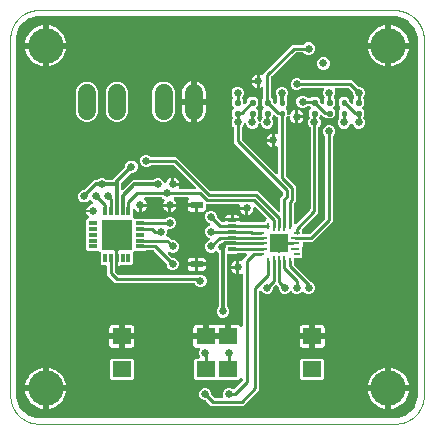
<source format=gtl>
G04 EAGLE Gerber RS-274X export*
G75*
%MOMM*%
%FSLAX35Y35*%
%LPD*%
%INcopper_top*%
%IPPOS*%
%AMOC8*
5,1,8,0,0,1.08239X$1,22.5*%
G01*
%ADD10C,0.000000*%
%ADD11R,2.500000X2.500000*%
%ADD12R,0.300000X0.750000*%
%ADD13R,0.750000X0.300000*%
%ADD14C,1.500000*%
%ADD15R,1.500000X1.500000*%
%ADD16R,0.250000X0.800000*%
%ADD17R,0.800000X0.250000*%
%ADD18R,0.550000X0.250000*%
%ADD19R,0.250000X0.550000*%
%ADD20R,0.700000X0.300000*%
%ADD21R,1.000000X0.600000*%
%ADD22C,0.250000*%
%ADD23R,1.600000X1.400000*%
%ADD24C,3.000000*%
%ADD25C,0.650000*%
%ADD26C,0.300000*%
%ADD27C,0.350000*%
%ADD28C,0.254000*%

G36*
X248748Y50051D02*
X248748Y50051D01*
X249009Y50018D01*
X257682Y50474D01*
X259647Y50048D01*
X260322Y50074D01*
X260732Y50000D01*
X3239268Y50000D01*
X3242398Y50399D01*
X3242555Y50461D01*
X3250990Y50018D01*
X3251388Y50047D01*
X3251646Y50000D01*
X3256605Y50000D01*
X3256797Y50025D01*
X3256929Y50004D01*
X3281112Y50632D01*
X3283651Y51023D01*
X3284020Y51053D01*
X3337009Y65239D01*
X3339930Y66433D01*
X3340303Y66712D01*
X3340582Y66829D01*
X3386594Y96695D01*
X3389003Y98733D01*
X3389272Y99113D01*
X3389501Y99311D01*
X3424032Y141933D01*
X3424698Y143010D01*
X3424996Y143375D01*
X3425206Y143831D01*
X3425693Y144617D01*
X3425830Y145060D01*
X3425988Y145319D01*
X3445658Y196527D01*
X3446268Y199019D01*
X3446382Y199375D01*
X3449892Y225997D01*
X3449897Y227063D01*
X3449999Y227631D01*
X3449999Y3270503D01*
X3449801Y3272059D01*
X3449802Y3272719D01*
X3444862Y3300145D01*
X3444091Y3302594D01*
X3444004Y3302956D01*
X3420258Y3357024D01*
X3418634Y3359730D01*
X3418303Y3360057D01*
X3418145Y3360314D01*
X3378853Y3404398D01*
X3376472Y3406471D01*
X3376056Y3406678D01*
X3375826Y3406875D01*
X3324834Y3436660D01*
X3321930Y3437895D01*
X3321469Y3437964D01*
X3321190Y3438079D01*
X3263491Y3450649D01*
X3260933Y3450874D01*
X3260566Y3450933D01*
X3238291Y3450462D01*
X3238199Y3450448D01*
X3238106Y3450457D01*
X3237785Y3450387D01*
X3235182Y3449999D01*
X3228117Y3449999D01*
X3227339Y3449900D01*
X3226873Y3449937D01*
X3220079Y3449258D01*
X3219387Y3449467D01*
X3216275Y3449989D01*
X3215976Y3449963D01*
X3215777Y3449999D01*
X260732Y3449999D01*
X257601Y3449601D01*
X257445Y3449538D01*
X249011Y3449982D01*
X248613Y3449953D01*
X248354Y3449999D01*
X243393Y3449999D01*
X243201Y3449975D01*
X243069Y3449995D01*
X218888Y3449368D01*
X216348Y3448977D01*
X215980Y3448946D01*
X162991Y3434761D01*
X160070Y3433566D01*
X159697Y3433288D01*
X159418Y3433171D01*
X113406Y3403305D01*
X110997Y3401266D01*
X110728Y3400887D01*
X110499Y3400689D01*
X75968Y3358066D01*
X75072Y3356618D01*
X74939Y3356455D01*
X74845Y3356253D01*
X74307Y3355383D01*
X74169Y3354939D01*
X74012Y3354680D01*
X54342Y3303473D01*
X53732Y3300981D01*
X53618Y3300625D01*
X50108Y3274003D01*
X50103Y3272937D01*
X50000Y3272369D01*
X50000Y227631D01*
X50135Y226574D01*
X50108Y225997D01*
X53618Y199375D01*
X54273Y196892D01*
X54342Y196527D01*
X74012Y145319D01*
X74250Y144878D01*
X74375Y144508D01*
X74778Y143896D01*
X75507Y142540D01*
X75823Y142198D01*
X75968Y141933D01*
X110499Y99311D01*
X112779Y97129D01*
X113185Y96902D01*
X113406Y96695D01*
X159418Y66829D01*
X162261Y65458D01*
X162717Y65368D01*
X162991Y65239D01*
X215980Y51053D01*
X218523Y50708D01*
X218888Y50632D01*
X243072Y50004D01*
X243265Y50024D01*
X243396Y50000D01*
X248353Y50000D01*
X248748Y50051D01*
G37*
%LPC*%
G36*
X1701538Y152499D02*
X1701538Y152499D01*
X1660199Y193838D01*
X1659332Y194509D01*
X1658521Y195245D01*
X1658089Y195472D01*
X1657703Y195770D01*
X1656698Y196202D01*
X1655727Y196712D01*
X1655354Y196779D01*
X1654803Y197016D01*
X1651684Y197495D01*
X1651491Y197476D01*
X1651360Y197499D01*
X1639557Y197499D01*
X1620261Y205492D01*
X1605492Y220261D01*
X1597499Y239557D01*
X1597499Y260443D01*
X1605492Y279739D01*
X1620261Y294508D01*
X1639557Y302500D01*
X1660443Y302500D01*
X1679739Y294508D01*
X1694508Y279739D01*
X1702500Y260443D01*
X1702500Y248639D01*
X1702639Y247552D01*
X1702692Y246458D01*
X1702837Y245993D01*
X1702899Y245509D01*
X1703305Y244491D01*
X1703631Y243445D01*
X1703846Y243135D01*
X1704068Y242578D01*
X1705935Y240033D01*
X1706085Y239911D01*
X1706161Y239801D01*
X1724801Y221161D01*
X1725668Y220490D01*
X1726479Y219755D01*
X1726911Y219528D01*
X1727296Y219229D01*
X1728302Y218798D01*
X1729273Y218288D01*
X1729645Y218221D01*
X1730196Y217984D01*
X1733315Y217504D01*
X1733508Y217524D01*
X1733639Y217500D01*
X1787929Y217500D01*
X1788475Y217570D01*
X1789024Y217548D01*
X1790033Y217768D01*
X1791060Y217899D01*
X1791571Y218103D01*
X1792108Y218220D01*
X1793030Y218685D01*
X1793991Y219068D01*
X1794434Y219393D01*
X1794925Y219642D01*
X1795703Y220324D01*
X1796535Y220935D01*
X1796883Y221361D01*
X1797297Y221724D01*
X1797878Y222580D01*
X1798531Y223380D01*
X1798761Y223879D01*
X1799071Y224334D01*
X1799420Y225308D01*
X1799852Y226246D01*
X1799949Y226787D01*
X1800135Y227305D01*
X1800228Y228336D01*
X1800412Y229352D01*
X1800371Y229900D01*
X1800420Y230448D01*
X1800282Y231084D01*
X1800176Y232499D01*
X1799615Y234147D01*
X1799477Y234783D01*
X1797499Y239557D01*
X1797499Y260443D01*
X1805492Y279739D01*
X1820261Y294508D01*
X1839557Y302500D01*
X1860443Y302500D01*
X1879738Y294508D01*
X1880303Y293943D01*
X1881296Y293174D01*
X1882249Y292354D01*
X1882541Y292210D01*
X1882798Y292011D01*
X1883953Y291515D01*
X1885081Y290960D01*
X1885399Y290894D01*
X1885698Y290766D01*
X1886940Y290575D01*
X1888171Y290320D01*
X1888496Y290336D01*
X1888817Y290286D01*
X1890066Y290412D01*
X1891323Y290474D01*
X1891633Y290571D01*
X1891957Y290603D01*
X1893136Y291038D01*
X1894336Y291412D01*
X1894549Y291560D01*
X1894918Y291696D01*
X1897510Y293496D01*
X1897766Y293794D01*
X1897980Y293943D01*
X1963838Y359801D01*
X1964509Y360668D01*
X1965245Y361479D01*
X1965472Y361911D01*
X1965770Y362296D01*
X1966202Y363302D01*
X1966712Y364273D01*
X1966779Y364645D01*
X1967016Y365196D01*
X1967495Y368315D01*
X1967476Y368508D01*
X1967499Y368639D01*
X1967499Y374938D01*
X1967321Y376339D01*
X1967178Y377754D01*
X1967122Y377908D01*
X1967101Y378069D01*
X1966577Y379383D01*
X1966085Y380715D01*
X1965992Y380849D01*
X1965931Y381000D01*
X1965090Y382147D01*
X1964284Y383307D01*
X1964162Y383413D01*
X1964065Y383545D01*
X1962965Y384443D01*
X1961893Y385366D01*
X1961746Y385438D01*
X1961620Y385541D01*
X1960336Y386132D01*
X1959061Y386760D01*
X1958901Y386793D01*
X1958753Y386861D01*
X1957359Y387112D01*
X1955971Y387400D01*
X1955808Y387392D01*
X1955648Y387421D01*
X1954234Y387315D01*
X1952819Y387246D01*
X1952663Y387198D01*
X1952501Y387185D01*
X1951158Y386729D01*
X1949806Y386308D01*
X1949696Y386231D01*
X1949513Y386169D01*
X1946875Y384437D01*
X1946472Y383993D01*
X1946162Y383777D01*
X1932684Y370299D01*
X1754589Y370299D01*
X1754059Y370560D01*
X1753740Y370626D01*
X1753443Y370754D01*
X1752202Y370944D01*
X1750969Y371200D01*
X1750645Y371184D01*
X1750324Y371233D01*
X1749071Y371107D01*
X1747817Y371045D01*
X1747508Y370949D01*
X1747184Y370916D01*
X1746002Y370480D01*
X1745423Y370299D01*
X1567315Y370299D01*
X1555599Y382015D01*
X1555599Y538584D01*
X1567315Y550300D01*
X1595277Y550300D01*
X1596684Y550479D01*
X1598098Y550623D01*
X1598248Y550678D01*
X1598407Y550699D01*
X1599726Y551225D01*
X1601058Y551718D01*
X1601189Y551809D01*
X1601338Y551868D01*
X1602483Y552708D01*
X1603649Y553518D01*
X1603753Y553640D01*
X1603883Y553735D01*
X1604779Y554833D01*
X1605707Y555911D01*
X1605778Y556056D01*
X1605879Y556180D01*
X1606471Y557465D01*
X1607099Y558743D01*
X1607132Y558900D01*
X1607199Y559046D01*
X1607451Y560445D01*
X1607738Y561834D01*
X1607731Y561994D01*
X1607759Y562152D01*
X1607653Y563564D01*
X1607583Y564986D01*
X1607535Y565140D01*
X1607523Y565299D01*
X1607067Y566641D01*
X1606643Y567998D01*
X1606568Y568106D01*
X1606507Y568287D01*
X1605972Y569101D01*
X1597499Y589557D01*
X1597499Y610443D01*
X1604364Y627017D01*
X1604509Y627547D01*
X1604739Y628047D01*
X1604923Y629065D01*
X1605194Y630062D01*
X1605202Y630611D01*
X1605299Y631152D01*
X1605222Y632183D01*
X1605235Y633217D01*
X1605104Y633751D01*
X1605063Y634299D01*
X1604731Y635278D01*
X1604485Y636282D01*
X1604224Y636767D01*
X1604047Y637287D01*
X1603480Y638151D01*
X1602990Y639062D01*
X1602617Y639465D01*
X1602315Y639925D01*
X1601548Y640620D01*
X1600847Y641378D01*
X1600385Y641675D01*
X1599977Y642045D01*
X1599060Y642526D01*
X1598192Y643084D01*
X1597670Y643256D01*
X1597183Y643512D01*
X1596543Y643628D01*
X1595194Y644071D01*
X1593456Y644184D01*
X1592817Y644299D01*
X1572255Y644299D01*
X1565796Y646030D01*
X1560004Y649374D01*
X1555274Y654104D01*
X1551930Y659896D01*
X1550199Y666355D01*
X1550199Y714701D01*
X1643099Y714701D01*
X1644346Y714860D01*
X1645598Y714953D01*
X1645906Y715058D01*
X1646229Y715099D01*
X1647397Y715565D01*
X1648586Y715970D01*
X1648858Y716148D01*
X1649160Y716269D01*
X1650174Y717013D01*
X1651224Y717702D01*
X1651443Y717943D01*
X1651705Y718136D01*
X1652499Y719108D01*
X1653344Y720040D01*
X1653495Y720329D01*
X1653701Y720580D01*
X1654226Y721719D01*
X1654811Y722834D01*
X1654857Y723090D01*
X1655021Y723447D01*
X1655581Y726553D01*
X1655552Y726944D01*
X1655598Y727200D01*
X1655598Y739702D01*
X1655602Y739702D01*
X1655602Y727200D01*
X1655760Y725953D01*
X1655854Y724701D01*
X1655959Y724393D01*
X1656000Y724070D01*
X1656466Y722902D01*
X1656870Y721713D01*
X1657049Y721442D01*
X1657170Y721139D01*
X1657913Y720125D01*
X1658603Y719075D01*
X1658844Y718857D01*
X1659036Y718594D01*
X1660009Y717800D01*
X1660940Y716955D01*
X1661229Y716804D01*
X1661481Y716598D01*
X1662620Y716073D01*
X1663734Y715488D01*
X1663991Y715442D01*
X1664348Y715278D01*
X1667453Y714718D01*
X1667845Y714747D01*
X1668101Y714701D01*
X1831899Y714701D01*
X1833146Y714860D01*
X1834398Y714953D01*
X1834706Y715058D01*
X1835029Y715099D01*
X1836197Y715565D01*
X1837386Y715970D01*
X1837658Y716148D01*
X1837960Y716269D01*
X1838974Y717013D01*
X1840024Y717702D01*
X1840243Y717943D01*
X1840505Y718136D01*
X1841299Y719108D01*
X1842144Y720040D01*
X1842295Y720329D01*
X1842501Y720580D01*
X1843026Y721719D01*
X1843611Y722834D01*
X1843657Y723090D01*
X1843821Y723447D01*
X1844381Y726553D01*
X1844352Y726944D01*
X1844398Y727200D01*
X1844398Y739702D01*
X1856899Y739702D01*
X1858147Y739860D01*
X1859398Y739954D01*
X1859707Y740059D01*
X1860030Y740100D01*
X1861197Y740566D01*
X1862386Y740970D01*
X1862658Y741149D01*
X1862961Y741270D01*
X1863974Y742013D01*
X1865024Y742703D01*
X1865243Y742944D01*
X1865505Y743136D01*
X1866299Y744109D01*
X1867144Y745040D01*
X1867296Y745329D01*
X1867501Y745581D01*
X1868026Y746720D01*
X1868611Y747834D01*
X1868657Y748091D01*
X1868822Y748448D01*
X1869382Y751553D01*
X1869352Y751945D01*
X1869398Y752201D01*
X1869398Y835100D01*
X1927744Y835100D01*
X1934204Y833369D01*
X1939996Y830026D01*
X1945400Y824621D01*
X1945935Y823892D01*
X1946017Y823825D01*
X1946081Y823741D01*
X1947245Y822822D01*
X1948380Y821896D01*
X1948475Y821852D01*
X1948558Y821786D01*
X1949915Y821189D01*
X1951247Y820575D01*
X1951350Y820557D01*
X1951447Y820514D01*
X1952904Y820277D01*
X1954352Y820015D01*
X1954458Y820023D01*
X1954561Y820006D01*
X1956031Y820141D01*
X1957499Y820251D01*
X1957599Y820285D01*
X1957704Y820294D01*
X1959091Y820793D01*
X1960487Y821267D01*
X1960575Y821325D01*
X1960674Y821361D01*
X1961894Y822191D01*
X1963125Y822999D01*
X1963196Y823077D01*
X1963283Y823137D01*
X1964256Y824247D01*
X1965245Y825337D01*
X1965294Y825430D01*
X1965363Y825510D01*
X1966029Y826830D01*
X1966712Y828131D01*
X1966727Y828216D01*
X1966783Y828328D01*
X1967452Y831412D01*
X1967425Y832088D01*
X1967499Y832498D01*
X1967499Y1261226D01*
X1967430Y1261772D01*
X1967451Y1262321D01*
X1967232Y1263331D01*
X1967101Y1264357D01*
X1966897Y1264867D01*
X1966780Y1265404D01*
X1966314Y1266328D01*
X1965931Y1267288D01*
X1965606Y1267731D01*
X1965358Y1268222D01*
X1964676Y1268998D01*
X1964065Y1269832D01*
X1963639Y1270180D01*
X1963276Y1270593D01*
X1962420Y1271175D01*
X1961620Y1271828D01*
X1961122Y1272058D01*
X1960666Y1272367D01*
X1959693Y1272716D01*
X1958753Y1273148D01*
X1958212Y1273246D01*
X1957695Y1273431D01*
X1956666Y1273525D01*
X1955648Y1273708D01*
X1955100Y1273668D01*
X1954552Y1273717D01*
X1953916Y1273579D01*
X1952501Y1273473D01*
X1950852Y1272912D01*
X1950217Y1272774D01*
X1941889Y1269324D01*
X1937501Y1268451D01*
X1937501Y1324997D01*
X1937500Y1325000D01*
X1937501Y1325003D01*
X1937501Y1381548D01*
X1941889Y1380675D01*
X1950217Y1377226D01*
X1950747Y1377082D01*
X1951247Y1376851D01*
X1952265Y1376668D01*
X1953262Y1376396D01*
X1953811Y1376389D01*
X1954352Y1376291D01*
X1955383Y1376368D01*
X1956417Y1376355D01*
X1956952Y1376486D01*
X1957499Y1376527D01*
X1958477Y1376859D01*
X1959483Y1377106D01*
X1959968Y1377367D01*
X1960487Y1377543D01*
X1961351Y1378110D01*
X1962262Y1378600D01*
X1962665Y1378973D01*
X1963125Y1379275D01*
X1963820Y1380042D01*
X1964578Y1380743D01*
X1964875Y1381205D01*
X1965245Y1381613D01*
X1965726Y1382530D01*
X1966284Y1383398D01*
X1966456Y1383920D01*
X1966712Y1384407D01*
X1966828Y1385048D01*
X1967271Y1386396D01*
X1967384Y1388134D01*
X1967431Y1388393D01*
X1990199Y1411161D01*
X1990200Y1411163D01*
X2000199Y1421162D01*
X2001066Y1422281D01*
X2001963Y1423380D01*
X2002031Y1423528D01*
X2002131Y1423657D01*
X2002692Y1424961D01*
X2003283Y1426247D01*
X2003313Y1426407D01*
X2003377Y1426557D01*
X2003592Y1427959D01*
X2003843Y1429352D01*
X2003831Y1429513D01*
X2003856Y1429676D01*
X2003713Y1431093D01*
X2003608Y1432499D01*
X2003555Y1432653D01*
X2003539Y1432816D01*
X2003047Y1434147D01*
X2002592Y1435487D01*
X2002502Y1435623D01*
X2002446Y1435776D01*
X2001636Y1436942D01*
X2000859Y1438125D01*
X2000739Y1438234D01*
X2000646Y1438368D01*
X1999570Y1439294D01*
X1998522Y1440245D01*
X1998378Y1440321D01*
X1998254Y1440427D01*
X1996983Y1441053D01*
X1995728Y1441712D01*
X1995596Y1441736D01*
X1995423Y1441821D01*
X1992332Y1442462D01*
X1991733Y1442432D01*
X1991361Y1442499D01*
X1927962Y1442499D01*
X1926874Y1442361D01*
X1925780Y1442308D01*
X1925315Y1442163D01*
X1924831Y1442101D01*
X1923813Y1441695D01*
X1922767Y1441369D01*
X1922457Y1441153D01*
X1921900Y1440931D01*
X1920630Y1439999D01*
X1850000Y1439999D01*
X1848752Y1439841D01*
X1847500Y1439747D01*
X1847192Y1439642D01*
X1846869Y1439601D01*
X1845702Y1439135D01*
X1844513Y1438731D01*
X1844241Y1438552D01*
X1843938Y1438431D01*
X1842924Y1437688D01*
X1841875Y1436998D01*
X1841656Y1436757D01*
X1841393Y1436565D01*
X1840599Y1435592D01*
X1839755Y1434661D01*
X1839603Y1434372D01*
X1839398Y1434120D01*
X1838873Y1432981D01*
X1838288Y1431867D01*
X1838242Y1431610D01*
X1838077Y1431253D01*
X1837517Y1428148D01*
X1837547Y1427756D01*
X1837500Y1427500D01*
X1837500Y991924D01*
X1837639Y990836D01*
X1837692Y989743D01*
X1837837Y989278D01*
X1837899Y988793D01*
X1838305Y987775D01*
X1838631Y986730D01*
X1838846Y986419D01*
X1839068Y985862D01*
X1840935Y983318D01*
X1841085Y983195D01*
X1841161Y983085D01*
X1844508Y979739D01*
X1852500Y960443D01*
X1852500Y939557D01*
X1844508Y920261D01*
X1829739Y905492D01*
X1810443Y897499D01*
X1789557Y897499D01*
X1770261Y905492D01*
X1755492Y920261D01*
X1747499Y939557D01*
X1747499Y960443D01*
X1755492Y979739D01*
X1758838Y983085D01*
X1759509Y983952D01*
X1760245Y984763D01*
X1760472Y985195D01*
X1760770Y985581D01*
X1761202Y986586D01*
X1761712Y987557D01*
X1761779Y987930D01*
X1762016Y988481D01*
X1762495Y991600D01*
X1762476Y991793D01*
X1762499Y991924D01*
X1762499Y1445152D01*
X1762361Y1446240D01*
X1762308Y1447333D01*
X1762163Y1447798D01*
X1762101Y1448283D01*
X1761695Y1449301D01*
X1761369Y1450346D01*
X1761154Y1450656D01*
X1760931Y1451213D01*
X1759065Y1453758D01*
X1758915Y1453881D01*
X1758838Y1453990D01*
X1752376Y1460453D01*
X1751383Y1461221D01*
X1750431Y1462041D01*
X1750138Y1462185D01*
X1749881Y1462384D01*
X1748728Y1462879D01*
X1747599Y1463435D01*
X1747279Y1463502D01*
X1746981Y1463630D01*
X1745740Y1463821D01*
X1744509Y1464076D01*
X1744184Y1464060D01*
X1743862Y1464109D01*
X1742608Y1463983D01*
X1741357Y1463922D01*
X1741047Y1463825D01*
X1740722Y1463792D01*
X1739541Y1463356D01*
X1738344Y1462983D01*
X1738130Y1462835D01*
X1737762Y1462699D01*
X1735169Y1460899D01*
X1734913Y1460601D01*
X1734699Y1460453D01*
X1729739Y1455492D01*
X1710443Y1447499D01*
X1689557Y1447499D01*
X1670261Y1455492D01*
X1655492Y1470261D01*
X1647499Y1489557D01*
X1647499Y1510443D01*
X1655492Y1529739D01*
X1670261Y1544508D01*
X1685819Y1550952D01*
X1686420Y1551296D01*
X1686916Y1551493D01*
X1687375Y1551831D01*
X1688298Y1552327D01*
X1688417Y1552437D01*
X1688559Y1552518D01*
X1689308Y1553248D01*
X1689460Y1553360D01*
X1689602Y1553533D01*
X1690614Y1554470D01*
X1690702Y1554607D01*
X1690819Y1554721D01*
X1691553Y1555930D01*
X1692320Y1557125D01*
X1692372Y1557281D01*
X1692456Y1557419D01*
X1692863Y1558773D01*
X1693307Y1560123D01*
X1693318Y1560285D01*
X1693364Y1560441D01*
X1693419Y1561854D01*
X1693511Y1563272D01*
X1693481Y1563433D01*
X1693487Y1563595D01*
X1693187Y1564975D01*
X1692920Y1566372D01*
X1692851Y1566520D01*
X1692816Y1566678D01*
X1692176Y1567946D01*
X1691572Y1569225D01*
X1691468Y1569350D01*
X1691394Y1569496D01*
X1690456Y1570564D01*
X1689552Y1571649D01*
X1689440Y1571721D01*
X1689312Y1571867D01*
X1686702Y1573641D01*
X1686138Y1573843D01*
X1685819Y1574048D01*
X1670261Y1580492D01*
X1655492Y1595261D01*
X1647499Y1614557D01*
X1647499Y1635443D01*
X1655492Y1654739D01*
X1670261Y1669508D01*
X1685819Y1675952D01*
X1686419Y1676295D01*
X1686901Y1676487D01*
X1687352Y1676818D01*
X1688298Y1677326D01*
X1688417Y1677437D01*
X1688559Y1677518D01*
X1689328Y1678267D01*
X1689446Y1678354D01*
X1689560Y1678493D01*
X1689576Y1678509D01*
X1690614Y1679469D01*
X1690702Y1679606D01*
X1690819Y1679720D01*
X1691557Y1680937D01*
X1692320Y1682124D01*
X1692371Y1682278D01*
X1692456Y1682418D01*
X1692864Y1683778D01*
X1693307Y1685122D01*
X1693318Y1685284D01*
X1693364Y1685441D01*
X1693419Y1686854D01*
X1693511Y1688271D01*
X1693481Y1688432D01*
X1693487Y1688594D01*
X1693187Y1689973D01*
X1692920Y1691371D01*
X1692851Y1691519D01*
X1692816Y1691678D01*
X1692178Y1692942D01*
X1691572Y1694224D01*
X1691468Y1694349D01*
X1691394Y1694495D01*
X1690456Y1695564D01*
X1689552Y1696649D01*
X1689440Y1696721D01*
X1689312Y1696867D01*
X1686702Y1698641D01*
X1686137Y1698843D01*
X1685819Y1699048D01*
X1670261Y1705492D01*
X1655492Y1720261D01*
X1647499Y1739557D01*
X1647499Y1760443D01*
X1656308Y1781707D01*
X1656481Y1782342D01*
X1656745Y1782944D01*
X1656894Y1783858D01*
X1657138Y1784752D01*
X1657146Y1785410D01*
X1657252Y1786059D01*
X1657167Y1786982D01*
X1657178Y1787908D01*
X1657022Y1788546D01*
X1656962Y1789202D01*
X1656648Y1790073D01*
X1656428Y1790973D01*
X1656398Y1791028D01*
X1656712Y1790874D01*
X1656765Y1790863D01*
X1656813Y1790840D01*
X1658295Y1790546D01*
X1659802Y1790234D01*
X1659856Y1790237D01*
X1659908Y1790226D01*
X1661431Y1790314D01*
X1662954Y1790388D01*
X1663005Y1790404D01*
X1663059Y1790407D01*
X1664514Y1790874D01*
X1665967Y1791327D01*
X1666003Y1791352D01*
X1666064Y1791372D01*
X1668732Y1793058D01*
X1669118Y1793516D01*
X1669611Y1793858D01*
X1670261Y1794508D01*
X1689557Y1802500D01*
X1710443Y1802500D01*
X1729739Y1794508D01*
X1744508Y1779739D01*
X1752500Y1760443D01*
X1752500Y1748639D01*
X1752639Y1747552D01*
X1752692Y1746458D01*
X1752837Y1745993D01*
X1752899Y1745509D01*
X1753305Y1744491D01*
X1753631Y1743445D01*
X1753846Y1743135D01*
X1754068Y1742578D01*
X1755935Y1740033D01*
X1756085Y1739911D01*
X1756161Y1739801D01*
X1784801Y1711161D01*
X1785668Y1710490D01*
X1786479Y1709755D01*
X1786911Y1709528D01*
X1787296Y1709229D01*
X1788302Y1708798D01*
X1789273Y1708288D01*
X1789645Y1708221D01*
X1790196Y1707984D01*
X1793315Y1707504D01*
X1793508Y1707524D01*
X1793639Y1707500D01*
X1804100Y1707500D01*
X1805348Y1707659D01*
X1806599Y1707753D01*
X1806908Y1707858D01*
X1807231Y1707899D01*
X1808398Y1708365D01*
X1809587Y1708769D01*
X1809859Y1708948D01*
X1810162Y1709068D01*
X1811175Y1709812D01*
X1812225Y1710501D01*
X1812444Y1710743D01*
X1812706Y1710935D01*
X1813500Y1711908D01*
X1814036Y1712499D01*
X1876997Y1712499D01*
X1877000Y1712499D01*
X1877003Y1712499D01*
X1939992Y1712499D01*
X1940401Y1711875D01*
X1940643Y1711656D01*
X1940835Y1711393D01*
X1941808Y1710599D01*
X1942739Y1709755D01*
X1943028Y1709603D01*
X1943280Y1709398D01*
X1944419Y1708873D01*
X1945533Y1708288D01*
X1945789Y1708242D01*
X1946146Y1708077D01*
X1949252Y1707517D01*
X1949643Y1707547D01*
X1949900Y1707500D01*
X2142038Y1707500D01*
X2143123Y1707638D01*
X2144219Y1707692D01*
X2144685Y1707837D01*
X2145168Y1707899D01*
X2146186Y1708305D01*
X2147232Y1708631D01*
X2147542Y1708846D01*
X2148099Y1709068D01*
X2150644Y1710935D01*
X2150767Y1711085D01*
X2150876Y1711161D01*
X2165538Y1725823D01*
X2166307Y1726815D01*
X2167127Y1727768D01*
X2167271Y1728061D01*
X2167470Y1728318D01*
X2167965Y1729471D01*
X2168521Y1730600D01*
X2168587Y1730919D01*
X2168715Y1731218D01*
X2168906Y1732459D01*
X2169161Y1733690D01*
X2169145Y1734014D01*
X2169195Y1734337D01*
X2169068Y1735591D01*
X2169007Y1736842D01*
X2168910Y1737152D01*
X2168878Y1737477D01*
X2168442Y1738657D01*
X2168068Y1739855D01*
X2167920Y1740068D01*
X2167784Y1740437D01*
X2165984Y1743029D01*
X2165686Y1743286D01*
X2165538Y1743499D01*
X2079238Y1829799D01*
X2078114Y1830669D01*
X2077020Y1831563D01*
X2076872Y1831631D01*
X2076743Y1831731D01*
X2075440Y1832291D01*
X2074153Y1832883D01*
X2073992Y1832913D01*
X2073843Y1832977D01*
X2072442Y1833192D01*
X2071048Y1833443D01*
X2070886Y1833431D01*
X2070724Y1833456D01*
X2069307Y1833313D01*
X2067900Y1833208D01*
X2067747Y1833156D01*
X2067584Y1833139D01*
X2066250Y1832647D01*
X2064913Y1832192D01*
X2064777Y1832102D01*
X2064623Y1832046D01*
X2063458Y1831236D01*
X2062275Y1830459D01*
X2062165Y1830339D01*
X2062031Y1830246D01*
X2061105Y1829170D01*
X2060155Y1828122D01*
X2060079Y1827978D01*
X2059973Y1827854D01*
X2059346Y1826581D01*
X2058688Y1825328D01*
X2058664Y1825196D01*
X2058578Y1825022D01*
X2057938Y1821932D01*
X2057968Y1821333D01*
X2057900Y1820961D01*
X2057900Y1819296D01*
X2055675Y1808111D01*
X2051311Y1797574D01*
X2044974Y1788091D01*
X2036909Y1780025D01*
X2027425Y1773688D01*
X2016889Y1769324D01*
X2012501Y1768451D01*
X2012501Y1824997D01*
X2012342Y1826244D01*
X2012248Y1827496D01*
X2012143Y1827804D01*
X2012102Y1828127D01*
X2011636Y1829295D01*
X2011232Y1830483D01*
X2011053Y1830755D01*
X2010933Y1831058D01*
X2010189Y1832072D01*
X2009500Y1833122D01*
X2009496Y1833125D01*
X2009495Y1833126D01*
X2009258Y1833342D01*
X2009066Y1833603D01*
X2009063Y1833605D01*
X2009061Y1833608D01*
X2008089Y1834402D01*
X2007157Y1835246D01*
X2006868Y1835398D01*
X2006617Y1835603D01*
X2005478Y1836128D01*
X2004363Y1836713D01*
X2004107Y1836759D01*
X2003750Y1836924D01*
X2000644Y1837484D01*
X2000253Y1837454D01*
X1999997Y1837501D01*
X1943452Y1837501D01*
X1944498Y1842761D01*
X1944561Y1843663D01*
X1944722Y1844552D01*
X1944671Y1845229D01*
X1944718Y1845909D01*
X1944553Y1846800D01*
X1944486Y1847699D01*
X1944267Y1848342D01*
X1944143Y1849013D01*
X1943761Y1849832D01*
X1943470Y1850687D01*
X1943096Y1851256D01*
X1942808Y1851873D01*
X1942233Y1852570D01*
X1941738Y1853325D01*
X1941233Y1853782D01*
X1940801Y1854307D01*
X1940069Y1854838D01*
X1939400Y1855445D01*
X1938797Y1855762D01*
X1938247Y1856161D01*
X1937406Y1856492D01*
X1936606Y1856912D01*
X1936111Y1857001D01*
X1935310Y1857316D01*
X1932369Y1857676D01*
X1932239Y1857699D01*
X1664900Y1857699D01*
X1663652Y1857541D01*
X1662400Y1857447D01*
X1662092Y1857342D01*
X1661769Y1857301D01*
X1660602Y1856835D01*
X1659413Y1856431D01*
X1659141Y1856252D01*
X1658838Y1856131D01*
X1657824Y1855388D01*
X1656775Y1854698D01*
X1656556Y1854457D01*
X1656293Y1854265D01*
X1655499Y1853292D01*
X1654655Y1852361D01*
X1654503Y1852072D01*
X1654298Y1851820D01*
X1653773Y1850681D01*
X1653188Y1849567D01*
X1653142Y1849310D01*
X1652977Y1848953D01*
X1652417Y1845848D01*
X1652447Y1845456D01*
X1652400Y1845200D01*
X1652400Y1816655D01*
X1650670Y1810196D01*
X1649948Y1808946D01*
X1649350Y1807521D01*
X1648756Y1806138D01*
X1648748Y1806085D01*
X1648727Y1806035D01*
X1648509Y1804529D01*
X1648277Y1803019D01*
X1648282Y1802965D01*
X1648275Y1802912D01*
X1648441Y1801393D01*
X1648594Y1799879D01*
X1648613Y1799829D01*
X1648619Y1799775D01*
X1649161Y1798345D01*
X1649247Y1798113D01*
X1648923Y1798276D01*
X1648019Y1798472D01*
X1647138Y1798762D01*
X1646480Y1798804D01*
X1645838Y1798943D01*
X1644913Y1798906D01*
X1643988Y1798966D01*
X1643342Y1798843D01*
X1642685Y1798817D01*
X1642100Y1798606D01*
X1640888Y1798375D01*
X1639074Y1797518D01*
X1638510Y1797315D01*
X1636804Y1796330D01*
X1630344Y1794599D01*
X1591999Y1794599D01*
X1591999Y1847498D01*
X1591841Y1848745D01*
X1591747Y1849997D01*
X1591642Y1850305D01*
X1591601Y1850628D01*
X1591135Y1851796D01*
X1590731Y1852985D01*
X1590552Y1853257D01*
X1590431Y1853559D01*
X1589688Y1854573D01*
X1588998Y1855623D01*
X1588757Y1855842D01*
X1588565Y1856104D01*
X1587592Y1856898D01*
X1586661Y1857743D01*
X1586372Y1857894D01*
X1586120Y1858100D01*
X1585499Y1858386D01*
X1585429Y1858562D01*
X1584686Y1859575D01*
X1583996Y1860625D01*
X1583755Y1860844D01*
X1583563Y1861106D01*
X1582590Y1861900D01*
X1581658Y1862745D01*
X1581369Y1862897D01*
X1581118Y1863102D01*
X1579979Y1863627D01*
X1578864Y1864212D01*
X1578608Y1864258D01*
X1578251Y1864423D01*
X1575146Y1864983D01*
X1574754Y1864953D01*
X1574498Y1864999D01*
X1501599Y1864999D01*
X1501599Y1883344D01*
X1503330Y1889804D01*
X1506674Y1895596D01*
X1507239Y1896161D01*
X1508107Y1897281D01*
X1509004Y1898380D01*
X1509072Y1898527D01*
X1509172Y1898656D01*
X1509731Y1899958D01*
X1510324Y1901247D01*
X1510353Y1901407D01*
X1510417Y1901556D01*
X1510632Y1902953D01*
X1510884Y1904352D01*
X1510872Y1904515D01*
X1510897Y1904675D01*
X1510754Y1906088D01*
X1510649Y1907499D01*
X1510597Y1907653D01*
X1510580Y1907815D01*
X1510090Y1909143D01*
X1509633Y1910487D01*
X1509543Y1910623D01*
X1509487Y1910775D01*
X1508680Y1911937D01*
X1507900Y1913125D01*
X1507779Y1913235D01*
X1507687Y1913368D01*
X1506614Y1914292D01*
X1505563Y1915245D01*
X1505419Y1915320D01*
X1505296Y1915427D01*
X1504025Y1916053D01*
X1502768Y1916712D01*
X1502637Y1916736D01*
X1502464Y1916821D01*
X1499374Y1917462D01*
X1498774Y1917432D01*
X1498402Y1917499D01*
X1394403Y1917499D01*
X1393345Y1917365D01*
X1392277Y1917318D01*
X1391783Y1917166D01*
X1391272Y1917101D01*
X1390281Y1916706D01*
X1389260Y1916393D01*
X1388820Y1916123D01*
X1388341Y1915931D01*
X1387480Y1915300D01*
X1386570Y1914741D01*
X1386213Y1914370D01*
X1385796Y1914065D01*
X1385121Y1913237D01*
X1384380Y1912469D01*
X1384127Y1912020D01*
X1383800Y1911620D01*
X1383354Y1910650D01*
X1382829Y1909721D01*
X1382696Y1909223D01*
X1382480Y1908753D01*
X1382291Y1907704D01*
X1382015Y1906672D01*
X1382012Y1906155D01*
X1381920Y1905648D01*
X1382000Y1904585D01*
X1381992Y1903516D01*
X1382117Y1903015D01*
X1382156Y1902501D01*
X1382499Y1901491D01*
X1382759Y1900455D01*
X1383006Y1900001D01*
X1383172Y1899513D01*
X1383758Y1898621D01*
X1384268Y1897683D01*
X1384554Y1897408D01*
X1384904Y1896875D01*
X1386036Y1895848D01*
X1386039Y1895845D01*
X1394974Y1886909D01*
X1401311Y1877425D01*
X1405675Y1866889D01*
X1406548Y1862501D01*
X1350003Y1862501D01*
X1349999Y1862500D01*
X1349997Y1862501D01*
X1293451Y1862501D01*
X1294324Y1866889D01*
X1298688Y1877425D01*
X1304172Y1885632D01*
X1304575Y1886441D01*
X1305064Y1887202D01*
X1305277Y1887848D01*
X1305580Y1888457D01*
X1305768Y1889341D01*
X1306051Y1890199D01*
X1306095Y1890878D01*
X1306236Y1891543D01*
X1306197Y1892446D01*
X1306255Y1893348D01*
X1306128Y1894017D01*
X1306098Y1894696D01*
X1305833Y1895560D01*
X1305664Y1896448D01*
X1305373Y1897064D01*
X1305174Y1897714D01*
X1304702Y1898484D01*
X1304315Y1899302D01*
X1303880Y1899824D01*
X1303524Y1900404D01*
X1302874Y1901032D01*
X1302295Y1901726D01*
X1301873Y1901998D01*
X1301253Y1902596D01*
X1298675Y1904053D01*
X1298563Y1904125D01*
X1295260Y1905493D01*
X1286914Y1913838D01*
X1286048Y1914509D01*
X1285237Y1915245D01*
X1284805Y1915472D01*
X1284419Y1915770D01*
X1283413Y1916202D01*
X1282443Y1916712D01*
X1282070Y1916779D01*
X1281519Y1917016D01*
X1278400Y1917495D01*
X1278207Y1917476D01*
X1278076Y1917499D01*
X1144403Y1917499D01*
X1143345Y1917365D01*
X1142277Y1917318D01*
X1141783Y1917166D01*
X1141272Y1917101D01*
X1140281Y1916706D01*
X1139260Y1916393D01*
X1138820Y1916123D01*
X1138341Y1915931D01*
X1137480Y1915300D01*
X1136570Y1914741D01*
X1136213Y1914370D01*
X1135796Y1914065D01*
X1135121Y1913237D01*
X1134380Y1912469D01*
X1134127Y1912020D01*
X1133800Y1911620D01*
X1133354Y1910650D01*
X1132829Y1909721D01*
X1132696Y1909223D01*
X1132480Y1908753D01*
X1132291Y1907704D01*
X1132015Y1906672D01*
X1132012Y1906155D01*
X1131920Y1905648D01*
X1132000Y1904585D01*
X1131992Y1903516D01*
X1132117Y1903015D01*
X1132156Y1902501D01*
X1132499Y1901491D01*
X1132759Y1900455D01*
X1133006Y1900001D01*
X1133172Y1899513D01*
X1133758Y1898621D01*
X1134268Y1897683D01*
X1134554Y1897408D01*
X1134904Y1896875D01*
X1136036Y1895848D01*
X1136039Y1895845D01*
X1144974Y1886909D01*
X1151311Y1877425D01*
X1155675Y1866889D01*
X1156548Y1862501D01*
X1100003Y1862501D01*
X1098756Y1862342D01*
X1097504Y1862248D01*
X1097196Y1862143D01*
X1096873Y1862102D01*
X1095705Y1861636D01*
X1094516Y1861232D01*
X1094244Y1861053D01*
X1093942Y1860933D01*
X1092928Y1860189D01*
X1091878Y1859500D01*
X1091875Y1859496D01*
X1091873Y1859495D01*
X1091657Y1859257D01*
X1091397Y1859066D01*
X1091395Y1859063D01*
X1091392Y1859061D01*
X1090598Y1858089D01*
X1089753Y1857157D01*
X1089602Y1856868D01*
X1089396Y1856617D01*
X1088871Y1855478D01*
X1088286Y1854363D01*
X1088240Y1854107D01*
X1088076Y1853750D01*
X1087516Y1850644D01*
X1087520Y1850583D01*
X1087516Y1850558D01*
X1087540Y1850228D01*
X1087499Y1849997D01*
X1087499Y1793452D01*
X1083111Y1794324D01*
X1072574Y1798688D01*
X1063090Y1805026D01*
X1056338Y1811778D01*
X1055218Y1812645D01*
X1054120Y1813542D01*
X1053972Y1813610D01*
X1053843Y1813710D01*
X1052538Y1814270D01*
X1051253Y1814862D01*
X1051093Y1814891D01*
X1050943Y1814955D01*
X1049540Y1815171D01*
X1048148Y1815422D01*
X1047986Y1815410D01*
X1047824Y1815435D01*
X1046408Y1815292D01*
X1045000Y1815187D01*
X1044847Y1815134D01*
X1044684Y1815118D01*
X1043354Y1814627D01*
X1042013Y1814170D01*
X1041877Y1814081D01*
X1041724Y1814024D01*
X1040563Y1813218D01*
X1039375Y1812438D01*
X1039265Y1812317D01*
X1039132Y1812224D01*
X1038211Y1811155D01*
X1037255Y1810100D01*
X1037179Y1809955D01*
X1037073Y1809833D01*
X1036450Y1808567D01*
X1035788Y1807306D01*
X1035764Y1807174D01*
X1035679Y1807001D01*
X1035038Y1803911D01*
X1035068Y1803312D01*
X1035000Y1802940D01*
X1035000Y1755773D01*
X1035145Y1754633D01*
X1035211Y1753486D01*
X1035344Y1753072D01*
X1035399Y1752642D01*
X1035824Y1751576D01*
X1036176Y1750481D01*
X1036408Y1750113D01*
X1036568Y1749711D01*
X1037248Y1748784D01*
X1037862Y1747813D01*
X1038121Y1747594D01*
X1038435Y1747166D01*
X1040178Y1745743D01*
X1045753Y1740168D01*
X1046274Y1739375D01*
X1046596Y1739083D01*
X1046858Y1738738D01*
X1047760Y1738028D01*
X1048612Y1737255D01*
X1048996Y1737053D01*
X1049337Y1736784D01*
X1050388Y1736322D01*
X1051406Y1735788D01*
X1051741Y1735728D01*
X1052226Y1735514D01*
X1055341Y1735008D01*
X1055599Y1735032D01*
X1055773Y1735000D01*
X1146051Y1735000D01*
X1146101Y1734955D01*
X1146532Y1734728D01*
X1146918Y1734430D01*
X1147925Y1733997D01*
X1148895Y1733488D01*
X1149266Y1733421D01*
X1149818Y1733184D01*
X1152937Y1732705D01*
X1153129Y1732724D01*
X1153262Y1732700D01*
X1303276Y1732700D01*
X1304364Y1732839D01*
X1305457Y1732892D01*
X1305922Y1733037D01*
X1306407Y1733099D01*
X1307425Y1733505D01*
X1308470Y1733831D01*
X1308780Y1734046D01*
X1309338Y1734268D01*
X1311882Y1736135D01*
X1312005Y1736285D01*
X1312114Y1736361D01*
X1320261Y1744508D01*
X1339557Y1752500D01*
X1360443Y1752500D01*
X1379739Y1744508D01*
X1394508Y1729739D01*
X1402500Y1710443D01*
X1402500Y1689557D01*
X1394508Y1670261D01*
X1379739Y1655492D01*
X1360443Y1647499D01*
X1340000Y1647499D01*
X1338752Y1647341D01*
X1337500Y1647247D01*
X1337192Y1647142D01*
X1336869Y1647101D01*
X1335702Y1646635D01*
X1334513Y1646231D01*
X1334241Y1646052D01*
X1333938Y1645931D01*
X1332924Y1645188D01*
X1331875Y1644498D01*
X1331656Y1644257D01*
X1331393Y1644065D01*
X1330599Y1643092D01*
X1329755Y1642161D01*
X1329603Y1641872D01*
X1329398Y1641620D01*
X1328873Y1640481D01*
X1328288Y1639367D01*
X1328242Y1639110D01*
X1328077Y1638753D01*
X1327517Y1635648D01*
X1327547Y1635256D01*
X1327500Y1635000D01*
X1327500Y1614557D01*
X1321381Y1599783D01*
X1321236Y1599253D01*
X1321006Y1598753D01*
X1320823Y1597735D01*
X1320551Y1596738D01*
X1320544Y1596188D01*
X1320446Y1595648D01*
X1320523Y1594617D01*
X1320510Y1593583D01*
X1320641Y1593048D01*
X1320682Y1592500D01*
X1321014Y1591523D01*
X1321261Y1590518D01*
X1321521Y1590033D01*
X1321698Y1589513D01*
X1322266Y1588649D01*
X1322755Y1587738D01*
X1323128Y1587335D01*
X1323430Y1586875D01*
X1324197Y1586179D01*
X1324898Y1585421D01*
X1325360Y1585124D01*
X1325768Y1584755D01*
X1326685Y1584273D01*
X1327553Y1583715D01*
X1328075Y1583544D01*
X1328562Y1583288D01*
X1329203Y1583172D01*
X1330551Y1582728D01*
X1332289Y1582616D01*
X1332929Y1582500D01*
X1338462Y1582500D01*
X1364801Y1556161D01*
X1365668Y1555490D01*
X1366479Y1554755D01*
X1366911Y1554528D01*
X1367296Y1554229D01*
X1368302Y1553798D01*
X1369273Y1553288D01*
X1369645Y1553221D01*
X1370196Y1552984D01*
X1373315Y1552504D01*
X1373508Y1552524D01*
X1373639Y1552500D01*
X1385443Y1552500D01*
X1404739Y1544508D01*
X1419508Y1529739D01*
X1427500Y1510443D01*
X1427500Y1489557D01*
X1419508Y1470261D01*
X1404739Y1455492D01*
X1385443Y1447499D01*
X1364557Y1447499D01*
X1352460Y1452510D01*
X1351773Y1452697D01*
X1351120Y1452978D01*
X1350258Y1453110D01*
X1349415Y1453340D01*
X1348705Y1453349D01*
X1348001Y1453458D01*
X1347131Y1453370D01*
X1346260Y1453381D01*
X1345569Y1453212D01*
X1344861Y1453140D01*
X1344042Y1452838D01*
X1343194Y1452630D01*
X1342568Y1452293D01*
X1341900Y1452047D01*
X1341183Y1451549D01*
X1340415Y1451136D01*
X1339893Y1450653D01*
X1339308Y1450247D01*
X1338738Y1449584D01*
X1338098Y1448993D01*
X1337714Y1448395D01*
X1337249Y1447855D01*
X1336863Y1447070D01*
X1336392Y1446338D01*
X1336170Y1445663D01*
X1335855Y1445023D01*
X1335678Y1444169D01*
X1335405Y1443340D01*
X1335359Y1442629D01*
X1335215Y1441933D01*
X1335258Y1441063D01*
X1335201Y1440191D01*
X1335334Y1439491D01*
X1335369Y1438781D01*
X1335628Y1437949D01*
X1335792Y1437091D01*
X1336096Y1436447D01*
X1336308Y1435768D01*
X1336650Y1435275D01*
X1337140Y1434238D01*
X1338521Y1432581D01*
X1338838Y1432124D01*
X1364801Y1406161D01*
X1365668Y1405490D01*
X1366478Y1404755D01*
X1366910Y1404528D01*
X1367296Y1404229D01*
X1368302Y1403798D01*
X1369273Y1403288D01*
X1369645Y1403221D01*
X1370196Y1402984D01*
X1373315Y1402504D01*
X1373508Y1402524D01*
X1373639Y1402500D01*
X1385443Y1402500D01*
X1404739Y1394508D01*
X1419508Y1379739D01*
X1427500Y1360443D01*
X1427500Y1339557D01*
X1419508Y1320261D01*
X1404739Y1305492D01*
X1385443Y1297499D01*
X1364557Y1297499D01*
X1345261Y1305492D01*
X1330492Y1320261D01*
X1322499Y1339557D01*
X1322499Y1351361D01*
X1322361Y1352448D01*
X1322308Y1353542D01*
X1322163Y1354007D01*
X1322101Y1354491D01*
X1321695Y1355509D01*
X1321369Y1356555D01*
X1321154Y1356865D01*
X1320931Y1357422D01*
X1319065Y1359967D01*
X1318915Y1360089D01*
X1318838Y1360199D01*
X1215199Y1463838D01*
X1214332Y1464509D01*
X1213521Y1465245D01*
X1213089Y1465472D01*
X1212703Y1465770D01*
X1211698Y1466202D01*
X1210727Y1466712D01*
X1210354Y1466779D01*
X1209803Y1467016D01*
X1206684Y1467495D01*
X1206491Y1467476D01*
X1206360Y1467499D01*
X1153462Y1467499D01*
X1152374Y1467361D01*
X1151281Y1467308D01*
X1150816Y1467163D01*
X1150331Y1467101D01*
X1149313Y1466695D01*
X1148268Y1466369D01*
X1147958Y1466154D01*
X1147400Y1465931D01*
X1146130Y1464999D01*
X1055773Y1464999D01*
X1054633Y1464854D01*
X1053486Y1464788D01*
X1053072Y1464656D01*
X1052642Y1464601D01*
X1051576Y1464176D01*
X1050481Y1463824D01*
X1050113Y1463592D01*
X1049711Y1463431D01*
X1048784Y1462752D01*
X1047813Y1462138D01*
X1047594Y1461878D01*
X1047166Y1461565D01*
X1045743Y1459821D01*
X1040168Y1454247D01*
X1039375Y1453726D01*
X1039083Y1453403D01*
X1038738Y1453141D01*
X1038028Y1452240D01*
X1037255Y1451388D01*
X1037053Y1451004D01*
X1036784Y1450663D01*
X1036322Y1449611D01*
X1035788Y1448594D01*
X1035728Y1448259D01*
X1035514Y1447774D01*
X1035008Y1444659D01*
X1035032Y1444401D01*
X1035000Y1444227D01*
X1035000Y1354215D01*
X1023284Y1342499D01*
X934508Y1342499D01*
X933474Y1342368D01*
X932433Y1342326D01*
X932043Y1342186D01*
X931377Y1342101D01*
X928446Y1340931D01*
X928342Y1340854D01*
X928258Y1340824D01*
X924804Y1338830D01*
X918344Y1337099D01*
X912501Y1337099D01*
X912501Y1399997D01*
X912500Y1400000D01*
X912501Y1400003D01*
X912501Y1462901D01*
X913747Y1463059D01*
X914998Y1463153D01*
X915307Y1463258D01*
X915630Y1463299D01*
X916797Y1463765D01*
X917986Y1464169D01*
X918258Y1464348D01*
X918561Y1464468D01*
X919574Y1465212D01*
X920624Y1465901D01*
X920843Y1466143D01*
X921105Y1466335D01*
X921899Y1467308D01*
X922744Y1468239D01*
X922896Y1468528D01*
X923101Y1468780D01*
X923626Y1469919D01*
X924211Y1471033D01*
X924257Y1471289D01*
X924422Y1471646D01*
X924982Y1474752D01*
X924952Y1475143D01*
X924998Y1475400D01*
X924998Y1587499D01*
X924840Y1588746D01*
X924746Y1589998D01*
X924641Y1590306D01*
X924600Y1590629D01*
X924134Y1591797D01*
X923730Y1592986D01*
X923551Y1593258D01*
X923430Y1593560D01*
X922687Y1594574D01*
X921998Y1595624D01*
X921756Y1595843D01*
X921564Y1596105D01*
X920591Y1596899D01*
X919660Y1597744D01*
X919371Y1597895D01*
X919119Y1598101D01*
X917980Y1598626D01*
X916866Y1599211D01*
X916609Y1599257D01*
X916253Y1599421D01*
X913147Y1599981D01*
X912755Y1599952D01*
X912499Y1599998D01*
X887500Y1599998D01*
X886253Y1599839D01*
X885001Y1599746D01*
X884693Y1599641D01*
X884370Y1599600D01*
X883202Y1599134D01*
X882013Y1598729D01*
X881742Y1598551D01*
X881439Y1598430D01*
X880425Y1597687D01*
X879375Y1596997D01*
X879157Y1596756D01*
X878894Y1596563D01*
X878100Y1595591D01*
X877255Y1594659D01*
X877104Y1594370D01*
X876898Y1594119D01*
X876373Y1592980D01*
X875788Y1591865D01*
X875742Y1591609D01*
X875578Y1591252D01*
X875018Y1588147D01*
X875022Y1588093D01*
X875018Y1588071D01*
X875043Y1587733D01*
X875001Y1587499D01*
X875001Y1475400D01*
X875160Y1474152D01*
X875253Y1472900D01*
X875358Y1472592D01*
X875399Y1472269D01*
X875865Y1471102D01*
X876270Y1469913D01*
X876448Y1469641D01*
X876569Y1469338D01*
X877313Y1468324D01*
X878002Y1467275D01*
X878243Y1467056D01*
X878436Y1466793D01*
X879408Y1465999D01*
X880340Y1465155D01*
X880629Y1465003D01*
X880880Y1464798D01*
X882019Y1464273D01*
X883134Y1463688D01*
X883390Y1463642D01*
X883747Y1463477D01*
X886853Y1462917D01*
X887244Y1462947D01*
X887499Y1462901D01*
X887499Y1400003D01*
X887499Y1399999D01*
X887499Y1399997D01*
X887499Y1334508D01*
X886875Y1334098D01*
X886656Y1333857D01*
X886393Y1333664D01*
X885599Y1332692D01*
X884755Y1331760D01*
X884603Y1331471D01*
X884398Y1331220D01*
X883873Y1330081D01*
X883288Y1328966D01*
X883242Y1328710D01*
X883077Y1328353D01*
X882517Y1325248D01*
X882547Y1324856D01*
X882500Y1324600D01*
X882500Y1293639D01*
X882639Y1292552D01*
X882692Y1291458D01*
X882837Y1290993D01*
X882899Y1290509D01*
X883305Y1289491D01*
X883631Y1288445D01*
X883846Y1288135D01*
X884068Y1287578D01*
X885935Y1285033D01*
X886085Y1284911D01*
X886161Y1284801D01*
X909801Y1261161D01*
X910668Y1260490D01*
X911479Y1259755D01*
X911911Y1259528D01*
X912296Y1259229D01*
X913302Y1258798D01*
X914273Y1258288D01*
X914645Y1258221D01*
X915196Y1257984D01*
X918315Y1257504D01*
X918508Y1257524D01*
X918639Y1257500D01*
X1587174Y1257500D01*
X1587398Y1257529D01*
X1587623Y1257508D01*
X1588164Y1257626D01*
X1590305Y1257899D01*
X1591371Y1258324D01*
X1591958Y1258452D01*
X1598019Y1260963D01*
X1618905Y1260963D01*
X1638201Y1252970D01*
X1652970Y1238201D01*
X1660963Y1218905D01*
X1660963Y1198019D01*
X1652970Y1178723D01*
X1638201Y1163954D01*
X1618905Y1155962D01*
X1598019Y1155962D01*
X1578723Y1163954D01*
X1563955Y1178723D01*
X1561444Y1184783D01*
X1561252Y1185121D01*
X1561127Y1185487D01*
X1560471Y1186486D01*
X1559878Y1187523D01*
X1559608Y1187800D01*
X1559395Y1188125D01*
X1558508Y1188929D01*
X1557676Y1189783D01*
X1557344Y1189984D01*
X1557057Y1190245D01*
X1555999Y1190801D01*
X1554978Y1191420D01*
X1554606Y1191532D01*
X1554263Y1191712D01*
X1553623Y1191827D01*
X1551955Y1192329D01*
X1550537Y1192384D01*
X1549896Y1192499D01*
X886538Y1192499D01*
X817499Y1261538D01*
X817499Y1330000D01*
X817341Y1331248D01*
X817247Y1332499D01*
X817142Y1332808D01*
X817101Y1333131D01*
X816635Y1334298D01*
X816231Y1335487D01*
X816052Y1335759D01*
X815931Y1336062D01*
X815188Y1337075D01*
X814498Y1338125D01*
X814257Y1338344D01*
X814065Y1338606D01*
X813092Y1339400D01*
X812161Y1340245D01*
X811872Y1340397D01*
X811620Y1340602D01*
X810481Y1341127D01*
X809367Y1341712D01*
X809110Y1341758D01*
X808753Y1341923D01*
X805648Y1342483D01*
X805256Y1342453D01*
X805000Y1342499D01*
X776715Y1342499D01*
X764999Y1354215D01*
X764999Y1444227D01*
X764854Y1445367D01*
X764788Y1446514D01*
X764656Y1446928D01*
X764601Y1447358D01*
X764176Y1448423D01*
X763824Y1449519D01*
X763592Y1449886D01*
X763431Y1450289D01*
X762752Y1451216D01*
X762138Y1452187D01*
X761878Y1452406D01*
X761565Y1452833D01*
X759821Y1454257D01*
X754247Y1459832D01*
X753726Y1460625D01*
X753403Y1460917D01*
X753141Y1461262D01*
X752240Y1461972D01*
X751388Y1462745D01*
X751004Y1462947D01*
X750663Y1463215D01*
X749611Y1463678D01*
X748594Y1464212D01*
X748259Y1464272D01*
X747774Y1464486D01*
X744659Y1464992D01*
X744401Y1464968D01*
X744227Y1464999D01*
X654215Y1464999D01*
X642499Y1476715D01*
X642499Y1723284D01*
X654400Y1735185D01*
X655756Y1735322D01*
X655909Y1735378D01*
X656070Y1735399D01*
X657386Y1735924D01*
X658716Y1736415D01*
X658850Y1736508D01*
X659001Y1736568D01*
X660146Y1737408D01*
X661308Y1738215D01*
X661415Y1738339D01*
X661546Y1738435D01*
X662442Y1739532D01*
X663367Y1740607D01*
X663439Y1740754D01*
X663542Y1740880D01*
X664131Y1742159D01*
X664761Y1743438D01*
X664794Y1743598D01*
X664862Y1743746D01*
X665113Y1745140D01*
X665401Y1746529D01*
X665393Y1746692D01*
X665422Y1746852D01*
X665316Y1748265D01*
X665247Y1749681D01*
X665199Y1749837D01*
X665187Y1749999D01*
X664731Y1751338D01*
X664309Y1752694D01*
X664233Y1752804D01*
X664170Y1752987D01*
X662438Y1755625D01*
X661993Y1756028D01*
X661778Y1756338D01*
X655026Y1763090D01*
X648688Y1772574D01*
X644324Y1783111D01*
X643452Y1787499D01*
X699997Y1787499D01*
X701244Y1787658D01*
X702496Y1787751D01*
X702804Y1787856D01*
X703127Y1787897D01*
X704295Y1788363D01*
X705483Y1788768D01*
X705755Y1788946D01*
X706058Y1789067D01*
X707072Y1789810D01*
X708122Y1790500D01*
X708340Y1790741D01*
X708603Y1790933D01*
X709397Y1791906D01*
X710242Y1792838D01*
X710393Y1793127D01*
X710599Y1793378D01*
X711123Y1794517D01*
X711708Y1795632D01*
X711755Y1795888D01*
X711919Y1796245D01*
X712479Y1799350D01*
X712479Y1799353D01*
X712450Y1799743D01*
X712496Y1799998D01*
X712496Y1800001D01*
X712337Y1801249D01*
X712243Y1802501D01*
X712139Y1802809D01*
X712098Y1803132D01*
X711632Y1804299D01*
X711227Y1805488D01*
X711049Y1805760D01*
X710928Y1806063D01*
X710184Y1807077D01*
X709495Y1808126D01*
X709254Y1808345D01*
X709061Y1808608D01*
X708089Y1809402D01*
X707157Y1810246D01*
X706868Y1810398D01*
X706617Y1810603D01*
X705478Y1811128D01*
X704363Y1811713D01*
X704107Y1811759D01*
X703750Y1811924D01*
X700644Y1812484D01*
X700253Y1812454D01*
X699997Y1812501D01*
X643451Y1812501D01*
X644324Y1816889D01*
X648688Y1827425D01*
X655025Y1836909D01*
X663091Y1844974D01*
X672574Y1851311D01*
X683109Y1855675D01*
X691382Y1857320D01*
X692395Y1857659D01*
X693428Y1857913D01*
X693883Y1858157D01*
X694375Y1858322D01*
X695270Y1858903D01*
X696207Y1859408D01*
X696587Y1859759D01*
X697021Y1860041D01*
X697742Y1860828D01*
X698523Y1861551D01*
X698803Y1861986D01*
X699153Y1862368D01*
X699653Y1863310D01*
X700229Y1864206D01*
X700391Y1864698D01*
X700633Y1865155D01*
X700882Y1866191D01*
X701215Y1867204D01*
X701248Y1867721D01*
X701369Y1868224D01*
X701350Y1869290D01*
X701419Y1870353D01*
X701322Y1870862D01*
X701313Y1871379D01*
X701028Y1872405D01*
X700828Y1873453D01*
X700606Y1873922D01*
X700468Y1874420D01*
X699935Y1875341D01*
X699478Y1876307D01*
X699147Y1876705D01*
X698888Y1877152D01*
X698141Y1877912D01*
X697458Y1878731D01*
X697123Y1878946D01*
X696674Y1879402D01*
X695867Y1879886D01*
X683838Y1891915D01*
X682842Y1892686D01*
X681892Y1893503D01*
X681601Y1893647D01*
X681343Y1893847D01*
X680189Y1894342D01*
X679061Y1894898D01*
X678741Y1894964D01*
X678443Y1895092D01*
X677202Y1895283D01*
X675971Y1895538D01*
X675646Y1895522D01*
X675324Y1895572D01*
X674070Y1895445D01*
X672819Y1895384D01*
X672509Y1895287D01*
X672184Y1895254D01*
X671003Y1894818D01*
X669806Y1894445D01*
X669592Y1894297D01*
X669223Y1894161D01*
X666631Y1892361D01*
X666375Y1892063D01*
X666161Y1891915D01*
X654739Y1880492D01*
X635443Y1872499D01*
X614557Y1872499D01*
X595261Y1880492D01*
X580492Y1895261D01*
X572499Y1914557D01*
X572499Y1935443D01*
X580492Y1954739D01*
X595261Y1969508D01*
X614557Y1977500D01*
X622825Y1977500D01*
X623913Y1977639D01*
X625006Y1977692D01*
X625471Y1977837D01*
X625955Y1977899D01*
X626973Y1978305D01*
X628019Y1978631D01*
X628329Y1978846D01*
X628886Y1979068D01*
X631431Y1980935D01*
X631553Y1981085D01*
X631663Y1981161D01*
X710502Y2060000D01*
X730576Y2060000D01*
X731664Y2060139D01*
X732757Y2060192D01*
X733222Y2060337D01*
X733707Y2060399D01*
X734725Y2060805D01*
X735770Y2061131D01*
X736080Y2061346D01*
X736638Y2061568D01*
X739182Y2063435D01*
X739305Y2063585D01*
X739414Y2063661D01*
X745261Y2069508D01*
X764557Y2077500D01*
X785443Y2077500D01*
X804739Y2069508D01*
X810585Y2063661D01*
X811452Y2062990D01*
X812263Y2062255D01*
X812695Y2062028D01*
X813081Y2061729D01*
X814086Y2061298D01*
X815057Y2060788D01*
X815430Y2060721D01*
X815981Y2060484D01*
X819100Y2060004D01*
X819293Y2060024D01*
X819424Y2060000D01*
X855325Y2060000D01*
X856413Y2060139D01*
X857506Y2060192D01*
X857971Y2060337D01*
X858456Y2060399D01*
X859474Y2060805D01*
X860519Y2061131D01*
X860829Y2061346D01*
X861387Y2061568D01*
X863931Y2063435D01*
X864054Y2063585D01*
X864163Y2063661D01*
X968838Y2168337D01*
X969509Y2169203D01*
X970245Y2170014D01*
X970472Y2170446D01*
X970770Y2170832D01*
X971202Y2171838D01*
X971712Y2172808D01*
X971779Y2173181D01*
X972016Y2173732D01*
X972495Y2176851D01*
X972476Y2177044D01*
X972499Y2177175D01*
X972499Y2185443D01*
X980492Y2204739D01*
X995261Y2219508D01*
X1014557Y2227500D01*
X1035443Y2227500D01*
X1054739Y2219508D01*
X1069508Y2204739D01*
X1077500Y2185443D01*
X1077500Y2164557D01*
X1069508Y2145261D01*
X1054739Y2130492D01*
X1035443Y2122499D01*
X1027175Y2122499D01*
X1026087Y2122361D01*
X1024994Y2122308D01*
X1024529Y2122163D01*
X1024044Y2122101D01*
X1023026Y2121695D01*
X1021981Y2121369D01*
X1021671Y2121154D01*
X1021113Y2120931D01*
X1018569Y2119065D01*
X1018446Y2118915D01*
X1018337Y2118838D01*
X938661Y2039163D01*
X937990Y2038297D01*
X937255Y2037486D01*
X937028Y2037054D01*
X936729Y2036668D01*
X936298Y2035663D01*
X935788Y2034692D01*
X935721Y2034319D01*
X935484Y2033768D01*
X935004Y2030649D01*
X935024Y2030456D01*
X935000Y2030325D01*
X935000Y1989674D01*
X935179Y1988273D01*
X935322Y1986858D01*
X935378Y1986705D01*
X935399Y1986544D01*
X935923Y1985230D01*
X936415Y1983898D01*
X936508Y1983764D01*
X936568Y1983613D01*
X937406Y1982471D01*
X938215Y1981306D01*
X938338Y1981200D01*
X938435Y1981068D01*
X939533Y1980172D01*
X940607Y1979247D01*
X940754Y1979175D01*
X940880Y1979072D01*
X942164Y1978481D01*
X943438Y1977853D01*
X943598Y1977820D01*
X943746Y1977752D01*
X945139Y1977501D01*
X946528Y1977213D01*
X946692Y1977221D01*
X946852Y1977192D01*
X948266Y1977298D01*
X949681Y1977367D01*
X949836Y1977415D01*
X949999Y1977428D01*
X951342Y1977884D01*
X952694Y1978305D01*
X952803Y1978382D01*
X952987Y1978444D01*
X955625Y1980176D01*
X956028Y1980620D01*
X956338Y1980836D01*
X1011338Y2035837D01*
X1035502Y2060000D01*
X1205576Y2060000D01*
X1206664Y2060139D01*
X1207757Y2060192D01*
X1208222Y2060337D01*
X1208707Y2060399D01*
X1209725Y2060805D01*
X1210770Y2061131D01*
X1211080Y2061346D01*
X1211638Y2061568D01*
X1214182Y2063435D01*
X1214305Y2063585D01*
X1214414Y2063661D01*
X1220261Y2069508D01*
X1239557Y2077500D01*
X1260443Y2077500D01*
X1279739Y2069508D01*
X1294508Y2054739D01*
X1298030Y2046236D01*
X1298734Y2045003D01*
X1299404Y2043758D01*
X1299515Y2043638D01*
X1299596Y2043497D01*
X1300587Y2042479D01*
X1301548Y2041441D01*
X1301684Y2041353D01*
X1301798Y2041236D01*
X1303009Y2040502D01*
X1304203Y2039735D01*
X1304358Y2039684D01*
X1304497Y2039600D01*
X1305853Y2039192D01*
X1307200Y2038748D01*
X1307363Y2038738D01*
X1307519Y2038691D01*
X1308933Y2038636D01*
X1310349Y2038544D01*
X1310510Y2038575D01*
X1310672Y2038568D01*
X1312056Y2038870D01*
X1313450Y2039135D01*
X1313597Y2039205D01*
X1313756Y2039239D01*
X1315019Y2039877D01*
X1316303Y2040484D01*
X1316429Y2040589D01*
X1316573Y2040662D01*
X1317636Y2041595D01*
X1318727Y2042504D01*
X1318799Y2042616D01*
X1318945Y2042744D01*
X1320719Y2045354D01*
X1320921Y2045918D01*
X1321126Y2046237D01*
X1323689Y2052426D01*
X1330025Y2061909D01*
X1338091Y2069974D01*
X1347574Y2076311D01*
X1358111Y2080675D01*
X1362499Y2081548D01*
X1362499Y2025003D01*
X1362658Y2023756D01*
X1362751Y2022504D01*
X1362856Y2022196D01*
X1362897Y2021873D01*
X1363363Y2020705D01*
X1363768Y2019516D01*
X1363946Y2019244D01*
X1364067Y2018942D01*
X1364810Y2017928D01*
X1365500Y2016878D01*
X1365504Y2016874D01*
X1365505Y2016873D01*
X1365742Y2016658D01*
X1365933Y2016397D01*
X1365937Y2016394D01*
X1365938Y2016392D01*
X1366911Y2015598D01*
X1367843Y2014753D01*
X1368132Y2014602D01*
X1368383Y2014396D01*
X1369522Y2013871D01*
X1370637Y2013286D01*
X1370893Y2013240D01*
X1371250Y2013076D01*
X1374355Y2012516D01*
X1374747Y2012545D01*
X1375003Y2012499D01*
X1431548Y2012499D01*
X1430676Y2008112D01*
X1427226Y1999783D01*
X1427081Y1999253D01*
X1426851Y1998753D01*
X1426668Y1997736D01*
X1426396Y1996738D01*
X1426388Y1996188D01*
X1426291Y1995648D01*
X1426368Y1994617D01*
X1426355Y1993583D01*
X1426486Y1993048D01*
X1426527Y1992500D01*
X1426859Y1991522D01*
X1427105Y1990518D01*
X1427366Y1990033D01*
X1427543Y1989513D01*
X1428110Y1988649D01*
X1428600Y1987738D01*
X1428973Y1987334D01*
X1429275Y1986875D01*
X1430042Y1986179D01*
X1430743Y1985422D01*
X1431205Y1985125D01*
X1431613Y1984755D01*
X1432529Y1984274D01*
X1433398Y1983715D01*
X1433920Y1983543D01*
X1434407Y1983288D01*
X1435048Y1983172D01*
X1436395Y1982729D01*
X1438133Y1982616D01*
X1438773Y1982500D01*
X1558246Y1982500D01*
X1559648Y1982679D01*
X1561062Y1982822D01*
X1561215Y1982878D01*
X1561377Y1982899D01*
X1562691Y1983423D01*
X1564022Y1983915D01*
X1564156Y1984008D01*
X1564308Y1984068D01*
X1565447Y1984904D01*
X1566614Y1985715D01*
X1566721Y1985838D01*
X1566852Y1985935D01*
X1567745Y1987029D01*
X1568673Y1988107D01*
X1568746Y1988254D01*
X1568848Y1988380D01*
X1569438Y1989662D01*
X1570067Y1990938D01*
X1570100Y1991098D01*
X1570168Y1991246D01*
X1570420Y1992639D01*
X1570708Y1994028D01*
X1570699Y1994192D01*
X1570728Y1994352D01*
X1570623Y1995766D01*
X1570553Y1997181D01*
X1570505Y1997336D01*
X1570493Y1997499D01*
X1570037Y1998838D01*
X1569615Y2000194D01*
X1569539Y2000303D01*
X1569477Y2000487D01*
X1567744Y2003125D01*
X1567300Y2003528D01*
X1567084Y2003838D01*
X1382084Y2188838D01*
X1381217Y2189509D01*
X1380406Y2190245D01*
X1379974Y2190472D01*
X1379588Y2190770D01*
X1378583Y2191202D01*
X1377612Y2191712D01*
X1377239Y2191779D01*
X1376688Y2192016D01*
X1373569Y2192495D01*
X1373376Y2192476D01*
X1373245Y2192499D01*
X1196924Y2192499D01*
X1195836Y2192361D01*
X1194743Y2192308D01*
X1194278Y2192163D01*
X1193793Y2192101D01*
X1192775Y2191695D01*
X1191730Y2191369D01*
X1191419Y2191154D01*
X1190862Y2190931D01*
X1188318Y2189065D01*
X1188195Y2188915D01*
X1188085Y2188838D01*
X1179739Y2180492D01*
X1160443Y2172499D01*
X1139557Y2172499D01*
X1120261Y2180492D01*
X1105492Y2195261D01*
X1097499Y2214557D01*
X1097499Y2235443D01*
X1105492Y2254739D01*
X1120261Y2269508D01*
X1139557Y2277500D01*
X1160443Y2277500D01*
X1179739Y2269508D01*
X1188085Y2261161D01*
X1188952Y2260490D01*
X1189763Y2259755D01*
X1190195Y2259528D01*
X1190581Y2259229D01*
X1191586Y2258798D01*
X1192557Y2258288D01*
X1192930Y2258221D01*
X1193481Y2257984D01*
X1196600Y2257504D01*
X1196793Y2257524D01*
X1196924Y2257500D01*
X1405347Y2257500D01*
X1691486Y1971361D01*
X1692353Y1970690D01*
X1693164Y1969955D01*
X1693596Y1969728D01*
X1693981Y1969429D01*
X1694987Y1968998D01*
X1695958Y1968488D01*
X1696330Y1968421D01*
X1696881Y1968184D01*
X1700000Y1967704D01*
X1700193Y1967724D01*
X1700324Y1967700D01*
X2096902Y1967700D01*
X2119601Y1945001D01*
X2265962Y1798640D01*
X2267085Y1797770D01*
X2268180Y1796877D01*
X2268328Y1796809D01*
X2268457Y1796708D01*
X2269759Y1796149D01*
X2271047Y1795556D01*
X2271208Y1795527D01*
X2271357Y1795463D01*
X2272758Y1795248D01*
X2274152Y1794996D01*
X2274314Y1795008D01*
X2274476Y1794983D01*
X2275893Y1795127D01*
X2277299Y1795232D01*
X2277453Y1795284D01*
X2277616Y1795301D01*
X2278949Y1795793D01*
X2280287Y1796248D01*
X2280423Y1796338D01*
X2280576Y1796394D01*
X2281742Y1797204D01*
X2282925Y1797980D01*
X2283034Y1798101D01*
X2283168Y1798194D01*
X2284094Y1799270D01*
X2285045Y1800318D01*
X2285121Y1800462D01*
X2285227Y1800586D01*
X2285854Y1801859D01*
X2286512Y1803112D01*
X2286536Y1803243D01*
X2286621Y1803418D01*
X2287262Y1806508D01*
X2287232Y1807107D01*
X2287299Y1807479D01*
X2287299Y1913545D01*
X2303838Y1930084D01*
X2304509Y1930950D01*
X2305245Y1931762D01*
X2305472Y1932193D01*
X2305770Y1932579D01*
X2306202Y1933585D01*
X2306712Y1934556D01*
X2306779Y1934928D01*
X2307016Y1935479D01*
X2307495Y1938598D01*
X2307476Y1938791D01*
X2307499Y1938922D01*
X2307499Y1958284D01*
X2307361Y1959372D01*
X2307308Y1960465D01*
X2307163Y1960931D01*
X2307101Y1961415D01*
X2306695Y1962433D01*
X2306369Y1963478D01*
X2306154Y1963789D01*
X2305931Y1964346D01*
X2304065Y1966891D01*
X2303915Y1967013D01*
X2303838Y1967123D01*
X1892299Y2378662D01*
X1892299Y2503276D01*
X1892161Y2504364D01*
X1892108Y2505457D01*
X1891963Y2505922D01*
X1891901Y2506407D01*
X1891495Y2507425D01*
X1891169Y2508470D01*
X1890954Y2508780D01*
X1890731Y2509338D01*
X1888865Y2511882D01*
X1888715Y2512005D01*
X1888638Y2512114D01*
X1880492Y2520261D01*
X1872499Y2539557D01*
X1872499Y2560443D01*
X1880492Y2579738D01*
X1882932Y2582178D01*
X1883700Y2583170D01*
X1884521Y2584124D01*
X1884665Y2584417D01*
X1884863Y2584673D01*
X1885357Y2585823D01*
X1885915Y2586956D01*
X1885981Y2587274D01*
X1886109Y2587573D01*
X1886300Y2588816D01*
X1886555Y2590046D01*
X1886539Y2590370D01*
X1886589Y2590693D01*
X1886462Y2591946D01*
X1886401Y2593198D01*
X1886304Y2593508D01*
X1886272Y2593832D01*
X1885836Y2595013D01*
X1885463Y2596211D01*
X1885315Y2596424D01*
X1885178Y2596793D01*
X1883378Y2599385D01*
X1883080Y2599642D01*
X1882932Y2599855D01*
X1879999Y2602788D01*
X1879999Y2654712D01*
X1891449Y2666162D01*
X1892220Y2667158D01*
X1893038Y2668108D01*
X1893182Y2668399D01*
X1893381Y2668657D01*
X1893876Y2669810D01*
X1894432Y2670939D01*
X1894498Y2671258D01*
X1894626Y2671557D01*
X1894817Y2672798D01*
X1895072Y2674029D01*
X1895056Y2674353D01*
X1895106Y2674676D01*
X1894979Y2675930D01*
X1894918Y2677181D01*
X1894822Y2677491D01*
X1894789Y2677816D01*
X1894353Y2678997D01*
X1893980Y2680194D01*
X1893832Y2680408D01*
X1893695Y2680776D01*
X1891895Y2683368D01*
X1891597Y2683625D01*
X1891449Y2683838D01*
X1879999Y2695288D01*
X1879999Y2747212D01*
X1882932Y2750144D01*
X1883702Y2751138D01*
X1884521Y2752091D01*
X1884665Y2752383D01*
X1884864Y2752640D01*
X1885359Y2753793D01*
X1885915Y2754922D01*
X1885981Y2755241D01*
X1886109Y2755540D01*
X1886300Y2756782D01*
X1886555Y2758012D01*
X1886539Y2758336D01*
X1886589Y2758659D01*
X1886462Y2759912D01*
X1886401Y2761164D01*
X1886304Y2761474D01*
X1886272Y2761799D01*
X1885836Y2762978D01*
X1885463Y2764177D01*
X1885314Y2764391D01*
X1885178Y2764759D01*
X1883378Y2767351D01*
X1883080Y2767608D01*
X1882932Y2767822D01*
X1880492Y2770261D01*
X1872499Y2789557D01*
X1872499Y2810443D01*
X1880492Y2829739D01*
X1895261Y2844508D01*
X1914557Y2852500D01*
X1935443Y2852500D01*
X1954739Y2844508D01*
X1969508Y2829739D01*
X1977500Y2810443D01*
X1977500Y2789557D01*
X1969508Y2770261D01*
X1967068Y2767822D01*
X1966300Y2766829D01*
X1965479Y2765876D01*
X1965335Y2765583D01*
X1965136Y2765326D01*
X1964641Y2764173D01*
X1964085Y2763044D01*
X1964019Y2762725D01*
X1963891Y2762427D01*
X1963699Y2761184D01*
X1963445Y2759954D01*
X1963461Y2759630D01*
X1963411Y2759307D01*
X1963538Y2758054D01*
X1963599Y2756802D01*
X1963695Y2756492D01*
X1963728Y2756168D01*
X1964164Y2754987D01*
X1964537Y2753789D01*
X1964685Y2753576D01*
X1964821Y2753207D01*
X1966621Y2750615D01*
X1966919Y2750358D01*
X1967068Y2750144D01*
X1970000Y2747212D01*
X1970000Y2717672D01*
X1970179Y2716271D01*
X1970322Y2714856D01*
X1970378Y2714702D01*
X1970399Y2714541D01*
X1970922Y2713229D01*
X1971415Y2711895D01*
X1971508Y2711761D01*
X1971568Y2711610D01*
X1972408Y2710466D01*
X1973215Y2709303D01*
X1973338Y2709198D01*
X1973435Y2709065D01*
X1974535Y2708167D01*
X1975607Y2707244D01*
X1975754Y2707172D01*
X1975880Y2707069D01*
X1977164Y2706478D01*
X1978438Y2705850D01*
X1978598Y2705817D01*
X1978746Y2705749D01*
X1980140Y2705498D01*
X1981529Y2705210D01*
X1981692Y2705218D01*
X1981852Y2705189D01*
X1983265Y2705295D01*
X1984681Y2705364D01*
X1984837Y2705413D01*
X1984999Y2705425D01*
X1986340Y2705881D01*
X1987694Y2706303D01*
X1987803Y2706379D01*
X1987987Y2706441D01*
X1990625Y2708173D01*
X1991028Y2708618D01*
X1991338Y2708833D01*
X2001338Y2718834D01*
X2002008Y2719698D01*
X2002745Y2720512D01*
X2002972Y2720944D01*
X2003270Y2721329D01*
X2003702Y2722335D01*
X2004212Y2723306D01*
X2004279Y2723677D01*
X2004516Y2724229D01*
X2004995Y2727348D01*
X2004976Y2727542D01*
X2004999Y2727672D01*
X2004999Y2747212D01*
X2024038Y2766250D01*
X2075962Y2766250D01*
X2095000Y2747212D01*
X2095000Y2695288D01*
X2083551Y2683838D01*
X2082782Y2682846D01*
X2081962Y2681893D01*
X2081818Y2681600D01*
X2081619Y2681343D01*
X2081123Y2680190D01*
X2080568Y2679061D01*
X2080502Y2678742D01*
X2080373Y2678443D01*
X2080183Y2677202D01*
X2079928Y2675971D01*
X2079943Y2675647D01*
X2079894Y2675324D01*
X2080020Y2674070D01*
X2080082Y2672819D01*
X2080178Y2672509D01*
X2080211Y2672184D01*
X2080647Y2671004D01*
X2081020Y2669806D01*
X2081168Y2669593D01*
X2081304Y2669224D01*
X2082940Y2666868D01*
X2083022Y2666744D01*
X2083034Y2666733D01*
X2083104Y2666632D01*
X2083403Y2666375D01*
X2083551Y2666162D01*
X2095000Y2654712D01*
X2095000Y2602788D01*
X2092068Y2599856D01*
X2091300Y2598863D01*
X2090479Y2597910D01*
X2090335Y2597618D01*
X2090136Y2597360D01*
X2089641Y2596207D01*
X2089085Y2595078D01*
X2089019Y2594759D01*
X2088891Y2594461D01*
X2088700Y2593219D01*
X2088445Y2591988D01*
X2088461Y2591664D01*
X2088411Y2591342D01*
X2088538Y2590088D01*
X2088599Y2588836D01*
X2088695Y2588526D01*
X2088728Y2588202D01*
X2089164Y2587022D01*
X2089537Y2585823D01*
X2089686Y2585609D01*
X2089822Y2585241D01*
X2091622Y2582649D01*
X2091919Y2582393D01*
X2092068Y2582179D01*
X2094508Y2579739D01*
X2100952Y2564181D01*
X2101654Y2562952D01*
X2102327Y2561702D01*
X2102437Y2561583D01*
X2102518Y2561441D01*
X2103509Y2560424D01*
X2104470Y2559386D01*
X2104607Y2559298D01*
X2104721Y2559181D01*
X2105930Y2558447D01*
X2107125Y2557679D01*
X2107281Y2557628D01*
X2107419Y2557544D01*
X2108773Y2557137D01*
X2110123Y2556693D01*
X2110285Y2556682D01*
X2110441Y2556635D01*
X2111854Y2556580D01*
X2113272Y2556488D01*
X2113433Y2556519D01*
X2113595Y2556513D01*
X2114975Y2556813D01*
X2116372Y2557079D01*
X2116520Y2557149D01*
X2116678Y2557184D01*
X2117946Y2557823D01*
X2119225Y2558428D01*
X2119350Y2558532D01*
X2119496Y2558606D01*
X2120564Y2559544D01*
X2121649Y2560448D01*
X2121721Y2560560D01*
X2121867Y2560688D01*
X2123641Y2563298D01*
X2123843Y2563862D01*
X2124048Y2564181D01*
X2130492Y2579739D01*
X2132932Y2582179D01*
X2133702Y2583173D01*
X2134521Y2584125D01*
X2134664Y2584416D01*
X2134864Y2584674D01*
X2135359Y2585828D01*
X2135915Y2586956D01*
X2135981Y2587276D01*
X2136109Y2587574D01*
X2136300Y2588815D01*
X2136555Y2590046D01*
X2136539Y2590371D01*
X2136589Y2590693D01*
X2136462Y2591947D01*
X2136401Y2593198D01*
X2136304Y2593508D01*
X2136272Y2593833D01*
X2135836Y2595013D01*
X2135463Y2596212D01*
X2135314Y2596425D01*
X2135178Y2596793D01*
X2133378Y2599386D01*
X2133080Y2599642D01*
X2132932Y2599856D01*
X2129999Y2602788D01*
X2129999Y2654712D01*
X2141449Y2666162D01*
X2142220Y2667158D01*
X2143038Y2668108D01*
X2143182Y2668399D01*
X2143381Y2668657D01*
X2143876Y2669810D01*
X2144432Y2670939D01*
X2144498Y2671258D01*
X2144626Y2671557D01*
X2144817Y2672798D01*
X2145072Y2674029D01*
X2145056Y2674353D01*
X2145106Y2674676D01*
X2144979Y2675930D01*
X2144918Y2677181D01*
X2144822Y2677491D01*
X2144789Y2677816D01*
X2144353Y2678997D01*
X2143980Y2680194D01*
X2143832Y2680408D01*
X2143695Y2680776D01*
X2141895Y2683368D01*
X2141597Y2683625D01*
X2141449Y2683838D01*
X2129999Y2695288D01*
X2129999Y2747212D01*
X2138638Y2755851D01*
X2139308Y2756716D01*
X2140045Y2757528D01*
X2140272Y2757960D01*
X2140570Y2758346D01*
X2141003Y2759352D01*
X2141512Y2760323D01*
X2141579Y2760695D01*
X2141816Y2761246D01*
X2142295Y2764365D01*
X2142276Y2764558D01*
X2142299Y2764689D01*
X2142299Y2836143D01*
X2142230Y2836689D01*
X2142251Y2837238D01*
X2142032Y2838248D01*
X2141901Y2839274D01*
X2141697Y2839784D01*
X2141580Y2840322D01*
X2141114Y2841245D01*
X2140731Y2842205D01*
X2140406Y2842648D01*
X2140158Y2843139D01*
X2139476Y2843916D01*
X2138865Y2844749D01*
X2138439Y2845097D01*
X2138076Y2845510D01*
X2137220Y2846092D01*
X2136420Y2846745D01*
X2135922Y2846975D01*
X2135466Y2847284D01*
X2134493Y2847633D01*
X2133553Y2848066D01*
X2133012Y2848163D01*
X2132495Y2848348D01*
X2131466Y2848442D01*
X2130448Y2848626D01*
X2129900Y2848585D01*
X2129352Y2848634D01*
X2128716Y2848496D01*
X2127301Y2848390D01*
X2125652Y2847829D01*
X2125017Y2847691D01*
X2116888Y2844324D01*
X2112501Y2843451D01*
X2112501Y2899997D01*
X2112500Y2900000D01*
X2112501Y2900003D01*
X2112501Y2956548D01*
X2116888Y2955676D01*
X2125017Y2952309D01*
X2125547Y2952164D01*
X2126047Y2951934D01*
X2127065Y2951751D01*
X2128062Y2951479D01*
X2128611Y2951472D01*
X2129152Y2951374D01*
X2130183Y2951451D01*
X2131217Y2951438D01*
X2131752Y2951569D01*
X2132299Y2951610D01*
X2133277Y2951942D01*
X2134283Y2952188D01*
X2134768Y2952449D01*
X2135287Y2952626D01*
X2136151Y2953193D01*
X2137062Y2953683D01*
X2137465Y2954056D01*
X2137925Y2954358D01*
X2138620Y2955125D01*
X2139378Y2955826D01*
X2139675Y2956288D01*
X2140045Y2956696D01*
X2140526Y2957613D01*
X2141084Y2958481D01*
X2141256Y2959003D01*
X2141512Y2959490D01*
X2141628Y2960131D01*
X2142071Y2961479D01*
X2142184Y2963217D01*
X2142231Y2963476D01*
X2386455Y3207700D01*
X2478276Y3207700D01*
X2479364Y3207839D01*
X2480457Y3207892D01*
X2480922Y3208037D01*
X2481407Y3208099D01*
X2482425Y3208505D01*
X2483470Y3208831D01*
X2483780Y3209046D01*
X2484338Y3209268D01*
X2486882Y3211135D01*
X2487005Y3211285D01*
X2487114Y3211361D01*
X2495261Y3219508D01*
X2514557Y3227500D01*
X2535443Y3227500D01*
X2554739Y3219508D01*
X2569508Y3204739D01*
X2577500Y3185443D01*
X2577500Y3164557D01*
X2569508Y3145261D01*
X2554739Y3130492D01*
X2535443Y3122499D01*
X2514557Y3122499D01*
X2495261Y3130492D01*
X2487114Y3138638D01*
X2486248Y3139309D01*
X2485437Y3140045D01*
X2485005Y3140272D01*
X2484619Y3140570D01*
X2483613Y3141002D01*
X2482643Y3141512D01*
X2482270Y3141579D01*
X2481719Y3141816D01*
X2478600Y3142295D01*
X2478407Y3142276D01*
X2478276Y3142299D01*
X2418722Y3142299D01*
X2417634Y3142161D01*
X2416541Y3142108D01*
X2416076Y3141963D01*
X2415592Y3141901D01*
X2414573Y3141495D01*
X2413528Y3141169D01*
X2413218Y3140954D01*
X2412661Y3140731D01*
X2410116Y3138865D01*
X2409993Y3138715D01*
X2409884Y3138638D01*
X2211361Y2940116D01*
X2210690Y2939249D01*
X2209955Y2938438D01*
X2209728Y2938006D01*
X2209429Y2937621D01*
X2208998Y2936615D01*
X2208488Y2935644D01*
X2208421Y2935272D01*
X2208184Y2934721D01*
X2207704Y2931602D01*
X2207724Y2931408D01*
X2207700Y2931278D01*
X2207700Y2764689D01*
X2207839Y2763601D01*
X2207892Y2762508D01*
X2208037Y2762043D01*
X2208099Y2761558D01*
X2208505Y2760540D01*
X2208831Y2759495D01*
X2209046Y2759185D01*
X2209268Y2758628D01*
X2211135Y2756083D01*
X2211286Y2755960D01*
X2211362Y2755851D01*
X2220000Y2747212D01*
X2220000Y2727672D01*
X2220138Y2726587D01*
X2220192Y2725492D01*
X2220337Y2725025D01*
X2220399Y2724542D01*
X2220805Y2723524D01*
X2221131Y2722478D01*
X2221346Y2722169D01*
X2221568Y2721611D01*
X2223435Y2719066D01*
X2223586Y2718943D01*
X2223661Y2718834D01*
X2233662Y2708833D01*
X2234781Y2707966D01*
X2235880Y2707069D01*
X2236028Y2707002D01*
X2236157Y2706901D01*
X2237461Y2706341D01*
X2238747Y2705749D01*
X2238907Y2705720D01*
X2239057Y2705656D01*
X2240459Y2705440D01*
X2241852Y2705189D01*
X2242014Y2705201D01*
X2242176Y2705176D01*
X2243593Y2705319D01*
X2244999Y2705425D01*
X2245153Y2705477D01*
X2245316Y2705493D01*
X2246647Y2705985D01*
X2247987Y2706441D01*
X2248123Y2706530D01*
X2248276Y2706587D01*
X2249442Y2707397D01*
X2250625Y2708173D01*
X2250734Y2708294D01*
X2250868Y2708387D01*
X2251794Y2709463D01*
X2252745Y2710511D01*
X2252821Y2710655D01*
X2252927Y2710779D01*
X2253553Y2712050D01*
X2254212Y2713305D01*
X2254236Y2713437D01*
X2254321Y2713610D01*
X2254962Y2716700D01*
X2254932Y2717300D01*
X2254999Y2717672D01*
X2254999Y2747212D01*
X2257932Y2750144D01*
X2258702Y2751138D01*
X2259521Y2752091D01*
X2259665Y2752383D01*
X2259864Y2752640D01*
X2260359Y2753793D01*
X2260915Y2754922D01*
X2260981Y2755241D01*
X2261109Y2755540D01*
X2261300Y2756782D01*
X2261555Y2758012D01*
X2261539Y2758336D01*
X2261589Y2758659D01*
X2261462Y2759912D01*
X2261401Y2761164D01*
X2261304Y2761474D01*
X2261272Y2761799D01*
X2260836Y2762978D01*
X2260463Y2764177D01*
X2260314Y2764391D01*
X2260178Y2764759D01*
X2258378Y2767351D01*
X2258080Y2767608D01*
X2257932Y2767822D01*
X2255492Y2770261D01*
X2247499Y2789557D01*
X2247499Y2810443D01*
X2255492Y2829739D01*
X2270261Y2844508D01*
X2289557Y2852500D01*
X2310443Y2852500D01*
X2329739Y2844508D01*
X2344508Y2829739D01*
X2352500Y2810443D01*
X2352500Y2789557D01*
X2344508Y2770261D01*
X2342068Y2767822D01*
X2341300Y2766829D01*
X2340479Y2765876D01*
X2340335Y2765583D01*
X2340136Y2765326D01*
X2339641Y2764173D01*
X2339085Y2763044D01*
X2339019Y2762725D01*
X2338891Y2762427D01*
X2338699Y2761184D01*
X2338445Y2759954D01*
X2338461Y2759630D01*
X2338411Y2759307D01*
X2338538Y2758054D01*
X2338599Y2756802D01*
X2338695Y2756492D01*
X2338728Y2756168D01*
X2339164Y2754987D01*
X2339537Y2753789D01*
X2339685Y2753576D01*
X2339821Y2753207D01*
X2341621Y2750615D01*
X2341919Y2750358D01*
X2342068Y2750144D01*
X2345000Y2747212D01*
X2345000Y2695288D01*
X2333551Y2683838D01*
X2332782Y2682846D01*
X2331962Y2681893D01*
X2331818Y2681600D01*
X2331619Y2681343D01*
X2331123Y2680190D01*
X2330568Y2679061D01*
X2330502Y2678742D01*
X2330373Y2678443D01*
X2330183Y2677202D01*
X2329928Y2675971D01*
X2329943Y2675647D01*
X2329894Y2675324D01*
X2330020Y2674070D01*
X2330082Y2672819D01*
X2330178Y2672509D01*
X2330211Y2672184D01*
X2330647Y2671004D01*
X2331020Y2669806D01*
X2331168Y2669593D01*
X2331304Y2669224D01*
X2332940Y2666868D01*
X2333022Y2666744D01*
X2333034Y2666733D01*
X2333104Y2666632D01*
X2333403Y2666375D01*
X2333551Y2666162D01*
X2345000Y2654712D01*
X2345000Y2621003D01*
X2345090Y2620298D01*
X2345081Y2619586D01*
X2345288Y2618738D01*
X2345399Y2617873D01*
X2345663Y2617211D01*
X2345832Y2616521D01*
X2346245Y2615753D01*
X2346568Y2614942D01*
X2346989Y2614368D01*
X2347326Y2613741D01*
X2347919Y2613100D01*
X2348435Y2612397D01*
X2348985Y2611948D01*
X2349469Y2611425D01*
X2350205Y2610952D01*
X2350880Y2610401D01*
X2351525Y2610104D01*
X2352125Y2609719D01*
X2352954Y2609446D01*
X2353746Y2609081D01*
X2354446Y2608955D01*
X2355122Y2608732D01*
X2355994Y2608676D01*
X2356852Y2608521D01*
X2357560Y2608574D01*
X2358272Y2608528D01*
X2359130Y2608692D01*
X2359999Y2608757D01*
X2360672Y2608985D01*
X2361372Y2609119D01*
X2362161Y2609492D01*
X2362987Y2609773D01*
X2363582Y2610163D01*
X2364225Y2610468D01*
X2364895Y2611026D01*
X2365625Y2611505D01*
X2366103Y2612032D01*
X2366649Y2612488D01*
X2366974Y2612993D01*
X2367745Y2613843D01*
X2368748Y2615753D01*
X2369048Y2616220D01*
X2373689Y2627427D01*
X2380025Y2636909D01*
X2388091Y2644974D01*
X2397574Y2651311D01*
X2408111Y2655675D01*
X2412499Y2656548D01*
X2412499Y2600003D01*
X2412499Y2599999D01*
X2412499Y2599997D01*
X2412499Y2543452D01*
X2408111Y2544324D01*
X2397574Y2548688D01*
X2388091Y2555025D01*
X2380025Y2563091D01*
X2373688Y2572574D01*
X2369324Y2583111D01*
X2367099Y2594296D01*
X2367099Y2594711D01*
X2366921Y2596113D01*
X2366778Y2597527D01*
X2366722Y2597680D01*
X2366701Y2597842D01*
X2366179Y2599148D01*
X2365685Y2600487D01*
X2365592Y2600621D01*
X2365531Y2600773D01*
X2364697Y2601909D01*
X2363885Y2603079D01*
X2363761Y2603186D01*
X2363665Y2603317D01*
X2362572Y2604209D01*
X2361493Y2605138D01*
X2361346Y2605211D01*
X2361220Y2605313D01*
X2359938Y2605903D01*
X2358661Y2606532D01*
X2358501Y2606565D01*
X2358353Y2606633D01*
X2356961Y2606885D01*
X2355571Y2607173D01*
X2355408Y2607164D01*
X2355248Y2607193D01*
X2353834Y2607088D01*
X2352419Y2607018D01*
X2352263Y2606970D01*
X2352101Y2606958D01*
X2350758Y2606501D01*
X2349406Y2606080D01*
X2349296Y2606004D01*
X2349113Y2605942D01*
X2346475Y2604209D01*
X2346072Y2603765D01*
X2345762Y2603549D01*
X2336361Y2594149D01*
X2335690Y2593283D01*
X2334955Y2592471D01*
X2334728Y2592039D01*
X2334429Y2591654D01*
X2333998Y2590648D01*
X2333488Y2589677D01*
X2333421Y2589305D01*
X2333184Y2588754D01*
X2332704Y2585635D01*
X2332724Y2585442D01*
X2332700Y2585311D01*
X2332700Y2100135D01*
X2332839Y2099047D01*
X2332892Y2097954D01*
X2333037Y2097488D01*
X2333099Y2097004D01*
X2333505Y2095986D01*
X2333831Y2094941D01*
X2334046Y2094630D01*
X2334268Y2094073D01*
X2335788Y2092002D01*
X2335938Y2091773D01*
X2335991Y2091725D01*
X2336135Y2091528D01*
X2336285Y2091406D01*
X2336361Y2091296D01*
X2418300Y2009357D01*
X2418300Y1978488D01*
X2418104Y1977214D01*
X2418124Y1977021D01*
X2418100Y1976890D01*
X2418100Y1882138D01*
X2401161Y1865199D01*
X2400490Y1864332D01*
X2399755Y1863521D01*
X2399528Y1863089D01*
X2399229Y1862703D01*
X2398798Y1861698D01*
X2398288Y1860727D01*
X2398221Y1860354D01*
X2397984Y1859803D01*
X2397504Y1856684D01*
X2397524Y1856491D01*
X2397500Y1856360D01*
X2397500Y1698922D01*
X2397679Y1697520D01*
X2397822Y1696106D01*
X2397878Y1695952D01*
X2397899Y1695791D01*
X2398423Y1694477D01*
X2398915Y1693145D01*
X2399008Y1693011D01*
X2399068Y1692860D01*
X2399906Y1691718D01*
X2400715Y1690553D01*
X2400838Y1690447D01*
X2400935Y1690315D01*
X2402029Y1689422D01*
X2403107Y1688494D01*
X2403254Y1688422D01*
X2403380Y1688319D01*
X2404662Y1687729D01*
X2405938Y1687100D01*
X2406098Y1687067D01*
X2406246Y1686999D01*
X2407639Y1686748D01*
X2409028Y1686460D01*
X2409192Y1686468D01*
X2409352Y1686439D01*
X2410766Y1686545D01*
X2412181Y1686614D01*
X2412336Y1686663D01*
X2412499Y1686675D01*
X2413842Y1687131D01*
X2415194Y1687553D01*
X2415303Y1687629D01*
X2415487Y1687691D01*
X2418125Y1689423D01*
X2418528Y1689868D01*
X2418838Y1690083D01*
X2538638Y1809884D01*
X2539309Y1810750D01*
X2540045Y1811562D01*
X2540272Y1811993D01*
X2540570Y1812379D01*
X2541002Y1813385D01*
X2541512Y1814356D01*
X2541579Y1814728D01*
X2541816Y1815279D01*
X2542295Y1818398D01*
X2542276Y1818591D01*
X2542299Y1818722D01*
X2542299Y2503276D01*
X2542161Y2504364D01*
X2542108Y2505457D01*
X2541963Y2505922D01*
X2541901Y2506407D01*
X2541495Y2507425D01*
X2541169Y2508470D01*
X2540954Y2508780D01*
X2540731Y2509338D01*
X2538865Y2511882D01*
X2538715Y2512005D01*
X2538638Y2512114D01*
X2530492Y2520261D01*
X2522499Y2539557D01*
X2522499Y2560443D01*
X2530492Y2579739D01*
X2532932Y2582179D01*
X2533702Y2583173D01*
X2534521Y2584125D01*
X2534664Y2584416D01*
X2534864Y2584674D01*
X2535359Y2585828D01*
X2535915Y2586956D01*
X2535981Y2587276D01*
X2536109Y2587574D01*
X2536300Y2588815D01*
X2536555Y2590046D01*
X2536539Y2590371D01*
X2536589Y2590693D01*
X2536462Y2591947D01*
X2536401Y2593198D01*
X2536304Y2593508D01*
X2536272Y2593833D01*
X2535836Y2595013D01*
X2535463Y2596212D01*
X2535314Y2596425D01*
X2535178Y2596793D01*
X2533378Y2599386D01*
X2533080Y2599642D01*
X2532932Y2599856D01*
X2529999Y2602788D01*
X2529999Y2654712D01*
X2541449Y2666162D01*
X2542217Y2667154D01*
X2543038Y2668108D01*
X2543182Y2668400D01*
X2543381Y2668657D01*
X2543876Y2669810D01*
X2544432Y2670939D01*
X2544498Y2671258D01*
X2544626Y2671557D01*
X2544817Y2672799D01*
X2545072Y2674029D01*
X2545056Y2674353D01*
X2545106Y2674676D01*
X2544979Y2675930D01*
X2544918Y2677181D01*
X2544822Y2677491D01*
X2544789Y2677816D01*
X2544353Y2678995D01*
X2543980Y2680194D01*
X2543831Y2680408D01*
X2543695Y2680776D01*
X2541895Y2683368D01*
X2541597Y2683625D01*
X2541449Y2683839D01*
X2536448Y2688839D01*
X2535582Y2689510D01*
X2534771Y2690245D01*
X2534339Y2690472D01*
X2533953Y2690771D01*
X2532946Y2691203D01*
X2531977Y2691712D01*
X2531605Y2691779D01*
X2531053Y2692016D01*
X2527934Y2692495D01*
X2527741Y2692476D01*
X2527610Y2692499D01*
X2521924Y2692499D01*
X2520836Y2692361D01*
X2519743Y2692308D01*
X2519278Y2692163D01*
X2518793Y2692101D01*
X2517775Y2691695D01*
X2516730Y2691369D01*
X2516419Y2691154D01*
X2515862Y2690931D01*
X2513318Y2689065D01*
X2513195Y2688915D01*
X2513085Y2688838D01*
X2504739Y2680492D01*
X2485443Y2672499D01*
X2463574Y2672499D01*
X2463420Y2672542D01*
X2463058Y2672547D01*
X2462706Y2672621D01*
X2461486Y2672568D01*
X2460264Y2672584D01*
X2459915Y2672499D01*
X2459553Y2672483D01*
X2458385Y2672125D01*
X2457198Y2671836D01*
X2456880Y2671665D01*
X2456536Y2671559D01*
X2455496Y2670921D01*
X2454418Y2670343D01*
X2454153Y2670098D01*
X2453948Y2669973D01*
X2453858Y2670450D01*
X2453697Y2671665D01*
X2453563Y2671997D01*
X2453496Y2672347D01*
X2452972Y2673455D01*
X2452512Y2674590D01*
X2452300Y2674877D01*
X2452147Y2675200D01*
X2451363Y2676141D01*
X2450633Y2677126D01*
X2450355Y2677351D01*
X2450127Y2677624D01*
X2449588Y2677970D01*
X2448179Y2679110D01*
X2447242Y2679478D01*
X2446394Y2680023D01*
X2445261Y2680492D01*
X2430492Y2695261D01*
X2422499Y2714557D01*
X2422499Y2735443D01*
X2430492Y2754739D01*
X2445261Y2769508D01*
X2464557Y2777500D01*
X2485443Y2777500D01*
X2504739Y2769508D01*
X2513085Y2761161D01*
X2513952Y2760490D01*
X2514763Y2759755D01*
X2515195Y2759528D01*
X2515581Y2759229D01*
X2516586Y2758798D01*
X2517557Y2758288D01*
X2517930Y2758221D01*
X2518481Y2757984D01*
X2521600Y2757504D01*
X2521793Y2757524D01*
X2521924Y2757500D01*
X2535110Y2757500D01*
X2536198Y2757639D01*
X2537291Y2757692D01*
X2537757Y2757837D01*
X2538241Y2757899D01*
X2539259Y2758305D01*
X2540304Y2758631D01*
X2540615Y2758846D01*
X2541172Y2759068D01*
X2543717Y2760935D01*
X2543839Y2761085D01*
X2543949Y2761161D01*
X2549038Y2766250D01*
X2600962Y2766250D01*
X2620000Y2747212D01*
X2620000Y2727672D01*
X2620139Y2726584D01*
X2620192Y2725491D01*
X2620337Y2725026D01*
X2620399Y2724541D01*
X2620805Y2723523D01*
X2621131Y2722478D01*
X2621346Y2722168D01*
X2621568Y2721610D01*
X2623435Y2719066D01*
X2623585Y2718943D01*
X2623661Y2718833D01*
X2633662Y2708833D01*
X2634785Y2707963D01*
X2635880Y2707069D01*
X2636028Y2707002D01*
X2636157Y2706901D01*
X2637459Y2706342D01*
X2638747Y2705749D01*
X2638908Y2705720D01*
X2639057Y2705656D01*
X2640458Y2705440D01*
X2641852Y2705189D01*
X2642014Y2705201D01*
X2642176Y2705176D01*
X2643593Y2705319D01*
X2644999Y2705425D01*
X2645153Y2705477D01*
X2645316Y2705493D01*
X2646649Y2705986D01*
X2647987Y2706441D01*
X2648123Y2706530D01*
X2648276Y2706587D01*
X2649442Y2707397D01*
X2650625Y2708173D01*
X2650734Y2708294D01*
X2650868Y2708387D01*
X2651794Y2709463D01*
X2652745Y2710511D01*
X2652821Y2710655D01*
X2652927Y2710779D01*
X2653554Y2712052D01*
X2654212Y2713305D01*
X2654236Y2713436D01*
X2654321Y2713610D01*
X2654962Y2716700D01*
X2654932Y2717299D01*
X2654999Y2717672D01*
X2654999Y2747212D01*
X2657932Y2750144D01*
X2658700Y2751136D01*
X2659521Y2752090D01*
X2659665Y2752382D01*
X2659864Y2752639D01*
X2660359Y2753793D01*
X2660915Y2754921D01*
X2660981Y2755241D01*
X2661109Y2755539D01*
X2661300Y2756781D01*
X2661555Y2758011D01*
X2661539Y2758336D01*
X2661589Y2758658D01*
X2661462Y2759912D01*
X2661401Y2761163D01*
X2661304Y2761473D01*
X2661272Y2761798D01*
X2660836Y2762978D01*
X2660463Y2764177D01*
X2660314Y2764390D01*
X2660178Y2764758D01*
X2658378Y2767351D01*
X2658081Y2767607D01*
X2657932Y2767821D01*
X2655492Y2770261D01*
X2647499Y2789557D01*
X2647499Y2810443D01*
X2653536Y2825017D01*
X2653681Y2825547D01*
X2653911Y2826047D01*
X2654094Y2827065D01*
X2654366Y2828062D01*
X2654373Y2828611D01*
X2654471Y2829152D01*
X2654393Y2830183D01*
X2654407Y2831217D01*
X2654276Y2831751D01*
X2654235Y2832299D01*
X2653902Y2833278D01*
X2653656Y2834282D01*
X2653396Y2834767D01*
X2653219Y2835287D01*
X2652651Y2836151D01*
X2652162Y2837062D01*
X2651788Y2837465D01*
X2651487Y2837925D01*
X2650720Y2838620D01*
X2650018Y2839378D01*
X2649557Y2839675D01*
X2649149Y2840045D01*
X2648232Y2840526D01*
X2647363Y2841084D01*
X2646842Y2841256D01*
X2646355Y2841512D01*
X2645714Y2841628D01*
X2644366Y2842071D01*
X2642628Y2842184D01*
X2641988Y2842299D01*
X2471724Y2842299D01*
X2470636Y2842161D01*
X2469543Y2842108D01*
X2469078Y2841963D01*
X2468593Y2841901D01*
X2467575Y2841495D01*
X2466530Y2841169D01*
X2466219Y2840954D01*
X2465662Y2840731D01*
X2463118Y2838865D01*
X2462995Y2838715D01*
X2462885Y2838638D01*
X2454739Y2830492D01*
X2435443Y2822499D01*
X2414557Y2822499D01*
X2395261Y2830492D01*
X2380492Y2845261D01*
X2372499Y2864557D01*
X2372499Y2885443D01*
X2380492Y2904739D01*
X2395261Y2919508D01*
X2414557Y2927500D01*
X2435443Y2927500D01*
X2454739Y2919508D01*
X2462885Y2911361D01*
X2463752Y2910690D01*
X2464563Y2909955D01*
X2464995Y2909728D01*
X2465381Y2909429D01*
X2466386Y2908998D01*
X2467357Y2908488D01*
X2467730Y2908421D01*
X2468281Y2908184D01*
X2471400Y2907704D01*
X2471593Y2907724D01*
X2471724Y2907700D01*
X2888545Y2907700D01*
X2940084Y2856161D01*
X2940950Y2855490D01*
X2941762Y2854755D01*
X2942193Y2854528D01*
X2942579Y2854229D01*
X2943585Y2853798D01*
X2944556Y2853288D01*
X2944928Y2853221D01*
X2945479Y2852984D01*
X2948598Y2852504D01*
X2948791Y2852524D01*
X2948922Y2852500D01*
X2960443Y2852500D01*
X2979739Y2844508D01*
X2994508Y2829739D01*
X3002500Y2810443D01*
X3002500Y2789557D01*
X2994508Y2770261D01*
X2992068Y2767821D01*
X2991298Y2766827D01*
X2990479Y2765875D01*
X2990335Y2765583D01*
X2990136Y2765326D01*
X2989641Y2764172D01*
X2989085Y2763044D01*
X2989019Y2762724D01*
X2988891Y2762426D01*
X2988700Y2761184D01*
X2988445Y2759953D01*
X2988461Y2759629D01*
X2988411Y2759307D01*
X2988538Y2758053D01*
X2988599Y2756801D01*
X2988695Y2756491D01*
X2988728Y2756167D01*
X2989164Y2754987D01*
X2989537Y2753788D01*
X2989686Y2753574D01*
X2989822Y2753206D01*
X2991622Y2750614D01*
X2991920Y2750358D01*
X2992068Y2750144D01*
X2995000Y2747212D01*
X2995000Y2695288D01*
X2983551Y2683838D01*
X2982782Y2682846D01*
X2981962Y2681893D01*
X2981818Y2681600D01*
X2981619Y2681343D01*
X2981123Y2680190D01*
X2980568Y2679061D01*
X2980502Y2678742D01*
X2980373Y2678443D01*
X2980183Y2677202D01*
X2979928Y2675971D01*
X2979943Y2675647D01*
X2979894Y2675324D01*
X2980020Y2674070D01*
X2980082Y2672819D01*
X2980178Y2672509D01*
X2980211Y2672184D01*
X2980647Y2671004D01*
X2981020Y2669806D01*
X2981168Y2669593D01*
X2981304Y2669224D01*
X2982940Y2666868D01*
X2983022Y2666744D01*
X2983034Y2666733D01*
X2983104Y2666632D01*
X2983403Y2666375D01*
X2983551Y2666162D01*
X2995000Y2654712D01*
X2995000Y2602788D01*
X2992068Y2599856D01*
X2991300Y2598863D01*
X2990479Y2597910D01*
X2990335Y2597618D01*
X2990136Y2597360D01*
X2989641Y2596207D01*
X2989085Y2595078D01*
X2989019Y2594759D01*
X2988891Y2594461D01*
X2988700Y2593219D01*
X2988445Y2591988D01*
X2988461Y2591664D01*
X2988411Y2591342D01*
X2988538Y2590088D01*
X2988599Y2588836D01*
X2988695Y2588526D01*
X2988728Y2588202D01*
X2989164Y2587022D01*
X2989537Y2585823D01*
X2989686Y2585609D01*
X2989822Y2585241D01*
X2991622Y2582649D01*
X2991919Y2582393D01*
X2992068Y2582179D01*
X2994508Y2579739D01*
X3002500Y2560443D01*
X3002500Y2539557D01*
X2994508Y2520261D01*
X2979739Y2505492D01*
X2960443Y2497499D01*
X2939557Y2497499D01*
X2920261Y2505492D01*
X2905492Y2520261D01*
X2899048Y2535819D01*
X2898345Y2537048D01*
X2897673Y2538298D01*
X2897563Y2538417D01*
X2897482Y2538559D01*
X2896491Y2539576D01*
X2895530Y2540614D01*
X2895393Y2540702D01*
X2895279Y2540819D01*
X2894070Y2541553D01*
X2892875Y2542320D01*
X2892719Y2542372D01*
X2892581Y2542456D01*
X2891227Y2542863D01*
X2889877Y2543307D01*
X2889715Y2543318D01*
X2889558Y2543364D01*
X2888146Y2543419D01*
X2886728Y2543511D01*
X2886567Y2543481D01*
X2886405Y2543487D01*
X2885025Y2543187D01*
X2883628Y2542920D01*
X2883480Y2542851D01*
X2883321Y2542816D01*
X2882054Y2542176D01*
X2880775Y2541572D01*
X2880650Y2541468D01*
X2880504Y2541394D01*
X2879436Y2540456D01*
X2878350Y2539552D01*
X2878278Y2539440D01*
X2878133Y2539312D01*
X2876358Y2536702D01*
X2876157Y2536138D01*
X2875952Y2535819D01*
X2869508Y2520261D01*
X2854739Y2505492D01*
X2835443Y2497499D01*
X2814557Y2497499D01*
X2795261Y2505492D01*
X2780492Y2520261D01*
X2772499Y2539557D01*
X2772499Y2560443D01*
X2780492Y2579739D01*
X2782932Y2582179D01*
X2783702Y2583173D01*
X2784521Y2584125D01*
X2784664Y2584416D01*
X2784864Y2584674D01*
X2785359Y2585828D01*
X2785915Y2586956D01*
X2785981Y2587276D01*
X2786109Y2587574D01*
X2786300Y2588815D01*
X2786555Y2590046D01*
X2786539Y2590371D01*
X2786589Y2590693D01*
X2786462Y2591947D01*
X2786401Y2593198D01*
X2786304Y2593508D01*
X2786272Y2593833D01*
X2785836Y2595013D01*
X2785463Y2596212D01*
X2785314Y2596425D01*
X2785178Y2596793D01*
X2783378Y2599386D01*
X2783080Y2599642D01*
X2782932Y2599856D01*
X2779999Y2602788D01*
X2779999Y2654712D01*
X2791449Y2666162D01*
X2792220Y2667158D01*
X2793038Y2668108D01*
X2793182Y2668399D01*
X2793381Y2668657D01*
X2793876Y2669810D01*
X2794432Y2670939D01*
X2794498Y2671258D01*
X2794626Y2671557D01*
X2794817Y2672798D01*
X2795072Y2674029D01*
X2795056Y2674353D01*
X2795106Y2674676D01*
X2794979Y2675930D01*
X2794918Y2677181D01*
X2794822Y2677491D01*
X2794789Y2677816D01*
X2794353Y2678997D01*
X2793980Y2680194D01*
X2793832Y2680408D01*
X2793695Y2680776D01*
X2791895Y2683368D01*
X2791597Y2683625D01*
X2791449Y2683838D01*
X2779999Y2695288D01*
X2779999Y2747212D01*
X2799038Y2766250D01*
X2850962Y2766250D01*
X2870000Y2747212D01*
X2870000Y2727672D01*
X2870138Y2726587D01*
X2870192Y2725492D01*
X2870337Y2725025D01*
X2870399Y2724542D01*
X2870805Y2723524D01*
X2871131Y2722478D01*
X2871346Y2722169D01*
X2871568Y2721611D01*
X2873435Y2719066D01*
X2873586Y2718943D01*
X2873661Y2718834D01*
X2883662Y2708833D01*
X2884781Y2707966D01*
X2885880Y2707069D01*
X2886028Y2707002D01*
X2886157Y2706901D01*
X2887461Y2706341D01*
X2888747Y2705749D01*
X2888907Y2705720D01*
X2889057Y2705656D01*
X2890459Y2705440D01*
X2891852Y2705189D01*
X2892014Y2705201D01*
X2892176Y2705176D01*
X2893593Y2705319D01*
X2894999Y2705425D01*
X2895153Y2705477D01*
X2895316Y2705493D01*
X2896647Y2705985D01*
X2897987Y2706441D01*
X2898123Y2706530D01*
X2898276Y2706587D01*
X2899442Y2707397D01*
X2900625Y2708173D01*
X2900734Y2708294D01*
X2900868Y2708387D01*
X2901794Y2709463D01*
X2902745Y2710511D01*
X2902821Y2710655D01*
X2902927Y2710779D01*
X2903553Y2712050D01*
X2904212Y2713305D01*
X2904236Y2713437D01*
X2904321Y2713610D01*
X2904962Y2716700D01*
X2904932Y2717300D01*
X2904999Y2717672D01*
X2904999Y2747212D01*
X2907932Y2750144D01*
X2908700Y2751136D01*
X2909521Y2752090D01*
X2909665Y2752382D01*
X2909864Y2752639D01*
X2910359Y2753793D01*
X2910915Y2754921D01*
X2910981Y2755241D01*
X2911109Y2755539D01*
X2911300Y2756781D01*
X2911555Y2758011D01*
X2911539Y2758336D01*
X2911589Y2758658D01*
X2911462Y2759912D01*
X2911401Y2761163D01*
X2911304Y2761473D01*
X2911272Y2761798D01*
X2910836Y2762978D01*
X2910463Y2764177D01*
X2910314Y2764390D01*
X2910178Y2764758D01*
X2908378Y2767351D01*
X2908081Y2767607D01*
X2907932Y2767821D01*
X2905492Y2770261D01*
X2897499Y2789557D01*
X2897499Y2801078D01*
X2897361Y2802165D01*
X2897308Y2803258D01*
X2897163Y2803724D01*
X2897101Y2804208D01*
X2896695Y2805226D01*
X2896369Y2806272D01*
X2896154Y2806582D01*
X2895931Y2807139D01*
X2894065Y2809684D01*
X2893915Y2809806D01*
X2893838Y2809916D01*
X2865116Y2838638D01*
X2864249Y2839309D01*
X2863438Y2840045D01*
X2863006Y2840272D01*
X2862621Y2840570D01*
X2861615Y2841002D01*
X2860644Y2841512D01*
X2860272Y2841579D01*
X2859721Y2841816D01*
X2856602Y2842295D01*
X2856408Y2842276D01*
X2856278Y2842299D01*
X2758012Y2842299D01*
X2757466Y2842230D01*
X2756917Y2842251D01*
X2755907Y2842032D01*
X2754881Y2841901D01*
X2754371Y2841697D01*
X2753833Y2841580D01*
X2752911Y2841115D01*
X2751950Y2840731D01*
X2751506Y2840405D01*
X2751016Y2840158D01*
X2750241Y2839477D01*
X2749405Y2838865D01*
X2749058Y2838439D01*
X2748644Y2838076D01*
X2748063Y2837220D01*
X2747409Y2836420D01*
X2747179Y2835921D01*
X2746870Y2835466D01*
X2746522Y2834493D01*
X2746089Y2833553D01*
X2745992Y2833012D01*
X2745806Y2832495D01*
X2745713Y2831466D01*
X2745529Y2830448D01*
X2745570Y2829900D01*
X2745520Y2829352D01*
X2745659Y2828716D01*
X2745765Y2827301D01*
X2746325Y2825652D01*
X2746464Y2825017D01*
X2752500Y2810443D01*
X2752500Y2789557D01*
X2744508Y2770261D01*
X2742068Y2767821D01*
X2741298Y2766827D01*
X2740479Y2765875D01*
X2740335Y2765583D01*
X2740136Y2765326D01*
X2739641Y2764172D01*
X2739085Y2763044D01*
X2739019Y2762724D01*
X2738891Y2762426D01*
X2738700Y2761184D01*
X2738445Y2759953D01*
X2738461Y2759629D01*
X2738411Y2759307D01*
X2738538Y2758053D01*
X2738599Y2756801D01*
X2738695Y2756491D01*
X2738728Y2756167D01*
X2739164Y2754987D01*
X2739537Y2753788D01*
X2739686Y2753574D01*
X2739822Y2753206D01*
X2741622Y2750614D01*
X2741920Y2750358D01*
X2742068Y2750144D01*
X2745000Y2747212D01*
X2745000Y2695288D01*
X2733551Y2683838D01*
X2732782Y2682846D01*
X2731962Y2681893D01*
X2731818Y2681600D01*
X2731619Y2681343D01*
X2731123Y2680190D01*
X2730568Y2679061D01*
X2730502Y2678742D01*
X2730373Y2678443D01*
X2730183Y2677202D01*
X2729928Y2675971D01*
X2729943Y2675647D01*
X2729894Y2675324D01*
X2730020Y2674070D01*
X2730082Y2672819D01*
X2730178Y2672509D01*
X2730211Y2672184D01*
X2730647Y2671004D01*
X2731020Y2669806D01*
X2731168Y2669593D01*
X2731304Y2669224D01*
X2732940Y2666868D01*
X2733022Y2666744D01*
X2733034Y2666733D01*
X2733104Y2666632D01*
X2733403Y2666375D01*
X2733551Y2666162D01*
X2745000Y2654712D01*
X2745000Y2602788D01*
X2725962Y2583749D01*
X2674038Y2583749D01*
X2665399Y2592388D01*
X2664534Y2593058D01*
X2663721Y2593795D01*
X2663289Y2594022D01*
X2662904Y2594320D01*
X2661898Y2594753D01*
X2660927Y2595262D01*
X2660555Y2595329D01*
X2660004Y2595566D01*
X2656885Y2596045D01*
X2656692Y2596026D01*
X2656561Y2596049D01*
X2653955Y2596049D01*
X2641338Y2608667D01*
X2640214Y2609537D01*
X2639120Y2610430D01*
X2638972Y2610498D01*
X2638843Y2610598D01*
X2637538Y2611159D01*
X2636253Y2611751D01*
X2636093Y2611780D01*
X2635943Y2611844D01*
X2634541Y2612059D01*
X2633148Y2612311D01*
X2632986Y2612298D01*
X2632824Y2612323D01*
X2631407Y2612180D01*
X2630000Y2612075D01*
X2629847Y2612023D01*
X2629684Y2612006D01*
X2628353Y2611514D01*
X2627013Y2611059D01*
X2626877Y2610969D01*
X2626723Y2610913D01*
X2625558Y2610103D01*
X2624375Y2609327D01*
X2624265Y2609206D01*
X2624131Y2609113D01*
X2623205Y2608037D01*
X2622255Y2606989D01*
X2622179Y2606845D01*
X2622073Y2606721D01*
X2621445Y2605446D01*
X2620788Y2604195D01*
X2620764Y2604064D01*
X2620678Y2603890D01*
X2620568Y2603355D01*
X2617068Y2599856D01*
X2616300Y2598863D01*
X2615479Y2597910D01*
X2615335Y2597618D01*
X2615136Y2597360D01*
X2614641Y2596207D01*
X2614085Y2595078D01*
X2614019Y2594759D01*
X2613891Y2594461D01*
X2613700Y2593219D01*
X2613445Y2591988D01*
X2613461Y2591664D01*
X2613411Y2591342D01*
X2613538Y2590088D01*
X2613599Y2588836D01*
X2613695Y2588526D01*
X2613728Y2588202D01*
X2614164Y2587022D01*
X2614537Y2585823D01*
X2614686Y2585609D01*
X2614822Y2585241D01*
X2616622Y2582649D01*
X2616919Y2582393D01*
X2617068Y2582179D01*
X2619508Y2579739D01*
X2627500Y2560443D01*
X2627500Y2539557D01*
X2619508Y2520261D01*
X2611361Y2512114D01*
X2610690Y2511248D01*
X2609955Y2510437D01*
X2609728Y2510005D01*
X2609429Y2509619D01*
X2608998Y2508613D01*
X2608488Y2507643D01*
X2608421Y2507270D01*
X2608184Y2506719D01*
X2607704Y2503600D01*
X2607724Y2503407D01*
X2607700Y2503276D01*
X2607700Y1786455D01*
X2472603Y1651358D01*
X2471833Y1650363D01*
X2471014Y1649411D01*
X2470870Y1649120D01*
X2470671Y1648863D01*
X2470176Y1647709D01*
X2469620Y1646580D01*
X2469554Y1646261D01*
X2469426Y1645963D01*
X2469235Y1644720D01*
X2468980Y1643490D01*
X2468996Y1643166D01*
X2468946Y1642844D01*
X2469073Y1641591D01*
X2469134Y1640338D01*
X2469231Y1640027D01*
X2469263Y1639704D01*
X2469700Y1638522D01*
X2470073Y1637325D01*
X2470221Y1637112D01*
X2470357Y1636743D01*
X2470500Y1636537D01*
X2470500Y1615200D01*
X2470659Y1613952D01*
X2470753Y1612700D01*
X2470858Y1612392D01*
X2470899Y1612069D01*
X2471365Y1610902D01*
X2471769Y1609713D01*
X2471948Y1609441D01*
X2472068Y1609138D01*
X2472812Y1608124D01*
X2473501Y1607075D01*
X2473743Y1606856D01*
X2473935Y1606593D01*
X2474908Y1605799D01*
X2475839Y1604955D01*
X2476128Y1604803D01*
X2476380Y1604598D01*
X2477519Y1604073D01*
X2478633Y1603488D01*
X2478889Y1603442D01*
X2479246Y1603277D01*
X2482352Y1602717D01*
X2482743Y1602747D01*
X2483000Y1602700D01*
X2526278Y1602700D01*
X2527365Y1602839D01*
X2528458Y1602892D01*
X2528924Y1603037D01*
X2529408Y1603099D01*
X2530426Y1603505D01*
X2531472Y1603831D01*
X2531782Y1604046D01*
X2532339Y1604268D01*
X2534884Y1606135D01*
X2535006Y1606285D01*
X2535116Y1606361D01*
X2663638Y1734884D01*
X2664309Y1735750D01*
X2665045Y1736562D01*
X2665272Y1736993D01*
X2665570Y1737379D01*
X2666002Y1738385D01*
X2666512Y1739356D01*
X2666579Y1739728D01*
X2666816Y1740279D01*
X2667295Y1743398D01*
X2667276Y1743591D01*
X2667299Y1743722D01*
X2667299Y2428276D01*
X2667161Y2429364D01*
X2667108Y2430457D01*
X2666963Y2430922D01*
X2666901Y2431407D01*
X2666495Y2432425D01*
X2666169Y2433470D01*
X2665954Y2433780D01*
X2665731Y2434338D01*
X2663865Y2436882D01*
X2663715Y2437005D01*
X2663638Y2437114D01*
X2655492Y2445261D01*
X2647499Y2464557D01*
X2647499Y2485443D01*
X2655492Y2504739D01*
X2670261Y2519508D01*
X2689557Y2527500D01*
X2710443Y2527500D01*
X2729739Y2519508D01*
X2744508Y2504739D01*
X2752500Y2485443D01*
X2752500Y2464557D01*
X2744508Y2445261D01*
X2736361Y2437114D01*
X2735690Y2436248D01*
X2734955Y2435437D01*
X2734728Y2435005D01*
X2734429Y2434619D01*
X2733998Y2433613D01*
X2733488Y2432643D01*
X2733421Y2432270D01*
X2733184Y2431719D01*
X2732704Y2428600D01*
X2732724Y2428407D01*
X2732700Y2428276D01*
X2732700Y1711455D01*
X2558545Y1537299D01*
X2487900Y1537299D01*
X2486652Y1537141D01*
X2485400Y1537047D01*
X2485092Y1536942D01*
X2484769Y1536901D01*
X2483602Y1536435D01*
X2482413Y1536031D01*
X2482141Y1535852D01*
X2481838Y1535731D01*
X2480824Y1534988D01*
X2479775Y1534298D01*
X2479556Y1534057D01*
X2479293Y1533865D01*
X2478499Y1532892D01*
X2477655Y1531961D01*
X2477503Y1531672D01*
X2477298Y1531420D01*
X2476773Y1530281D01*
X2476188Y1529167D01*
X2476142Y1528910D01*
X2475977Y1528553D01*
X2475417Y1525448D01*
X2475447Y1525056D01*
X2475400Y1524800D01*
X2475400Y1509155D01*
X2473669Y1502695D01*
X2471675Y1499242D01*
X2471273Y1498283D01*
X2470788Y1497358D01*
X2470714Y1496950D01*
X2470455Y1496332D01*
X2470002Y1493208D01*
X2470016Y1493080D01*
X2470000Y1492992D01*
X2470000Y1461462D01*
X2470139Y1460372D01*
X2470193Y1459277D01*
X2470338Y1458813D01*
X2470399Y1458331D01*
X2470500Y1458077D01*
X2470500Y1414215D01*
X2458784Y1402499D01*
X2410000Y1402499D01*
X2408752Y1402341D01*
X2407500Y1402247D01*
X2407192Y1402142D01*
X2406869Y1402101D01*
X2405702Y1401635D01*
X2404513Y1401231D01*
X2404241Y1401052D01*
X2403938Y1400931D01*
X2402924Y1400188D01*
X2401875Y1399498D01*
X2401656Y1399257D01*
X2401393Y1399065D01*
X2400599Y1398092D01*
X2399755Y1397161D01*
X2399603Y1396872D01*
X2399398Y1396620D01*
X2398873Y1395481D01*
X2398288Y1394367D01*
X2398242Y1394110D01*
X2398077Y1393753D01*
X2397517Y1390648D01*
X2397547Y1390256D01*
X2397500Y1390000D01*
X2397500Y1353639D01*
X2397639Y1352551D01*
X2397692Y1351458D01*
X2397837Y1350993D01*
X2397899Y1350508D01*
X2398305Y1349490D01*
X2398631Y1348445D01*
X2398846Y1348135D01*
X2399068Y1347578D01*
X2400935Y1345033D01*
X2401085Y1344910D01*
X2401161Y1344801D01*
X2547374Y1198588D01*
X2547553Y1198449D01*
X2547697Y1198277D01*
X2548163Y1197977D01*
X2549869Y1196656D01*
X2550924Y1196203D01*
X2551430Y1195878D01*
X2554739Y1194508D01*
X2569508Y1179739D01*
X2577500Y1160443D01*
X2577500Y1139557D01*
X2569508Y1120261D01*
X2554739Y1105492D01*
X2535443Y1097499D01*
X2514557Y1097499D01*
X2495261Y1105492D01*
X2483838Y1116915D01*
X2482846Y1117683D01*
X2481893Y1118503D01*
X2481600Y1118648D01*
X2481343Y1118847D01*
X2480190Y1119342D01*
X2479061Y1119898D01*
X2478742Y1119964D01*
X2478443Y1120092D01*
X2477202Y1120283D01*
X2475971Y1120538D01*
X2475647Y1120522D01*
X2475324Y1120572D01*
X2474070Y1120445D01*
X2472819Y1120384D01*
X2472509Y1120287D01*
X2472184Y1120254D01*
X2471004Y1119818D01*
X2469806Y1119445D01*
X2469593Y1119297D01*
X2469224Y1119161D01*
X2466632Y1117361D01*
X2466375Y1117063D01*
X2466162Y1116915D01*
X2454739Y1105492D01*
X2435443Y1097499D01*
X2414557Y1097499D01*
X2395261Y1105492D01*
X2383838Y1116915D01*
X2382846Y1117683D01*
X2381893Y1118503D01*
X2381600Y1118648D01*
X2381343Y1118847D01*
X2380190Y1119342D01*
X2379061Y1119898D01*
X2378742Y1119964D01*
X2378443Y1120092D01*
X2377202Y1120283D01*
X2375971Y1120538D01*
X2375647Y1120522D01*
X2375324Y1120572D01*
X2374070Y1120445D01*
X2372819Y1120384D01*
X2372509Y1120287D01*
X2372184Y1120254D01*
X2371004Y1119818D01*
X2369806Y1119445D01*
X2369593Y1119297D01*
X2369224Y1119161D01*
X2366632Y1117361D01*
X2366375Y1117063D01*
X2366162Y1116915D01*
X2354739Y1105492D01*
X2335443Y1097499D01*
X2314557Y1097499D01*
X2295261Y1105492D01*
X2280492Y1120261D01*
X2272499Y1139557D01*
X2272499Y1151360D01*
X2272361Y1152445D01*
X2272308Y1153541D01*
X2272163Y1154008D01*
X2272101Y1154491D01*
X2271695Y1155509D01*
X2271369Y1156554D01*
X2271154Y1156864D01*
X2270931Y1157422D01*
X2269065Y1159967D01*
X2268914Y1160090D01*
X2268838Y1160198D01*
X2258838Y1170199D01*
X2257848Y1170966D01*
X2256893Y1171788D01*
X2256600Y1171932D01*
X2256343Y1172131D01*
X2255190Y1172626D01*
X2254061Y1173182D01*
X2253742Y1173248D01*
X2253443Y1173376D01*
X2252202Y1173567D01*
X2250971Y1173822D01*
X2250647Y1173806D01*
X2250324Y1173856D01*
X2249070Y1173729D01*
X2247819Y1173668D01*
X2247509Y1173572D01*
X2247184Y1173539D01*
X2246004Y1173103D01*
X2244806Y1172730D01*
X2244593Y1172582D01*
X2244224Y1172445D01*
X2241632Y1170645D01*
X2241375Y1170347D01*
X2241162Y1170199D01*
X2231161Y1160199D01*
X2230490Y1159332D01*
X2229755Y1158521D01*
X2229528Y1158089D01*
X2229229Y1157703D01*
X2228798Y1156698D01*
X2228288Y1155727D01*
X2228221Y1155354D01*
X2227984Y1154803D01*
X2227504Y1151684D01*
X2227524Y1151491D01*
X2227500Y1151360D01*
X2227500Y1139557D01*
X2219508Y1120261D01*
X2204739Y1105492D01*
X2185443Y1097499D01*
X2164557Y1097499D01*
X2145261Y1105492D01*
X2128838Y1121915D01*
X2127714Y1122785D01*
X2126620Y1123679D01*
X2126472Y1123747D01*
X2126343Y1123847D01*
X2125038Y1124407D01*
X2123753Y1124999D01*
X2123593Y1125028D01*
X2123443Y1125092D01*
X2122041Y1125308D01*
X2120648Y1125559D01*
X2120486Y1125547D01*
X2120324Y1125572D01*
X2118907Y1125429D01*
X2117500Y1125323D01*
X2117347Y1125271D01*
X2117184Y1125255D01*
X2115853Y1124763D01*
X2114513Y1124307D01*
X2114377Y1124218D01*
X2114223Y1124161D01*
X2113058Y1123352D01*
X2111875Y1122575D01*
X2111765Y1122454D01*
X2111631Y1122361D01*
X2110705Y1121285D01*
X2109755Y1120237D01*
X2109679Y1120093D01*
X2109573Y1119969D01*
X2108945Y1118694D01*
X2108288Y1117443D01*
X2108264Y1117313D01*
X2108178Y1117138D01*
X2107538Y1114048D01*
X2107568Y1113449D01*
X2107500Y1113077D01*
X2107500Y286538D01*
X1973462Y152499D01*
X1701538Y152499D01*
G37*
%LPD*%
G36*
X2255893Y2113976D02*
X2255893Y2113976D01*
X2257299Y2114082D01*
X2257453Y2114134D01*
X2257616Y2114150D01*
X2258949Y2114643D01*
X2260287Y2115098D01*
X2260423Y2115187D01*
X2260576Y2115244D01*
X2261742Y2116053D01*
X2262925Y2116830D01*
X2263034Y2116951D01*
X2263168Y2117044D01*
X2264094Y2118120D01*
X2265045Y2119168D01*
X2265121Y2119312D01*
X2265227Y2119436D01*
X2265854Y2120709D01*
X2266512Y2121962D01*
X2266536Y2122093D01*
X2266621Y2122267D01*
X2267262Y2125357D01*
X2267232Y2125956D01*
X2267299Y2126328D01*
X2267299Y2336143D01*
X2267230Y2336689D01*
X2267251Y2337238D01*
X2267032Y2338249D01*
X2266901Y2339274D01*
X2266698Y2339784D01*
X2266580Y2340322D01*
X2266114Y2341246D01*
X2265731Y2342205D01*
X2265406Y2342648D01*
X2265158Y2343139D01*
X2264477Y2343915D01*
X2263865Y2344750D01*
X2263438Y2345098D01*
X2263076Y2345511D01*
X2262221Y2346092D01*
X2261420Y2346746D01*
X2260922Y2346975D01*
X2260466Y2347285D01*
X2259492Y2347634D01*
X2258553Y2348066D01*
X2258012Y2348163D01*
X2257495Y2348349D01*
X2256466Y2348442D01*
X2255448Y2348626D01*
X2254899Y2348585D01*
X2254352Y2348635D01*
X2253716Y2348496D01*
X2252301Y2348390D01*
X2250653Y2347830D01*
X2250016Y2347691D01*
X2241888Y2344324D01*
X2237501Y2343451D01*
X2237501Y2399997D01*
X2237500Y2400000D01*
X2237501Y2400003D01*
X2237501Y2456548D01*
X2241888Y2455676D01*
X2250016Y2452308D01*
X2250548Y2452164D01*
X2251047Y2451934D01*
X2252064Y2451750D01*
X2253061Y2451478D01*
X2253611Y2451471D01*
X2254152Y2451374D01*
X2255183Y2451451D01*
X2256217Y2451438D01*
X2256751Y2451568D01*
X2257299Y2451609D01*
X2258278Y2451942D01*
X2259282Y2452188D01*
X2259766Y2452448D01*
X2260287Y2452626D01*
X2261151Y2453193D01*
X2262062Y2453683D01*
X2262465Y2454056D01*
X2262925Y2454358D01*
X2263620Y2455124D01*
X2264378Y2455826D01*
X2264675Y2456288D01*
X2265045Y2456696D01*
X2265526Y2457612D01*
X2266084Y2458481D01*
X2266256Y2459003D01*
X2266512Y2459490D01*
X2266628Y2460131D01*
X2267071Y2461478D01*
X2267184Y2463216D01*
X2267299Y2463856D01*
X2267299Y2583550D01*
X2267141Y2584798D01*
X2267047Y2586049D01*
X2266942Y2586358D01*
X2266901Y2586681D01*
X2266435Y2587848D01*
X2266031Y2589037D01*
X2265852Y2589309D01*
X2265731Y2589612D01*
X2264988Y2590625D01*
X2264298Y2591675D01*
X2264057Y2591894D01*
X2263865Y2592156D01*
X2262892Y2592950D01*
X2261961Y2593795D01*
X2261672Y2593947D01*
X2261420Y2594152D01*
X2260281Y2594677D01*
X2259167Y2595262D01*
X2258910Y2595308D01*
X2258553Y2595473D01*
X2255448Y2596033D01*
X2255056Y2596003D01*
X2254800Y2596049D01*
X2253955Y2596049D01*
X2241338Y2608667D01*
X2240214Y2609537D01*
X2239120Y2610430D01*
X2238972Y2610498D01*
X2238843Y2610598D01*
X2237538Y2611159D01*
X2236253Y2611751D01*
X2236093Y2611780D01*
X2235943Y2611844D01*
X2234541Y2612059D01*
X2233148Y2612311D01*
X2232986Y2612298D01*
X2232824Y2612323D01*
X2231407Y2612180D01*
X2230000Y2612075D01*
X2229847Y2612023D01*
X2229684Y2612006D01*
X2228353Y2611514D01*
X2227013Y2611059D01*
X2226877Y2610969D01*
X2226723Y2610913D01*
X2225558Y2610103D01*
X2224375Y2609327D01*
X2224265Y2609206D01*
X2224131Y2609113D01*
X2223205Y2608037D01*
X2222255Y2606989D01*
X2222179Y2606845D01*
X2222073Y2606721D01*
X2221445Y2605446D01*
X2220788Y2604195D01*
X2220764Y2604064D01*
X2220678Y2603890D01*
X2220568Y2603355D01*
X2217068Y2599856D01*
X2216300Y2598863D01*
X2215479Y2597910D01*
X2215335Y2597618D01*
X2215136Y2597360D01*
X2214641Y2596207D01*
X2214085Y2595078D01*
X2214019Y2594759D01*
X2213891Y2594461D01*
X2213700Y2593219D01*
X2213445Y2591988D01*
X2213461Y2591664D01*
X2213411Y2591342D01*
X2213538Y2590088D01*
X2213599Y2588836D01*
X2213695Y2588526D01*
X2213728Y2588202D01*
X2214164Y2587022D01*
X2214537Y2585823D01*
X2214686Y2585609D01*
X2214822Y2585241D01*
X2216622Y2582649D01*
X2216919Y2582393D01*
X2217068Y2582179D01*
X2219508Y2579739D01*
X2227500Y2560443D01*
X2227500Y2539557D01*
X2219508Y2520261D01*
X2204739Y2505492D01*
X2185443Y2497499D01*
X2164557Y2497499D01*
X2145261Y2505492D01*
X2130492Y2520261D01*
X2124048Y2535819D01*
X2123343Y2537052D01*
X2122673Y2538298D01*
X2122563Y2538417D01*
X2122482Y2538559D01*
X2121491Y2539576D01*
X2120530Y2540614D01*
X2120393Y2540702D01*
X2120279Y2540819D01*
X2119063Y2541557D01*
X2117875Y2542320D01*
X2117721Y2542371D01*
X2117581Y2542456D01*
X2116221Y2542864D01*
X2114878Y2543307D01*
X2114715Y2543318D01*
X2114559Y2543364D01*
X2113146Y2543419D01*
X2111728Y2543511D01*
X2111568Y2543481D01*
X2111406Y2543487D01*
X2110027Y2543187D01*
X2108628Y2542920D01*
X2108481Y2542851D01*
X2108322Y2542816D01*
X2107058Y2542178D01*
X2105775Y2541572D01*
X2105650Y2541468D01*
X2105504Y2541394D01*
X2104436Y2540456D01*
X2103351Y2539552D01*
X2103279Y2539440D01*
X2103133Y2539312D01*
X2101359Y2536702D01*
X2101156Y2536137D01*
X2100952Y2535819D01*
X2094508Y2520261D01*
X2079739Y2505492D01*
X2060443Y2497499D01*
X2039557Y2497499D01*
X2020261Y2505492D01*
X2005492Y2520261D01*
X1999048Y2535819D01*
X1998345Y2537048D01*
X1997673Y2538298D01*
X1997563Y2538417D01*
X1997482Y2538559D01*
X1996491Y2539576D01*
X1995530Y2540614D01*
X1995393Y2540702D01*
X1995279Y2540819D01*
X1994070Y2541553D01*
X1992875Y2542320D01*
X1992719Y2542372D01*
X1992581Y2542456D01*
X1991227Y2542863D01*
X1989877Y2543307D01*
X1989715Y2543318D01*
X1989558Y2543364D01*
X1988146Y2543419D01*
X1986728Y2543511D01*
X1986567Y2543481D01*
X1986405Y2543487D01*
X1985025Y2543187D01*
X1983628Y2542920D01*
X1983480Y2542851D01*
X1983321Y2542816D01*
X1982054Y2542176D01*
X1980775Y2541572D01*
X1980650Y2541468D01*
X1980504Y2541394D01*
X1979436Y2540456D01*
X1978350Y2539552D01*
X1978278Y2539440D01*
X1978133Y2539312D01*
X1976358Y2536702D01*
X1976157Y2536138D01*
X1975952Y2535819D01*
X1969508Y2520261D01*
X1961361Y2512114D01*
X1960690Y2511248D01*
X1959955Y2510437D01*
X1959728Y2510005D01*
X1959429Y2509619D01*
X1958998Y2508613D01*
X1958488Y2507643D01*
X1958421Y2507270D01*
X1958184Y2506719D01*
X1957704Y2503600D01*
X1957724Y2503407D01*
X1957700Y2503276D01*
X1957700Y2410929D01*
X1957839Y2409841D01*
X1957892Y2408748D01*
X1958037Y2408283D01*
X1958099Y2407798D01*
X1958505Y2406780D01*
X1958831Y2405735D01*
X1959046Y2405425D01*
X1959268Y2404868D01*
X1961135Y2402323D01*
X1961285Y2402200D01*
X1961361Y2402091D01*
X2245962Y2117490D01*
X2247085Y2116620D01*
X2248180Y2115726D01*
X2248328Y2115658D01*
X2248457Y2115558D01*
X2249759Y2114999D01*
X2251047Y2114406D01*
X2251208Y2114377D01*
X2251357Y2114313D01*
X2252758Y2114097D01*
X2254152Y2113846D01*
X2254314Y2113858D01*
X2254476Y2113833D01*
X2255893Y2113976D01*
G37*
%LPC*%
G36*
X629103Y2554999D02*
X629103Y2554999D01*
X594187Y2569462D01*
X567462Y2596187D01*
X552999Y2631103D01*
X552999Y2818897D01*
X567462Y2853813D01*
X594187Y2880538D01*
X629103Y2895000D01*
X666897Y2895000D01*
X701813Y2880538D01*
X728538Y2853813D01*
X743000Y2818897D01*
X743000Y2631103D01*
X728538Y2596187D01*
X701813Y2569462D01*
X666897Y2554999D01*
X629103Y2554999D01*
G37*
%LPD*%
%LPC*%
G36*
X883103Y2554999D02*
X883103Y2554999D01*
X848187Y2569462D01*
X821462Y2596187D01*
X806999Y2631103D01*
X806999Y2818897D01*
X821462Y2853813D01*
X848187Y2880538D01*
X883103Y2895000D01*
X920897Y2895000D01*
X955813Y2880538D01*
X982538Y2853813D01*
X997000Y2818897D01*
X997000Y2631103D01*
X982538Y2596187D01*
X955813Y2569462D01*
X920897Y2554999D01*
X883103Y2554999D01*
G37*
%LPD*%
%LPC*%
G36*
X1279103Y2554999D02*
X1279103Y2554999D01*
X1244187Y2569462D01*
X1217462Y2596187D01*
X1202999Y2631103D01*
X1202999Y2818897D01*
X1217462Y2853813D01*
X1244187Y2880538D01*
X1279103Y2895000D01*
X1316897Y2895000D01*
X1351813Y2880538D01*
X1378538Y2853813D01*
X1393000Y2818897D01*
X1393000Y2631103D01*
X1378538Y2596187D01*
X1351813Y2569462D01*
X1316897Y2554999D01*
X1279103Y2554999D01*
G37*
%LPD*%
%LPC*%
G36*
X2467315Y370299D02*
X2467315Y370299D01*
X2455599Y382015D01*
X2455599Y538584D01*
X2467315Y550300D01*
X2643884Y550300D01*
X2655600Y538584D01*
X2655600Y382015D01*
X2643884Y370299D01*
X2467315Y370299D01*
G37*
%LPD*%
%LPC*%
G36*
X856115Y370299D02*
X856115Y370299D01*
X844399Y382015D01*
X844399Y538584D01*
X856115Y550300D01*
X1032684Y550300D01*
X1044400Y538584D01*
X1044400Y382015D01*
X1032684Y370299D01*
X856115Y370299D01*
G37*
%LPD*%
%LPC*%
G36*
X3224999Y3224999D02*
X3224999Y3224999D01*
X3224999Y3373623D01*
X3234293Y3372399D01*
X3256502Y3366448D01*
X3277744Y3357649D01*
X3297657Y3346153D01*
X3315896Y3332157D01*
X3332157Y3315896D01*
X3346153Y3297657D01*
X3357649Y3277744D01*
X3366448Y3256502D01*
X3372399Y3234293D01*
X3373623Y3224999D01*
X3224999Y3224999D01*
G37*
%LPD*%
%LPC*%
G36*
X324999Y324999D02*
X324999Y324999D01*
X324999Y473623D01*
X334293Y472399D01*
X356502Y466448D01*
X377744Y457649D01*
X397657Y446153D01*
X415896Y432157D01*
X432157Y415896D01*
X446153Y397657D01*
X457649Y377744D01*
X466448Y356502D01*
X472399Y334293D01*
X473623Y324999D01*
X324999Y324999D01*
G37*
%LPD*%
%LPC*%
G36*
X324999Y3224999D02*
X324999Y3224999D01*
X324999Y3373623D01*
X334293Y3372399D01*
X356502Y3366448D01*
X377744Y3357649D01*
X397657Y3346153D01*
X415896Y3332157D01*
X432157Y3315896D01*
X446153Y3297657D01*
X457649Y3277744D01*
X466448Y3256502D01*
X472399Y3234293D01*
X473623Y3224999D01*
X324999Y3224999D01*
G37*
%LPD*%
%LPC*%
G36*
X3224999Y324999D02*
X3224999Y324999D01*
X3224999Y473623D01*
X3234293Y472399D01*
X3256502Y466448D01*
X3277744Y457649D01*
X3297657Y446153D01*
X3315896Y432157D01*
X3332157Y415896D01*
X3346153Y397657D01*
X3357649Y377744D01*
X3366448Y356502D01*
X3372399Y334293D01*
X3373623Y324999D01*
X3224999Y324999D01*
G37*
%LPD*%
%LPC*%
G36*
X3026377Y3224999D02*
X3026377Y3224999D01*
X3027601Y3234293D01*
X3033551Y3256502D01*
X3042350Y3277744D01*
X3053847Y3297657D01*
X3067843Y3315896D01*
X3084104Y3332157D01*
X3102343Y3346153D01*
X3122255Y3357649D01*
X3143498Y3366448D01*
X3165707Y3372399D01*
X3175001Y3373623D01*
X3175001Y3224999D01*
X3026377Y3224999D01*
G37*
%LPD*%
%LPC*%
G36*
X126377Y3224999D02*
X126377Y3224999D01*
X127601Y3234293D01*
X133551Y3256502D01*
X142350Y3277744D01*
X153847Y3297657D01*
X167843Y3315896D01*
X184104Y3332157D01*
X202343Y3346153D01*
X222255Y3357649D01*
X243498Y3366448D01*
X265707Y3372399D01*
X275001Y3373623D01*
X275001Y3224999D01*
X126377Y3224999D01*
G37*
%LPD*%
%LPC*%
G36*
X3026377Y324999D02*
X3026377Y324999D01*
X3027601Y334293D01*
X3033551Y356502D01*
X3042350Y377744D01*
X3053847Y397657D01*
X3067843Y415896D01*
X3084104Y432157D01*
X3102343Y446153D01*
X3122255Y457649D01*
X3143498Y466448D01*
X3165707Y472399D01*
X3175001Y473623D01*
X3175001Y324999D01*
X3026377Y324999D01*
G37*
%LPD*%
%LPC*%
G36*
X3224999Y275001D02*
X3224999Y275001D01*
X3373623Y275001D01*
X3372399Y265707D01*
X3366448Y243498D01*
X3357649Y222255D01*
X3346153Y202343D01*
X3332157Y184104D01*
X3315896Y167843D01*
X3297657Y153847D01*
X3277744Y142350D01*
X3256502Y133551D01*
X3234293Y127601D01*
X3224999Y126377D01*
X3224999Y275001D01*
G37*
%LPD*%
%LPC*%
G36*
X324999Y275001D02*
X324999Y275001D01*
X473623Y275001D01*
X472399Y265707D01*
X466448Y243498D01*
X457649Y222255D01*
X446153Y202343D01*
X432157Y184104D01*
X415896Y167843D01*
X397657Y153847D01*
X377744Y142350D01*
X356502Y133551D01*
X334293Y127601D01*
X324999Y126377D01*
X324999Y275001D01*
G37*
%LPD*%
%LPC*%
G36*
X3224999Y3175001D02*
X3224999Y3175001D01*
X3373623Y3175001D01*
X3372399Y3165707D01*
X3366448Y3143498D01*
X3357649Y3122255D01*
X3346153Y3102343D01*
X3332157Y3084104D01*
X3315896Y3067843D01*
X3297657Y3053847D01*
X3277744Y3042350D01*
X3256502Y3033551D01*
X3234293Y3027601D01*
X3224999Y3026377D01*
X3224999Y3175001D01*
G37*
%LPD*%
%LPC*%
G36*
X324999Y3175001D02*
X324999Y3175001D01*
X473623Y3175001D01*
X472399Y3165707D01*
X466448Y3143498D01*
X457649Y3122255D01*
X446153Y3102343D01*
X432157Y3084104D01*
X415896Y3067843D01*
X397657Y3053847D01*
X377744Y3042350D01*
X356502Y3033551D01*
X334293Y3027601D01*
X324999Y3026377D01*
X324999Y3175001D01*
G37*
%LPD*%
%LPC*%
G36*
X126377Y324999D02*
X126377Y324999D01*
X127601Y334293D01*
X133551Y356502D01*
X142350Y377744D01*
X153847Y397657D01*
X167843Y415896D01*
X184104Y432157D01*
X202343Y446153D01*
X222255Y457649D01*
X243498Y466448D01*
X265707Y472399D01*
X275001Y473623D01*
X275001Y324999D01*
X126377Y324999D01*
G37*
%LPD*%
%LPC*%
G36*
X3165707Y3027601D02*
X3165707Y3027601D01*
X3143498Y3033551D01*
X3122255Y3042350D01*
X3102343Y3053847D01*
X3084104Y3067843D01*
X3067843Y3084104D01*
X3053847Y3102343D01*
X3042350Y3122255D01*
X3033551Y3143498D01*
X3027601Y3165707D01*
X3026377Y3175001D01*
X3175001Y3175001D01*
X3175001Y3026377D01*
X3165707Y3027601D01*
G37*
%LPD*%
%LPC*%
G36*
X265707Y3027601D02*
X265707Y3027601D01*
X243498Y3033551D01*
X222255Y3042350D01*
X202343Y3053847D01*
X184104Y3067843D01*
X167843Y3084104D01*
X153847Y3102343D01*
X142350Y3122255D01*
X133551Y3143498D01*
X127601Y3165707D01*
X126377Y3175001D01*
X275001Y3175001D01*
X275001Y3026377D01*
X265707Y3027601D01*
G37*
%LPD*%
%LPC*%
G36*
X3165707Y127601D02*
X3165707Y127601D01*
X3143498Y133551D01*
X3122255Y142350D01*
X3102343Y153847D01*
X3084104Y167843D01*
X3067843Y184104D01*
X3053847Y202343D01*
X3042350Y222255D01*
X3033551Y243498D01*
X3027601Y265707D01*
X3026377Y275001D01*
X3175001Y275001D01*
X3175001Y126377D01*
X3165707Y127601D01*
G37*
%LPD*%
%LPC*%
G36*
X265707Y127601D02*
X265707Y127601D01*
X243498Y133551D01*
X222255Y142350D01*
X202343Y153847D01*
X184104Y167843D01*
X167843Y184104D01*
X153847Y202343D01*
X142350Y222255D01*
X133551Y243498D01*
X127601Y265707D01*
X126377Y275001D01*
X275001Y275001D01*
X275001Y126377D01*
X265707Y127601D01*
G37*
%LPD*%
%LPC*%
G36*
X1680598Y764698D02*
X1680598Y764698D01*
X1680598Y835100D01*
X1738944Y835100D01*
X1746765Y833005D01*
X1747798Y832864D01*
X1748814Y832635D01*
X1749226Y832670D01*
X1749892Y832579D01*
X1753026Y832951D01*
X1753146Y832997D01*
X1753235Y833005D01*
X1761056Y835100D01*
X1819401Y835100D01*
X1819401Y764698D01*
X1680598Y764698D01*
G37*
%LPD*%
%LPC*%
G36*
X1576999Y2749999D02*
X1576999Y2749999D01*
X1576999Y2897445D01*
X1590539Y2893045D01*
X1604621Y2885870D01*
X1617407Y2876581D01*
X1628581Y2865407D01*
X1637870Y2852621D01*
X1645045Y2838539D01*
X1649928Y2823512D01*
X1652400Y2807901D01*
X1652400Y2749999D01*
X1576999Y2749999D01*
G37*
%LPD*%
%LPC*%
G36*
X1576999Y2700001D02*
X1576999Y2700001D01*
X1652400Y2700001D01*
X1652400Y2642099D01*
X1649928Y2626488D01*
X1645045Y2611460D01*
X1637870Y2597379D01*
X1628581Y2584593D01*
X1617407Y2573419D01*
X1604621Y2564129D01*
X1590539Y2556955D01*
X1576999Y2552555D01*
X1576999Y2700001D01*
G37*
%LPD*%
%LPC*%
G36*
X1451599Y2749999D02*
X1451599Y2749999D01*
X1451599Y2807901D01*
X1454072Y2823512D01*
X1458955Y2838539D01*
X1466129Y2852621D01*
X1475419Y2865407D01*
X1486593Y2876581D01*
X1499379Y2885870D01*
X1513460Y2893045D01*
X1527001Y2897445D01*
X1527001Y2749999D01*
X1451599Y2749999D01*
G37*
%LPD*%
%LPC*%
G36*
X1513460Y2556955D02*
X1513460Y2556955D01*
X1499379Y2564129D01*
X1486593Y2573419D01*
X1475419Y2584593D01*
X1466129Y2597379D01*
X1458955Y2611460D01*
X1454072Y2626488D01*
X1451599Y2642099D01*
X1451599Y2700001D01*
X1527001Y2700001D01*
X1527001Y2552555D01*
X1513460Y2556955D01*
G37*
%LPD*%
%LPC*%
G36*
X2639557Y2997499D02*
X2639557Y2997499D01*
X2620261Y3005492D01*
X2605492Y3020261D01*
X2597499Y3039557D01*
X2597499Y3060443D01*
X2605492Y3079739D01*
X2620261Y3094508D01*
X2639557Y3102500D01*
X2660443Y3102500D01*
X2679739Y3094508D01*
X2694508Y3079739D01*
X2702500Y3060443D01*
X2702500Y3039557D01*
X2694508Y3020261D01*
X2679739Y3005492D01*
X2660443Y2997499D01*
X2639557Y2997499D01*
G37*
%LPD*%
G36*
X2276249Y1445159D02*
X2276249Y1445159D01*
X2277501Y1445253D01*
X2277809Y1445358D01*
X2278132Y1445399D01*
X2279299Y1445865D01*
X2280488Y1446269D01*
X2280760Y1446448D01*
X2281063Y1446568D01*
X2282077Y1447312D01*
X2283126Y1448001D01*
X2283345Y1448243D01*
X2283608Y1448435D01*
X2284402Y1449408D01*
X2285246Y1450339D01*
X2285398Y1450628D01*
X2285603Y1450880D01*
X2286128Y1452019D01*
X2286713Y1453133D01*
X2286759Y1453389D01*
X2286924Y1453746D01*
X2287484Y1456852D01*
X2287454Y1457243D01*
X2287501Y1457500D01*
X2287501Y1512499D01*
X2356536Y1512499D01*
X2356548Y1512500D01*
X2391078Y1512500D01*
X2391343Y1512534D01*
X2391611Y1512512D01*
X2392909Y1512733D01*
X2394209Y1512899D01*
X2394457Y1512998D01*
X2394722Y1513043D01*
X2395924Y1513583D01*
X2397140Y1514068D01*
X2397355Y1514227D01*
X2397601Y1514337D01*
X2398625Y1515158D01*
X2399684Y1515935D01*
X2399855Y1516143D01*
X2400063Y1516311D01*
X2400849Y1517362D01*
X2401680Y1518380D01*
X2401792Y1518623D01*
X2401953Y1518838D01*
X2402451Y1520053D01*
X2403001Y1521246D01*
X2403048Y1521511D01*
X2403150Y1521758D01*
X2403327Y1523057D01*
X2403561Y1524352D01*
X2403541Y1524619D01*
X2403577Y1524885D01*
X2403423Y1526188D01*
X2403325Y1527499D01*
X2403238Y1527753D01*
X2403207Y1528019D01*
X2402733Y1529241D01*
X2402309Y1530487D01*
X2402161Y1530711D01*
X2402064Y1530961D01*
X2401299Y1532025D01*
X2400577Y1533125D01*
X2400378Y1533305D01*
X2400221Y1533523D01*
X2399746Y1533878D01*
X2398239Y1535245D01*
X2397163Y1535810D01*
X2396668Y1536179D01*
X2396668Y1536180D01*
X2396037Y1536401D01*
X2395445Y1536712D01*
X2395444Y1536712D01*
X2394836Y1536822D01*
X2393689Y1537223D01*
X2391661Y1537394D01*
X2391078Y1537499D01*
X2356543Y1537499D01*
X2356537Y1537501D01*
X2287501Y1537501D01*
X2287501Y1592500D01*
X2287342Y1593748D01*
X2287248Y1594999D01*
X2287143Y1595308D01*
X2287102Y1595631D01*
X2286636Y1596798D01*
X2286232Y1597987D01*
X2286053Y1598259D01*
X2285933Y1598562D01*
X2285189Y1599575D01*
X2284500Y1600625D01*
X2284258Y1600844D01*
X2284066Y1601106D01*
X2283093Y1601900D01*
X2282162Y1602745D01*
X2281873Y1602897D01*
X2281621Y1603102D01*
X2280482Y1603627D01*
X2279368Y1604212D01*
X2279112Y1604258D01*
X2278755Y1604423D01*
X2275649Y1604983D01*
X2275647Y1604982D01*
X2275646Y1604983D01*
X2275257Y1604953D01*
X2275001Y1604999D01*
X2274998Y1604999D01*
X2273751Y1604841D01*
X2272499Y1604747D01*
X2272191Y1604642D01*
X2271868Y1604601D01*
X2270700Y1604135D01*
X2269511Y1603731D01*
X2269239Y1603552D01*
X2268937Y1603431D01*
X2267923Y1602688D01*
X2266873Y1601998D01*
X2266654Y1601757D01*
X2266392Y1601565D01*
X2265598Y1600592D01*
X2264753Y1599661D01*
X2264602Y1599372D01*
X2264396Y1599120D01*
X2263871Y1597981D01*
X2263286Y1596867D01*
X2263240Y1596610D01*
X2263076Y1596253D01*
X2262516Y1593148D01*
X2262545Y1592756D01*
X2262499Y1592500D01*
X2262499Y1537501D01*
X2207500Y1537501D01*
X2206252Y1537342D01*
X2205000Y1537248D01*
X2204692Y1537143D01*
X2204369Y1537102D01*
X2203202Y1536636D01*
X2202013Y1536232D01*
X2201741Y1536053D01*
X2201438Y1535933D01*
X2200424Y1535189D01*
X2199375Y1534500D01*
X2199156Y1534258D01*
X2198893Y1534066D01*
X2198099Y1533093D01*
X2197255Y1532162D01*
X2197103Y1531873D01*
X2196898Y1531621D01*
X2196373Y1530482D01*
X2195788Y1529368D01*
X2195742Y1529112D01*
X2195577Y1528755D01*
X2195017Y1525649D01*
X2195018Y1525647D01*
X2195017Y1525646D01*
X2195046Y1525257D01*
X2195000Y1525001D01*
X2195000Y1524998D01*
X2195159Y1523751D01*
X2195253Y1522499D01*
X2195358Y1522191D01*
X2195399Y1521868D01*
X2195865Y1520700D01*
X2196269Y1519511D01*
X2196448Y1519239D01*
X2196568Y1518937D01*
X2197312Y1517923D01*
X2198001Y1516873D01*
X2198243Y1516654D01*
X2198435Y1516392D01*
X2199408Y1515598D01*
X2200339Y1514753D01*
X2200628Y1514602D01*
X2200880Y1514396D01*
X2202019Y1513871D01*
X2203133Y1513286D01*
X2203389Y1513240D01*
X2203746Y1513076D01*
X2206852Y1512516D01*
X2207243Y1512545D01*
X2207500Y1512499D01*
X2262499Y1512499D01*
X2262499Y1457500D01*
X2262658Y1456252D01*
X2262751Y1455000D01*
X2262856Y1454692D01*
X2262897Y1454369D01*
X2263363Y1453202D01*
X2263768Y1452013D01*
X2263946Y1451741D01*
X2264067Y1451438D01*
X2264810Y1450424D01*
X2265500Y1449375D01*
X2265741Y1449156D01*
X2265933Y1448893D01*
X2266906Y1448099D01*
X2267838Y1447255D01*
X2268127Y1447103D01*
X2268378Y1446898D01*
X2269517Y1446373D01*
X2270632Y1445788D01*
X2270888Y1445742D01*
X2271245Y1445577D01*
X2274350Y1445017D01*
X2274353Y1445018D01*
X2274353Y1445017D01*
X2274743Y1445046D01*
X2274998Y1445000D01*
X2275001Y1445000D01*
X2276249Y1445159D01*
G37*
%LPC*%
G36*
X969398Y764698D02*
X969398Y764698D01*
X969398Y835100D01*
X1027744Y835100D01*
X1034204Y833369D01*
X1039996Y830026D01*
X1044726Y825296D01*
X1048069Y819504D01*
X1049800Y813044D01*
X1049800Y764698D01*
X969398Y764698D01*
G37*
%LPD*%
%LPC*%
G36*
X2580598Y764698D02*
X2580598Y764698D01*
X2580598Y835100D01*
X2638944Y835100D01*
X2645404Y833369D01*
X2651196Y830026D01*
X2655926Y825296D01*
X2659269Y819504D01*
X2661000Y813044D01*
X2661000Y764698D01*
X2580598Y764698D01*
G37*
%LPD*%
%LPC*%
G36*
X838999Y764698D02*
X838999Y764698D01*
X838999Y813044D01*
X840730Y819504D01*
X844074Y825296D01*
X848804Y830026D01*
X854596Y833369D01*
X861055Y835100D01*
X919401Y835100D01*
X919401Y764698D01*
X838999Y764698D01*
G37*
%LPD*%
%LPC*%
G36*
X2450199Y764698D02*
X2450199Y764698D01*
X2450199Y813044D01*
X2451930Y819504D01*
X2455274Y825296D01*
X2460004Y830026D01*
X2465796Y833369D01*
X2472255Y835100D01*
X2530601Y835100D01*
X2530601Y764698D01*
X2450199Y764698D01*
G37*
%LPD*%
%LPC*%
G36*
X1550199Y764698D02*
X1550199Y764698D01*
X1550199Y813044D01*
X1551930Y819504D01*
X1555274Y825296D01*
X1560004Y830026D01*
X1565796Y833369D01*
X1572255Y835100D01*
X1630601Y835100D01*
X1630601Y764698D01*
X1550199Y764698D01*
G37*
%LPD*%
%LPC*%
G36*
X2580598Y644299D02*
X2580598Y644299D01*
X2580598Y714701D01*
X2661000Y714701D01*
X2661000Y666355D01*
X2659269Y659896D01*
X2655926Y654104D01*
X2651196Y649374D01*
X2645404Y646030D01*
X2638944Y644299D01*
X2580598Y644299D01*
G37*
%LPD*%
%LPC*%
G36*
X969398Y644299D02*
X969398Y644299D01*
X969398Y714701D01*
X1049800Y714701D01*
X1049800Y666355D01*
X1048069Y659896D01*
X1044726Y654104D01*
X1039996Y649374D01*
X1034204Y646030D01*
X1027744Y644299D01*
X969398Y644299D01*
G37*
%LPD*%
%LPC*%
G36*
X2472255Y644299D02*
X2472255Y644299D01*
X2465796Y646030D01*
X2460004Y649374D01*
X2455274Y654104D01*
X2451930Y659896D01*
X2450199Y666355D01*
X2450199Y714701D01*
X2530601Y714701D01*
X2530601Y644299D01*
X2472255Y644299D01*
G37*
%LPD*%
%LPC*%
G36*
X861055Y644299D02*
X861055Y644299D01*
X854596Y646030D01*
X848804Y649374D01*
X844074Y654104D01*
X840730Y659896D01*
X838999Y666355D01*
X838999Y714701D01*
X919401Y714701D01*
X919401Y644299D01*
X861055Y644299D01*
G37*
%LPD*%
%LPC*%
G36*
X1591999Y1364999D02*
X1591999Y1364999D01*
X1591999Y1405400D01*
X1630344Y1405400D01*
X1636804Y1403669D01*
X1642596Y1400326D01*
X1647326Y1395596D01*
X1650669Y1389804D01*
X1652400Y1383344D01*
X1652400Y1364999D01*
X1591999Y1364999D01*
G37*
%LPD*%
%LPC*%
G36*
X1501599Y1364999D02*
X1501599Y1364999D01*
X1501599Y1383344D01*
X1503330Y1389804D01*
X1506674Y1395596D01*
X1511404Y1400326D01*
X1517196Y1403669D01*
X1523655Y1405400D01*
X1562000Y1405400D01*
X1562000Y1364999D01*
X1501599Y1364999D01*
G37*
%LPD*%
%LPC*%
G36*
X1591999Y1294599D02*
X1591999Y1294599D01*
X1591999Y1335000D01*
X1652400Y1335000D01*
X1652400Y1316655D01*
X1650669Y1310196D01*
X1647326Y1304404D01*
X1642596Y1299674D01*
X1636804Y1296330D01*
X1630344Y1294599D01*
X1591999Y1294599D01*
G37*
%LPD*%
%LPC*%
G36*
X1523655Y1294599D02*
X1523655Y1294599D01*
X1517196Y1296330D01*
X1511404Y1299674D01*
X1506674Y1304404D01*
X1503330Y1310196D01*
X1501599Y1316655D01*
X1501599Y1335000D01*
X1562000Y1335000D01*
X1562000Y1294599D01*
X1523655Y1294599D01*
G37*
%LPD*%
%LPC*%
G36*
X1523655Y1794599D02*
X1523655Y1794599D01*
X1517196Y1796330D01*
X1511404Y1799674D01*
X1506674Y1804404D01*
X1503330Y1810196D01*
X1501599Y1816655D01*
X1501599Y1835000D01*
X1562000Y1835000D01*
X1562000Y1794599D01*
X1523655Y1794599D01*
G37*
%LPD*%
%LPC*%
G36*
X2437501Y2612501D02*
X2437501Y2612501D01*
X2437501Y2656548D01*
X2439173Y2656216D01*
X2439529Y2656191D01*
X2439873Y2656097D01*
X2441100Y2656081D01*
X2442321Y2655996D01*
X2442671Y2656061D01*
X2443029Y2656056D01*
X2444220Y2656348D01*
X2445424Y2656571D01*
X2445748Y2656722D01*
X2446094Y2656807D01*
X2447173Y2657387D01*
X2448284Y2657905D01*
X2448559Y2658132D01*
X2448874Y2658302D01*
X2449267Y2658665D01*
X2449559Y2657499D01*
X2449786Y2656301D01*
X2449940Y2655974D01*
X2450028Y2655625D01*
X2450612Y2654551D01*
X2451133Y2653447D01*
X2451363Y2653170D01*
X2451536Y2652853D01*
X2451999Y2652405D01*
X2453152Y2651021D01*
X2454002Y2650473D01*
X2454729Y2649772D01*
X2461909Y2644974D01*
X2469974Y2636909D01*
X2476312Y2627425D01*
X2480675Y2616889D01*
X2481548Y2612501D01*
X2437501Y2612501D01*
G37*
%LPD*%
%LPC*%
G36*
X1387501Y2037501D02*
X1387501Y2037501D01*
X1387501Y2081548D01*
X1391889Y2080675D01*
X1402425Y2076311D01*
X1411909Y2069974D01*
X1419974Y2061909D01*
X1426311Y2052425D01*
X1430675Y2041889D01*
X1431548Y2037501D01*
X1387501Y2037501D01*
G37*
%LPD*%
%LPC*%
G36*
X2043451Y2912501D02*
X2043451Y2912501D01*
X2044324Y2916889D01*
X2048688Y2927425D01*
X2055025Y2936909D01*
X2063091Y2944974D01*
X2072574Y2951311D01*
X2083111Y2955675D01*
X2087499Y2956548D01*
X2087499Y2912501D01*
X2043451Y2912501D01*
G37*
%LPD*%
%LPC*%
G36*
X1868451Y1337501D02*
X1868451Y1337501D01*
X1869324Y1341889D01*
X1873688Y1352425D01*
X1880025Y1361909D01*
X1888091Y1369974D01*
X1897574Y1376311D01*
X1908111Y1380675D01*
X1912499Y1381548D01*
X1912499Y1337501D01*
X1868451Y1337501D01*
G37*
%LPD*%
%LPC*%
G36*
X1362501Y1837499D02*
X1362501Y1837499D01*
X1406548Y1837499D01*
X1405675Y1833111D01*
X1401311Y1822574D01*
X1394974Y1813091D01*
X1386909Y1805025D01*
X1377425Y1798688D01*
X1366889Y1794324D01*
X1362501Y1793451D01*
X1362501Y1837499D01*
G37*
%LPD*%
%LPC*%
G36*
X1112501Y1837499D02*
X1112501Y1837499D01*
X1156548Y1837499D01*
X1155675Y1833111D01*
X1151311Y1822574D01*
X1144974Y1813091D01*
X1136909Y1805025D01*
X1127425Y1798688D01*
X1116889Y1794324D01*
X1112501Y1793451D01*
X1112501Y1837499D01*
G37*
%LPD*%
%LPC*%
G36*
X2168451Y2412501D02*
X2168451Y2412501D01*
X2169324Y2416889D01*
X2173688Y2427425D01*
X2180025Y2436909D01*
X2188091Y2444974D01*
X2197574Y2451311D01*
X2208111Y2455675D01*
X2212499Y2456548D01*
X2212499Y2412501D01*
X2168451Y2412501D01*
G37*
%LPD*%
%LPC*%
G36*
X2437501Y2587499D02*
X2437501Y2587499D01*
X2481548Y2587499D01*
X2480675Y2583111D01*
X2476311Y2572574D01*
X2469974Y2563091D01*
X2461909Y2555025D01*
X2452425Y2548688D01*
X2441889Y2544324D01*
X2437501Y2543451D01*
X2437501Y2587499D01*
G37*
%LPD*%
%LPC*%
G36*
X2083111Y2844324D02*
X2083111Y2844324D01*
X2072574Y2848688D01*
X2063091Y2855025D01*
X2055025Y2863091D01*
X2048688Y2872574D01*
X2044324Y2883111D01*
X2043452Y2887499D01*
X2087499Y2887499D01*
X2087499Y2843452D01*
X2083111Y2844324D01*
G37*
%LPD*%
%LPC*%
G36*
X1908111Y1269324D02*
X1908111Y1269324D01*
X1897574Y1273688D01*
X1888091Y1280025D01*
X1880025Y1288091D01*
X1873688Y1297574D01*
X1869324Y1308111D01*
X1868452Y1312499D01*
X1912499Y1312499D01*
X1912499Y1268452D01*
X1908111Y1269324D01*
G37*
%LPD*%
%LPC*%
G36*
X1983111Y1769324D02*
X1983111Y1769324D01*
X1972574Y1773688D01*
X1963091Y1780025D01*
X1955025Y1788091D01*
X1948688Y1797574D01*
X1944324Y1808111D01*
X1943452Y1812499D01*
X1987499Y1812499D01*
X1987499Y1768452D01*
X1983111Y1769324D01*
G37*
%LPD*%
%LPC*%
G36*
X2208111Y2344324D02*
X2208111Y2344324D01*
X2197574Y2348688D01*
X2188091Y2355025D01*
X2180025Y2363091D01*
X2173688Y2372574D01*
X2169324Y2383111D01*
X2168452Y2387499D01*
X2212499Y2387499D01*
X2212499Y2343452D01*
X2208111Y2344324D01*
G37*
%LPD*%
%LPC*%
G36*
X1333111Y1794324D02*
X1333111Y1794324D01*
X1322574Y1798688D01*
X1313091Y1805025D01*
X1305025Y1813091D01*
X1298688Y1822574D01*
X1294324Y1833111D01*
X1293452Y1837499D01*
X1337499Y1837499D01*
X1337499Y1793452D01*
X1333111Y1794324D01*
G37*
%LPD*%
%LPC*%
G36*
X1889501Y1737501D02*
X1889501Y1737501D01*
X1889501Y1765400D01*
X1915344Y1765400D01*
X1921804Y1763669D01*
X1927596Y1760326D01*
X1932326Y1755596D01*
X1935669Y1749804D01*
X1937400Y1743344D01*
X1937400Y1737501D01*
X1889501Y1737501D01*
G37*
%LPD*%
%LPC*%
G36*
X1816599Y1737501D02*
X1816599Y1737501D01*
X1816599Y1743344D01*
X1818330Y1749804D01*
X1821674Y1755596D01*
X1826404Y1760326D01*
X1832196Y1763669D01*
X1838655Y1765400D01*
X1864499Y1765400D01*
X1864499Y1737501D01*
X1816599Y1737501D01*
G37*
%LPD*%
%LPC*%
G36*
X299998Y3199998D02*
X299998Y3199998D01*
X299998Y3200002D01*
X300002Y3200002D01*
X300002Y3199998D01*
X299998Y3199998D01*
G37*
%LPD*%
%LPC*%
G36*
X1551998Y2724998D02*
X1551998Y2724998D01*
X1551998Y2725002D01*
X1552002Y2725002D01*
X1552002Y2724998D01*
X1551998Y2724998D01*
G37*
%LPD*%
%LPC*%
G36*
X3199998Y299998D02*
X3199998Y299998D01*
X3199998Y300002D01*
X3200002Y300002D01*
X3200002Y299998D01*
X3199998Y299998D01*
G37*
%LPD*%
%LPC*%
G36*
X299998Y299998D02*
X299998Y299998D01*
X299998Y300002D01*
X300002Y300002D01*
X300002Y299998D01*
X299998Y299998D01*
G37*
%LPD*%
%LPC*%
G36*
X3199998Y3199998D02*
X3199998Y3199998D01*
X3199998Y3200002D01*
X3200002Y3200002D01*
X3200002Y3199998D01*
X3199998Y3199998D01*
G37*
%LPD*%
%LPC*%
G36*
X944398Y739698D02*
X944398Y739698D01*
X944398Y739702D01*
X944402Y739702D01*
X944402Y739698D01*
X944398Y739698D01*
G37*
%LPD*%
%LPC*%
G36*
X2274998Y1524998D02*
X2274998Y1524998D01*
X2274998Y1525002D01*
X2275002Y1525002D01*
X2275002Y1524998D01*
X2274998Y1524998D01*
G37*
%LPD*%
%LPC*%
G36*
X2555598Y739698D02*
X2555598Y739698D01*
X2555598Y739702D01*
X2555602Y739702D01*
X2555602Y739698D01*
X2555598Y739698D01*
G37*
%LPD*%
D10*
X250000Y0D02*
X3250000Y0D01*
X3500000Y225000D02*
X3500000Y3275000D01*
X3225000Y3500000D02*
X250000Y3500000D01*
X0Y3275000D02*
X0Y225000D01*
X0Y3275000D02*
X371Y3280735D01*
X881Y3286460D01*
X1529Y3292170D01*
X2315Y3297864D01*
X3238Y3303536D01*
X4298Y3309185D01*
X5494Y3314806D01*
X6826Y3320397D01*
X8292Y3325954D01*
X9892Y3331474D01*
X11626Y3336954D01*
X13491Y3342390D01*
X15487Y3347780D01*
X17612Y3353120D01*
X19866Y3358406D01*
X22247Y3363637D01*
X24754Y3368809D01*
X27385Y3373919D01*
X30138Y3378963D01*
X33013Y3383940D01*
X36007Y3388846D01*
X39119Y3393678D01*
X42347Y3398433D01*
X45688Y3403109D01*
X49142Y3407703D01*
X52706Y3412212D01*
X56377Y3416633D01*
X60154Y3420965D01*
X64035Y3425204D01*
X68018Y3429348D01*
X72099Y3433395D01*
X76276Y3437342D01*
X80548Y3441186D01*
X84912Y3444927D01*
X89365Y3448561D01*
X93904Y3452086D01*
X98527Y3455500D01*
X103231Y3458802D01*
X108014Y3461989D01*
X112872Y3465060D01*
X117803Y3468012D01*
X122804Y3470844D01*
X127872Y3473555D01*
X133003Y3476142D01*
X138196Y3478605D01*
X143447Y3480942D01*
X148753Y3483150D01*
X154111Y3485230D01*
X159517Y3487180D01*
X164969Y3488999D01*
X170463Y3490686D01*
X175997Y3492239D01*
X181566Y3493658D01*
X187168Y3494942D01*
X192799Y3496090D01*
X198457Y3497102D01*
X204137Y3497977D01*
X209837Y3498715D01*
X215553Y3499314D01*
X221281Y3499775D01*
X227020Y3500098D01*
X232764Y3500282D01*
X238511Y3500327D01*
X244257Y3500233D01*
X250000Y3500000D01*
X3225000Y3500000D02*
X3231143Y3500538D01*
X3237297Y3500926D01*
X3243459Y3501162D01*
X3249625Y3501247D01*
X3255791Y3501180D01*
X3261953Y3500962D01*
X3268109Y3500594D01*
X3274253Y3500074D01*
X3280383Y3499403D01*
X3286494Y3498582D01*
X3292584Y3497612D01*
X3298648Y3496492D01*
X3304682Y3495224D01*
X3310684Y3493808D01*
X3316649Y3492246D01*
X3322574Y3490537D01*
X3328455Y3488684D01*
X3334289Y3486686D01*
X3340072Y3484546D01*
X3345801Y3482265D01*
X3351472Y3479844D01*
X3357083Y3477285D01*
X3362628Y3474588D01*
X3368106Y3471757D01*
X3373512Y3468792D01*
X3378845Y3465694D01*
X3384099Y3462467D01*
X3389273Y3459113D01*
X3394363Y3455632D01*
X3399366Y3452027D01*
X3404279Y3448300D01*
X3409099Y3444454D01*
X3413823Y3440491D01*
X3418449Y3436414D01*
X3422973Y3432224D01*
X3427393Y3427924D01*
X3431706Y3423517D01*
X3435909Y3419005D01*
X3440001Y3414392D01*
X3443978Y3409679D01*
X3447839Y3404871D01*
X3451580Y3399969D01*
X3455199Y3394977D01*
X3458695Y3389897D01*
X3462066Y3384733D01*
X3465309Y3379489D01*
X3468422Y3374166D01*
X3471403Y3368768D01*
X3474251Y3363299D01*
X3476964Y3357761D01*
X3479540Y3352159D01*
X3481978Y3346495D01*
X3484276Y3340773D01*
X3486433Y3334996D01*
X3488448Y3329168D01*
X3490319Y3323292D01*
X3492045Y3317372D01*
X3493626Y3311412D01*
X3495060Y3305415D01*
X3496346Y3299384D01*
X3497484Y3293323D01*
X3498472Y3287237D01*
X3499311Y3281128D01*
X3500000Y3275000D01*
X3500000Y225000D02*
X3499629Y219265D01*
X3499119Y213540D01*
X3498471Y207830D01*
X3497685Y202136D01*
X3496762Y196464D01*
X3495702Y190815D01*
X3494506Y185194D01*
X3493174Y179603D01*
X3491708Y174046D01*
X3490108Y168526D01*
X3488374Y163046D01*
X3486509Y157610D01*
X3484513Y152220D01*
X3482388Y146880D01*
X3480134Y141594D01*
X3477753Y136363D01*
X3475246Y131191D01*
X3472615Y126081D01*
X3469862Y121037D01*
X3466987Y116060D01*
X3463993Y111154D01*
X3460881Y106322D01*
X3457653Y101567D01*
X3454312Y96891D01*
X3450858Y92297D01*
X3447294Y87788D01*
X3443623Y83367D01*
X3439846Y79035D01*
X3435965Y74796D01*
X3431982Y70652D01*
X3427901Y66605D01*
X3423724Y62658D01*
X3419452Y58814D01*
X3415088Y55073D01*
X3410635Y51439D01*
X3406096Y47914D01*
X3401473Y44500D01*
X3396769Y41198D01*
X3391986Y38011D01*
X3387128Y34940D01*
X3382197Y31988D01*
X3377196Y29156D01*
X3372128Y26445D01*
X3366997Y23858D01*
X3361804Y21395D01*
X3356553Y19058D01*
X3351247Y16850D01*
X3345889Y14770D01*
X3340483Y12820D01*
X3335031Y11001D01*
X3329537Y9314D01*
X3324003Y7761D01*
X3318434Y6342D01*
X3312832Y5058D01*
X3307201Y3910D01*
X3301543Y2898D01*
X3295863Y2023D01*
X3290163Y1285D01*
X3284447Y686D01*
X3278719Y225D01*
X3272980Y-98D01*
X3267236Y-282D01*
X3261489Y-327D01*
X3255743Y-233D01*
X3250000Y0D01*
X250000Y0D02*
X244257Y-233D01*
X238511Y-327D01*
X232764Y-282D01*
X227020Y-98D01*
X221281Y225D01*
X215553Y686D01*
X209837Y1285D01*
X204137Y2023D01*
X198457Y2898D01*
X192799Y3910D01*
X187168Y5058D01*
X181566Y6342D01*
X175997Y7761D01*
X170463Y9314D01*
X164969Y11001D01*
X159517Y12820D01*
X154111Y14770D01*
X148753Y16850D01*
X143447Y19058D01*
X138196Y21395D01*
X133003Y23858D01*
X127872Y26445D01*
X122804Y29156D01*
X117803Y31988D01*
X112872Y34940D01*
X108014Y38011D01*
X103231Y41198D01*
X98527Y44500D01*
X93904Y47914D01*
X89365Y51439D01*
X84912Y55073D01*
X80548Y58814D01*
X76276Y62658D01*
X72099Y66605D01*
X68018Y70652D01*
X64035Y74796D01*
X60154Y79035D01*
X56377Y83367D01*
X52706Y87788D01*
X49142Y92297D01*
X45688Y96891D01*
X42347Y101567D01*
X39119Y106322D01*
X36007Y111154D01*
X33013Y116060D01*
X30138Y121037D01*
X27385Y126081D01*
X24754Y131191D01*
X22247Y136363D01*
X19866Y141594D01*
X17612Y146880D01*
X15487Y152220D01*
X13491Y157610D01*
X11626Y163046D01*
X9892Y168526D01*
X8292Y174046D01*
X6826Y179603D01*
X5494Y185194D01*
X4298Y190815D01*
X3238Y196464D01*
X2315Y202136D01*
X1529Y207830D01*
X881Y213540D01*
X371Y219265D01*
X0Y225000D01*
X3225000Y3500000D02*
X3231143Y3500538D01*
X3237297Y3500926D01*
X3243459Y3501162D01*
X3249625Y3501247D01*
X3255791Y3501180D01*
X3261953Y3500962D01*
X3268109Y3500594D01*
X3274253Y3500074D01*
X3280383Y3499403D01*
X3286494Y3498582D01*
X3292584Y3497612D01*
X3298648Y3496492D01*
X3304682Y3495224D01*
X3310684Y3493808D01*
X3316649Y3492246D01*
X3322574Y3490537D01*
X3328455Y3488684D01*
X3334289Y3486686D01*
X3340072Y3484546D01*
X3345801Y3482265D01*
X3351472Y3479844D01*
X3357083Y3477285D01*
X3362628Y3474588D01*
X3368106Y3471757D01*
X3373512Y3468792D01*
X3378845Y3465694D01*
X3384099Y3462467D01*
X3389273Y3459113D01*
X3394363Y3455632D01*
X3399366Y3452027D01*
X3404279Y3448300D01*
X3409099Y3444454D01*
X3413823Y3440491D01*
X3418449Y3436414D01*
X3422973Y3432224D01*
X3427393Y3427924D01*
X3431706Y3423517D01*
X3435909Y3419005D01*
X3440001Y3414392D01*
X3443978Y3409679D01*
X3447839Y3404871D01*
X3451580Y3399969D01*
X3455199Y3394977D01*
X3458695Y3389897D01*
X3462066Y3384733D01*
X3465309Y3379489D01*
X3468422Y3374166D01*
X3471403Y3368768D01*
X3474251Y3363299D01*
X3476964Y3357761D01*
X3479540Y3352159D01*
X3481978Y3346495D01*
X3484276Y3340773D01*
X3486433Y3334996D01*
X3488448Y3329168D01*
X3490319Y3323292D01*
X3492045Y3317372D01*
X3493626Y3311412D01*
X3495060Y3305415D01*
X3496346Y3299384D01*
X3497484Y3293323D01*
X3498472Y3287237D01*
X3499311Y3281128D01*
X3500000Y3275000D01*
X3500000Y225000D02*
X3499629Y219265D01*
X3499119Y213540D01*
X3498471Y207830D01*
X3497685Y202136D01*
X3496762Y196464D01*
X3495702Y190815D01*
X3494506Y185194D01*
X3493174Y179603D01*
X3491708Y174046D01*
X3490108Y168526D01*
X3488374Y163046D01*
X3486509Y157610D01*
X3484513Y152220D01*
X3482388Y146880D01*
X3480134Y141594D01*
X3477753Y136363D01*
X3475246Y131191D01*
X3472615Y126081D01*
X3469862Y121037D01*
X3466987Y116060D01*
X3463993Y111154D01*
X3460881Y106322D01*
X3457653Y101567D01*
X3454312Y96891D01*
X3450858Y92297D01*
X3447294Y87788D01*
X3443623Y83367D01*
X3439846Y79035D01*
X3435965Y74796D01*
X3431982Y70652D01*
X3427901Y66605D01*
X3423724Y62658D01*
X3419452Y58814D01*
X3415088Y55073D01*
X3410635Y51439D01*
X3406096Y47914D01*
X3401473Y44500D01*
X3396769Y41198D01*
X3391986Y38011D01*
X3387128Y34940D01*
X3382197Y31988D01*
X3377196Y29156D01*
X3372128Y26445D01*
X3366997Y23858D01*
X3361804Y21395D01*
X3356553Y19058D01*
X3351247Y16850D01*
X3345889Y14770D01*
X3340483Y12820D01*
X3335031Y11001D01*
X3329537Y9314D01*
X3324003Y7761D01*
X3318434Y6342D01*
X3312832Y5058D01*
X3307201Y3910D01*
X3301543Y2898D01*
X3295863Y2023D01*
X3290163Y1285D01*
X3284447Y686D01*
X3278719Y225D01*
X3272980Y-98D01*
X3267236Y-282D01*
X3261489Y-327D01*
X3255743Y-233D01*
X3250000Y0D01*
X250000Y0D02*
X244257Y-233D01*
X238511Y-327D01*
X232764Y-282D01*
X227020Y-98D01*
X221281Y225D01*
X215553Y686D01*
X209837Y1285D01*
X204137Y2023D01*
X198457Y2898D01*
X192799Y3910D01*
X187168Y5058D01*
X181566Y6342D01*
X175997Y7761D01*
X170463Y9314D01*
X164969Y11001D01*
X159517Y12820D01*
X154111Y14770D01*
X148753Y16850D01*
X143447Y19058D01*
X138196Y21395D01*
X133003Y23858D01*
X127872Y26445D01*
X122804Y29156D01*
X117803Y31988D01*
X112872Y34940D01*
X108014Y38011D01*
X103231Y41198D01*
X98527Y44500D01*
X93904Y47914D01*
X89365Y51439D01*
X84912Y55073D01*
X80548Y58814D01*
X76276Y62658D01*
X72099Y66605D01*
X68018Y70652D01*
X64035Y74796D01*
X60154Y79035D01*
X56377Y83367D01*
X52706Y87788D01*
X49142Y92297D01*
X45688Y96891D01*
X42347Y101567D01*
X39119Y106322D01*
X36007Y111154D01*
X33013Y116060D01*
X30138Y121037D01*
X27385Y126081D01*
X24754Y131191D01*
X22247Y136363D01*
X19866Y141594D01*
X17612Y146880D01*
X15487Y152220D01*
X13491Y157610D01*
X11626Y163046D01*
X9892Y168526D01*
X8292Y174046D01*
X6826Y179603D01*
X5494Y185194D01*
X4298Y190815D01*
X3238Y196464D01*
X2315Y202136D01*
X1529Y207830D01*
X881Y213540D01*
X371Y219265D01*
X0Y225000D01*
D11*
X900000Y1600000D03*
D12*
X800000Y1800000D03*
X850000Y1800000D03*
X900000Y1800000D03*
X950000Y1800000D03*
X1000000Y1800000D03*
X1000000Y1400000D03*
X950000Y1400000D03*
X900000Y1400000D03*
X850000Y1400000D03*
X800000Y1400000D03*
D13*
X1100000Y1500000D03*
X1100000Y1550000D03*
X1100000Y1600000D03*
X1100000Y1650000D03*
X1100000Y1700000D03*
X700000Y1700000D03*
X700000Y1650000D03*
X700000Y1600000D03*
X700000Y1550000D03*
X700000Y1500000D03*
D14*
X1552000Y2650000D02*
X1552000Y2800000D01*
X1298000Y2800000D02*
X1298000Y2650000D01*
X902000Y2650000D02*
X902000Y2800000D01*
X648000Y2800000D02*
X648000Y2650000D01*
D15*
X2275000Y1525000D03*
D16*
X2230000Y1665000D03*
X2275000Y1665000D03*
X2320000Y1665000D03*
X2230000Y1385000D03*
X2275000Y1385000D03*
X2320000Y1385000D03*
D17*
X2410000Y1480000D03*
X2410000Y1525000D03*
X2410000Y1570000D03*
X2135000Y1480000D03*
X2135000Y1525000D03*
X2135000Y1570000D03*
D18*
X2123000Y1435000D03*
D19*
X2185000Y1373000D03*
X2185000Y1677000D03*
D18*
X2123000Y1615000D03*
D19*
X2365000Y1677000D03*
X2365000Y1373000D03*
D18*
X2423000Y1435000D03*
X2423000Y1615000D03*
D20*
X1877000Y1575000D03*
X1877000Y1625000D03*
X1877000Y1675000D03*
X1877000Y1525000D03*
X1877000Y1475000D03*
X1877000Y1725000D03*
D21*
X1577000Y1850000D03*
X1577000Y1350000D03*
D22*
X2162500Y2708750D02*
X2187500Y2708750D01*
X2162500Y2708750D02*
X2162500Y2733750D01*
X2187500Y2733750D01*
X2187500Y2708750D01*
X2187500Y2732500D02*
X2162500Y2732500D01*
X2162500Y2616250D02*
X2187500Y2616250D01*
X2162500Y2616250D02*
X2162500Y2641250D01*
X2187500Y2641250D01*
X2187500Y2616250D01*
X2187500Y2640000D02*
X2162500Y2640000D01*
X2812500Y2708750D02*
X2837500Y2708750D01*
X2812500Y2708750D02*
X2812500Y2733750D01*
X2837500Y2733750D01*
X2837500Y2708750D01*
X2837500Y2732500D02*
X2812500Y2732500D01*
X2812500Y2616250D02*
X2837500Y2616250D01*
X2812500Y2616250D02*
X2812500Y2641250D01*
X2837500Y2641250D01*
X2837500Y2616250D01*
X2837500Y2640000D02*
X2812500Y2640000D01*
X2062500Y2708750D02*
X2037500Y2708750D01*
X2037500Y2733750D01*
X2062500Y2733750D01*
X2062500Y2708750D01*
X2062500Y2732500D02*
X2037500Y2732500D01*
X2037500Y2616250D02*
X2062500Y2616250D01*
X2037500Y2616250D02*
X2037500Y2641250D01*
X2062500Y2641250D01*
X2062500Y2616250D01*
X2062500Y2640000D02*
X2037500Y2640000D01*
X2687500Y2708750D02*
X2712500Y2708750D01*
X2687500Y2708750D02*
X2687500Y2733750D01*
X2712500Y2733750D01*
X2712500Y2708750D01*
X2712500Y2732500D02*
X2687500Y2732500D01*
X2687500Y2616250D02*
X2712500Y2616250D01*
X2687500Y2616250D02*
X2687500Y2641250D01*
X2712500Y2641250D01*
X2712500Y2616250D01*
X2712500Y2640000D02*
X2687500Y2640000D01*
X2937500Y2708750D02*
X2962500Y2708750D01*
X2937500Y2708750D02*
X2937500Y2733750D01*
X2962500Y2733750D01*
X2962500Y2708750D01*
X2962500Y2732500D02*
X2937500Y2732500D01*
X2937500Y2616250D02*
X2962500Y2616250D01*
X2937500Y2616250D02*
X2937500Y2641250D01*
X2962500Y2641250D01*
X2962500Y2616250D01*
X2962500Y2640000D02*
X2937500Y2640000D01*
X1937500Y2708750D02*
X1912500Y2708750D01*
X1912500Y2733750D01*
X1937500Y2733750D01*
X1937500Y2708750D01*
X1937500Y2732500D02*
X1912500Y2732500D01*
X1912500Y2616250D02*
X1937500Y2616250D01*
X1912500Y2616250D02*
X1912500Y2641250D01*
X1937500Y2641250D01*
X1937500Y2616250D01*
X1937500Y2640000D02*
X1912500Y2640000D01*
X2287500Y2708750D02*
X2312500Y2708750D01*
X2287500Y2708750D02*
X2287500Y2733750D01*
X2312500Y2733750D01*
X2312500Y2708750D01*
X2312500Y2732500D02*
X2287500Y2732500D01*
X2287500Y2616250D02*
X2312500Y2616250D01*
X2287500Y2616250D02*
X2287500Y2641250D01*
X2312500Y2641250D01*
X2312500Y2616250D01*
X2312500Y2640000D02*
X2287500Y2640000D01*
X2562500Y2708750D02*
X2587500Y2708750D01*
X2562500Y2708750D02*
X2562500Y2733750D01*
X2587500Y2733750D01*
X2587500Y2708750D01*
X2587500Y2732500D02*
X2562500Y2732500D01*
X2562500Y2616250D02*
X2587500Y2616250D01*
X2562500Y2616250D02*
X2562500Y2641250D01*
X2587500Y2641250D01*
X2587500Y2616250D01*
X2587500Y2640000D02*
X2562500Y2640000D01*
D23*
X1655600Y739700D03*
X1655600Y460300D03*
X944400Y460300D03*
X944400Y739700D03*
X2555600Y739700D03*
X2555600Y460300D03*
X1844400Y460300D03*
X1844400Y739700D03*
D24*
X300000Y3200000D03*
X300000Y300000D03*
X3200000Y300000D03*
X3200000Y3200000D03*
D25*
X700000Y1800000D03*
X1925000Y1325000D03*
X2000000Y1825000D03*
X1350000Y1850000D03*
X1375000Y2025000D03*
X2275000Y1525000D03*
X1100000Y1850000D03*
X2100000Y2900000D03*
X2425000Y2600000D03*
X2225000Y2400000D03*
D22*
X2123000Y1615000D02*
X2050000Y1615000D01*
X1877000Y1625000D02*
X1700000Y1625000D01*
D25*
X1700000Y1625000D03*
D22*
X2040000Y1625000D02*
X2050000Y1615000D01*
X2040000Y1625000D02*
X1877000Y1625000D01*
X2183000Y1675000D02*
X2185000Y1677000D01*
X2183000Y1675000D02*
X1877000Y1675000D01*
D25*
X1700000Y1750000D03*
D22*
X1775000Y1675000D01*
X1877000Y1675000D01*
X2025000Y1570000D02*
X2135000Y1570000D01*
D25*
X1700000Y1500000D03*
D22*
X1775000Y1575000D01*
X1877000Y1575000D01*
X2020000Y1575000D01*
X2025000Y1570000D01*
D25*
X1325000Y1950000D03*
D22*
X1000000Y1875000D02*
X1000000Y1800000D01*
X1075000Y1950000D02*
X1325000Y1950000D01*
X1075000Y1950000D02*
X1000000Y1875000D01*
X1325000Y1950000D02*
X1603245Y1950000D01*
X2230000Y1725000D02*
X2230000Y1665000D01*
X2230000Y1725000D02*
X2064800Y1890200D01*
X1663045Y1890200D02*
X1603245Y1950000D01*
X1663045Y1890200D02*
X2064800Y1890200D01*
X850000Y1900000D02*
X850000Y1800000D01*
X850000Y1900000D02*
X825000Y1925000D01*
D25*
X825000Y1925000D03*
D22*
X800000Y1850000D02*
X800000Y1800000D01*
X800000Y1850000D02*
X725000Y1925000D01*
D25*
X725000Y1925000D03*
D22*
X1877000Y1475000D02*
X1993076Y1475000D01*
X1998076Y1480000D01*
X2135000Y1480000D01*
X1225000Y1500000D02*
X1100000Y1500000D01*
X1225000Y1500000D02*
X1375000Y1350000D01*
D25*
X1375000Y1350000D03*
X2525000Y1150000D03*
D22*
X2365000Y1335000D02*
X2365000Y1373000D01*
X2525000Y1175000D02*
X2525000Y1150000D01*
X2525000Y1175000D02*
X2365000Y1335000D01*
D25*
X2425000Y1150000D03*
D22*
X2320000Y1316360D02*
X2320000Y1385000D01*
X2425000Y1211360D02*
X2425000Y1150000D01*
X2425000Y1211360D02*
X2320000Y1316360D01*
X1608462Y1208462D02*
X1591924Y1225000D01*
D25*
X1608462Y1208462D03*
D22*
X850000Y1275000D02*
X850000Y1400000D01*
X850000Y1275000D02*
X900000Y1225000D01*
X1591924Y1225000D01*
X2275000Y1200000D02*
X2275000Y1385000D01*
X2275000Y1200000D02*
X2325000Y1150000D01*
D25*
X2325000Y1150000D03*
D22*
X2230000Y1205000D02*
X2230000Y1385000D01*
X2230000Y1205000D02*
X2175000Y1150000D01*
D25*
X2175000Y1150000D03*
X1150000Y2225000D03*
D22*
X2275000Y1743640D02*
X2275000Y1665000D01*
X2275000Y1743640D02*
X2083440Y1935200D01*
X1681685Y1935200D01*
X1391885Y2225000D02*
X1150000Y2225000D01*
X1391885Y2225000D02*
X1681685Y1935200D01*
D25*
X1375000Y1500000D03*
D22*
X1325000Y1550000D02*
X1100000Y1550000D01*
X1325000Y1550000D02*
X1375000Y1500000D01*
D25*
X775000Y2025000D03*
D26*
X725000Y2025000D01*
X625000Y1925000D01*
X775000Y2025000D02*
X900000Y2025000D01*
X900000Y1800000D01*
D25*
X1025000Y2175000D03*
D22*
X1877000Y1525000D02*
X2135000Y1525000D01*
D25*
X1789500Y1497576D03*
D26*
X1816924Y1525000D01*
X1877000Y1525000D01*
D25*
X1800000Y950000D03*
D27*
X1800000Y1497576D01*
X1789500Y1497576D01*
D26*
X900000Y2025000D02*
X900000Y2050000D01*
X1025000Y2175000D01*
D25*
X625000Y1925000D03*
X2700000Y2475000D03*
D28*
X2545000Y1570000D02*
X2410000Y1570000D01*
X2545000Y1570000D02*
X2700000Y1725000D01*
X2700000Y2475000D01*
X2575000Y2550000D02*
X2575000Y2628750D01*
X2700000Y2721250D02*
X2700000Y2800000D01*
D25*
X2700000Y2800000D03*
X2575000Y2550000D03*
D28*
X2423000Y1648000D02*
X2423000Y1615000D01*
D25*
X2650000Y3050000D03*
D28*
X2575000Y2550000D02*
X2575000Y1800000D01*
X2423000Y1648000D01*
D26*
X950000Y1800000D02*
X950000Y1925000D01*
X1050000Y2025000D01*
X1250000Y2025000D01*
D25*
X1250000Y2025000D03*
D28*
X2267500Y2628750D02*
X2300000Y2628750D01*
X2267500Y2628750D02*
X2175000Y2721250D01*
D25*
X2525000Y3175000D03*
D28*
X2400000Y3175000D01*
X2175000Y2950000D01*
X2175000Y2721250D01*
X2300000Y2628750D02*
X2300000Y2081413D01*
X2385600Y1995813D01*
D22*
X2385600Y1895600D02*
X2365000Y1875000D01*
X2365000Y1677000D01*
X2385600Y1895600D02*
X2385600Y1995813D01*
D28*
X2320000Y1900000D02*
X2320000Y1665000D01*
X2340200Y1920200D02*
X2340200Y1977007D01*
X2340200Y1920200D02*
X2320000Y1900000D01*
D25*
X1925000Y2550000D03*
D28*
X1925000Y2392207D01*
X2340200Y1977007D01*
X1957500Y2628750D02*
X1925000Y2628750D01*
X1957500Y2628750D02*
X2050000Y2721250D01*
X2917500Y2628750D02*
X2950000Y2628750D01*
X2917500Y2628750D02*
X2825000Y2721250D01*
X1925000Y2628750D02*
X1925000Y2550000D01*
D25*
X2950000Y2550000D03*
D28*
X2950000Y2628750D01*
D25*
X1650000Y250000D03*
D22*
X2185000Y1260000D02*
X2185000Y1373000D01*
X2185000Y1260000D02*
X2075000Y1150000D01*
X2075000Y300000D01*
X1960000Y185000D02*
X1715000Y185000D01*
X1650000Y250000D01*
X1960000Y185000D02*
X2075000Y300000D01*
D25*
X1850000Y250000D03*
D22*
X2060000Y1435000D02*
X2123000Y1435000D01*
X2060000Y1435000D02*
X2000000Y1375000D01*
X2000000Y350000D02*
X1900000Y250000D01*
X1850000Y250000D01*
X2000000Y350000D02*
X2000000Y1375000D01*
D25*
X1275000Y1625000D03*
D28*
X1225000Y1625000D01*
X1200000Y1650000D01*
X1100000Y1650000D01*
D25*
X1350000Y1700000D03*
D28*
X1100000Y1700000D01*
X2667500Y2628750D02*
X2700000Y2628750D01*
X2667500Y2628750D02*
X2575000Y2721250D01*
X2571250Y2725000D01*
D22*
X2475000Y2725000D01*
D25*
X2475000Y2725000D03*
D28*
X2175000Y2628750D02*
X2175000Y2550000D01*
D25*
X2175000Y2550000D03*
X2300000Y2800000D03*
D26*
X2300000Y2721250D01*
D28*
X2050000Y2628750D02*
X2050000Y2550000D01*
D25*
X2050000Y2550000D03*
X1925000Y2800000D03*
D28*
X1925000Y2721250D01*
X2825000Y2628750D02*
X2825000Y2550000D01*
D25*
X2825000Y2550000D03*
X2950000Y2800000D03*
D28*
X2950000Y2721250D01*
D25*
X2425000Y2875000D03*
D28*
X2875000Y2875000D01*
X2950000Y2800000D01*
X1655600Y594400D02*
X1655600Y460300D01*
X1655600Y594400D02*
X1650000Y600000D01*
D25*
X1650000Y600000D03*
D28*
X1844400Y460300D02*
X1850000Y465900D01*
X1850000Y600000D01*
D25*
X1850000Y600000D03*
M02*

</source>
